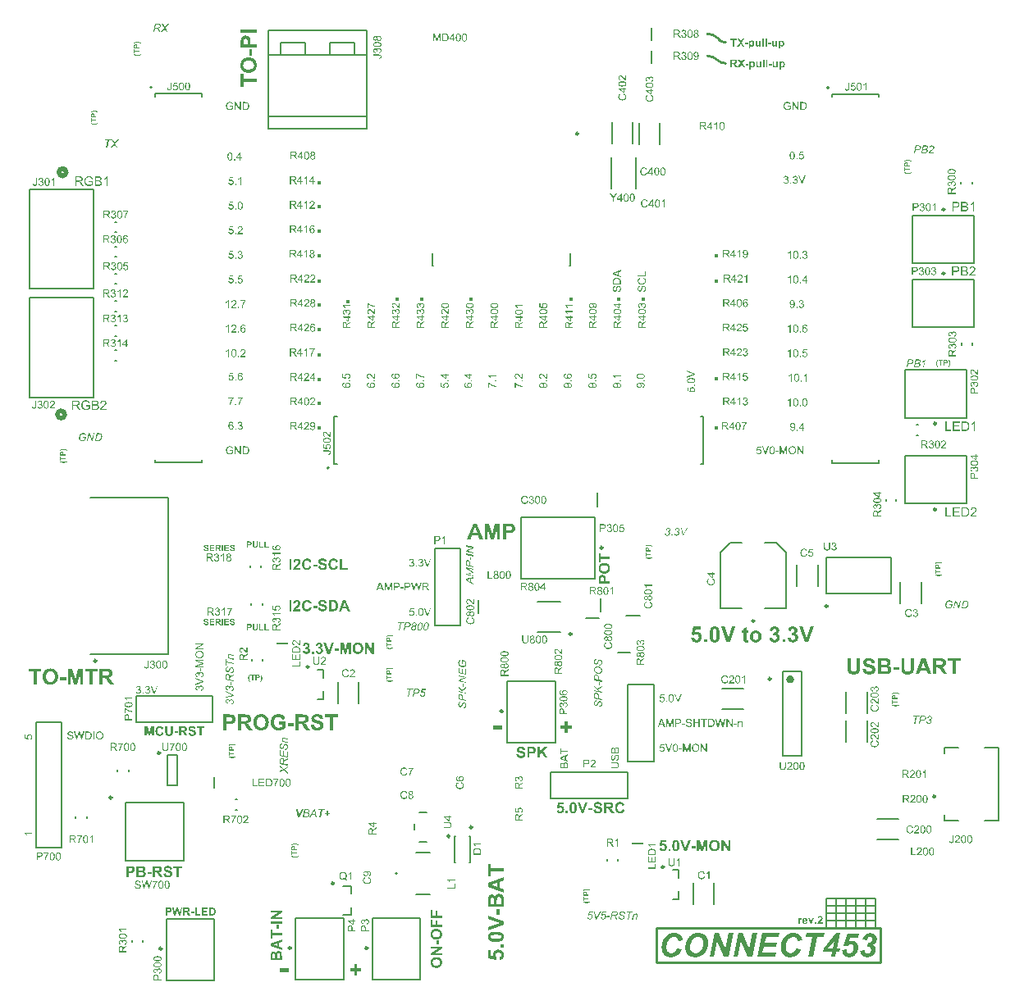
<source format=gto>
G04*
G04 #@! TF.GenerationSoftware,Altium Limited,Altium Designer,23.7.1 (13)*
G04*
G04 Layer_Color=65535*
%FSLAX43Y43*%
%MOMM*%
G71*
G04*
G04 #@! TF.SameCoordinates,7FBB53E4-5163-4D6D-B0BA-52333DB4A2EE*
G04*
G04*
G04 #@! TF.FilePolarity,Positive*
G04*
G01*
G75*
%ADD10C,0.250*%
%ADD11C,0.508*%
%ADD12C,0.254*%
%ADD13C,0.400*%
%ADD14C,0.200*%
%ADD15C,0.152*%
%ADD16C,0.203*%
%ADD17C,0.127*%
%ADD18R,1.200X0.200*%
%ADD19R,0.200X1.200*%
G36*
X15336Y98767D02*
X15558Y98375D01*
X15441D01*
X15309Y98613D01*
Y98613D01*
X15308Y98614D01*
X15307Y98616D01*
X15305Y98619D01*
X15304Y98622D01*
X15301Y98627D01*
X15299Y98631D01*
X15296Y98637D01*
X15293Y98643D01*
X15289Y98649D01*
X15285Y98657D01*
X15282Y98665D01*
X15278Y98673D01*
X15273Y98682D01*
X15269Y98692D01*
X15264Y98702D01*
X15264Y98701D01*
X15263Y98700D01*
X15261Y98698D01*
X15259Y98695D01*
X15256Y98691D01*
X15252Y98687D01*
X15248Y98682D01*
X15244Y98676D01*
X15238Y98670D01*
X15233Y98663D01*
X15227Y98656D01*
X15220Y98649D01*
X15206Y98633D01*
X15191Y98616D01*
X14965Y98375D01*
X14821D01*
X15208Y98785D01*
X14978Y99186D01*
X15098D01*
X15202Y99002D01*
X15203Y99001D01*
X15204Y98999D01*
X15206Y98996D01*
X15209Y98991D01*
X15212Y98985D01*
X15216Y98979D01*
X15220Y98972D01*
X15224Y98965D01*
X15232Y98950D01*
X15237Y98943D01*
X15240Y98936D01*
X15244Y98930D01*
X15246Y98925D01*
X15249Y98921D01*
X15250Y98917D01*
Y98917D01*
X15251Y98916D01*
X15252Y98915D01*
X15253Y98913D01*
X15254Y98910D01*
X15256Y98907D01*
X15257Y98903D01*
X15260Y98899D01*
X15262Y98895D01*
X15264Y98890D01*
X15269Y98879D01*
X15275Y98867D01*
X15282Y98853D01*
X15282Y98853D01*
X15283Y98856D01*
X15286Y98859D01*
X15289Y98863D01*
X15294Y98869D01*
X15299Y98875D01*
X15305Y98883D01*
X15313Y98892D01*
X15321Y98902D01*
X15330Y98913D01*
X15341Y98925D01*
X15352Y98938D01*
X15365Y98951D01*
X15378Y98966D01*
X15393Y98982D01*
X15409Y98998D01*
X15587Y99186D01*
X15728D01*
X15336Y98767D01*
D02*
G37*
G36*
X14618Y99186D02*
X14627D01*
X14636Y99185D01*
X14647Y99185D01*
X14658Y99184D01*
X14671Y99183D01*
X14683Y99182D01*
X14709Y99179D01*
X14721Y99177D01*
X14733Y99175D01*
X14744Y99172D01*
X14754Y99169D01*
X14755D01*
X14756Y99168D01*
X14759Y99167D01*
X14763Y99165D01*
X14767Y99164D01*
X14772Y99161D01*
X14778Y99158D01*
X14784Y99155D01*
X14791Y99151D01*
X14797Y99146D01*
X14804Y99141D01*
X14811Y99135D01*
X14818Y99129D01*
X14824Y99122D01*
X14830Y99114D01*
X14836Y99106D01*
X14836Y99105D01*
X14837Y99103D01*
X14839Y99101D01*
X14841Y99097D01*
X14843Y99093D01*
X14845Y99087D01*
X14848Y99081D01*
X14851Y99073D01*
X14854Y99066D01*
X14856Y99057D01*
X14858Y99047D01*
X14861Y99037D01*
X14863Y99026D01*
X14864Y99014D01*
X14865Y99002D01*
X14865Y98989D01*
Y98988D01*
Y98987D01*
Y98986D01*
Y98984D01*
X14865Y98982D01*
Y98979D01*
X14865Y98972D01*
X14864Y98964D01*
X14862Y98954D01*
X14860Y98943D01*
X14858Y98931D01*
X14854Y98918D01*
X14850Y98905D01*
X14844Y98891D01*
X14838Y98877D01*
X14831Y98863D01*
X14822Y98850D01*
X14812Y98837D01*
X14801Y98824D01*
X14800Y98823D01*
X14798Y98821D01*
X14794Y98818D01*
X14789Y98813D01*
X14781Y98808D01*
X14773Y98802D01*
X14763Y98796D01*
X14750Y98789D01*
X14737Y98782D01*
X14721Y98775D01*
X14713Y98771D01*
X14704Y98768D01*
X14695Y98764D01*
X14685Y98761D01*
X14675Y98758D01*
X14665Y98754D01*
X14654Y98751D01*
X14642Y98749D01*
X14630Y98746D01*
X14618Y98743D01*
X14605Y98741D01*
X14592Y98740D01*
X14592Y98739D01*
X14593Y98738D01*
X14596Y98736D01*
X14599Y98734D01*
X14603Y98731D01*
X14607Y98728D01*
X14611Y98724D01*
X14617Y98719D01*
X14628Y98710D01*
X14639Y98699D01*
X14650Y98687D01*
X14655Y98682D01*
X14659Y98675D01*
X14659Y98674D01*
X14661Y98672D01*
X14664Y98668D01*
X14667Y98663D01*
X14672Y98656D01*
X14676Y98649D01*
X14682Y98640D01*
X14688Y98630D01*
X14694Y98620D01*
X14701Y98608D01*
X14708Y98596D01*
X14715Y98583D01*
X14722Y98570D01*
X14728Y98556D01*
X14734Y98542D01*
X14741Y98528D01*
X14803Y98375D01*
X14681D01*
X14623Y98526D01*
Y98526D01*
X14623Y98527D01*
X14622Y98528D01*
X14622Y98529D01*
X14620Y98534D01*
X14618Y98540D01*
X14615Y98547D01*
X14611Y98555D01*
X14607Y98564D01*
X14603Y98574D01*
X14597Y98585D01*
X14592Y98596D01*
X14579Y98620D01*
X14566Y98644D01*
X14559Y98656D01*
X14551Y98667D01*
X14551Y98668D01*
X14550Y98669D01*
X14549Y98671D01*
X14546Y98674D01*
X14544Y98678D01*
X14541Y98682D01*
X14534Y98690D01*
X14525Y98699D01*
X14516Y98708D01*
X14511Y98712D01*
X14506Y98716D01*
X14500Y98719D01*
X14495Y98722D01*
X14495D01*
X14494Y98722D01*
X14492Y98723D01*
X14490Y98724D01*
X14486Y98725D01*
X14483Y98726D01*
X14478Y98727D01*
X14473Y98729D01*
X14466Y98730D01*
X14459Y98731D01*
X14452Y98732D01*
X14444Y98733D01*
X14434Y98734D01*
X14424Y98735D01*
X14413Y98735D01*
X14275D01*
X14200Y98375D01*
X14092D01*
X14262Y99186D01*
X14611D01*
X14618Y99186D01*
D02*
G37*
G36*
X64534Y35574D02*
X64537D01*
X64540Y35573D01*
X64544Y35573D01*
X64554Y35572D01*
X64564Y35570D01*
X64576Y35567D01*
X64589Y35564D01*
X64603Y35560D01*
X64617Y35555D01*
X64632Y35549D01*
X64648Y35541D01*
X64663Y35533D01*
X64678Y35522D01*
X64693Y35510D01*
X64700Y35504D01*
X64707Y35497D01*
X64708Y35496D01*
X64709Y35494D01*
X64710Y35493D01*
X64714Y35489D01*
X64718Y35483D01*
X64724Y35475D01*
X64730Y35466D01*
X64737Y35455D01*
X64743Y35443D01*
X64750Y35430D01*
X64757Y35415D01*
X64763Y35399D01*
X64769Y35382D01*
X64774Y35363D01*
X64777Y35343D01*
X64779Y35323D01*
X64780Y35301D01*
Y35296D01*
X64780Y35293D01*
Y35291D01*
X64779Y35287D01*
Y35283D01*
X64779Y35274D01*
X64777Y35263D01*
X64775Y35251D01*
X64772Y35238D01*
X64769Y35225D01*
X64765Y35211D01*
X64760Y35196D01*
X64754Y35181D01*
X64746Y35166D01*
X64738Y35151D01*
X64728Y35137D01*
X64717Y35123D01*
X64716Y35122D01*
X64714Y35120D01*
X64710Y35117D01*
X64706Y35112D01*
X64699Y35106D01*
X64692Y35100D01*
X64683Y35094D01*
X64673Y35087D01*
X64661Y35080D01*
X64649Y35073D01*
X64635Y35066D01*
X64621Y35060D01*
X64605Y35054D01*
X64588Y35049D01*
X64571Y35046D01*
X64552Y35043D01*
X64539Y35142D01*
X64540D01*
X64540D01*
X64541Y35143D01*
X64543Y35143D01*
X64547Y35144D01*
X64553Y35146D01*
X64560Y35148D01*
X64568Y35150D01*
X64577Y35153D01*
X64586Y35156D01*
X64596Y35160D01*
X64606Y35164D01*
X64616Y35169D01*
X64627Y35175D01*
X64636Y35180D01*
X64645Y35186D01*
X64654Y35193D01*
X64661Y35201D01*
X64662Y35201D01*
X64663Y35203D01*
X64665Y35205D01*
X64667Y35208D01*
X64670Y35212D01*
X64673Y35217D01*
X64677Y35223D01*
X64680Y35229D01*
X64683Y35236D01*
X64687Y35244D01*
X64690Y35252D01*
X64693Y35261D01*
X64695Y35270D01*
X64697Y35280D01*
X64698Y35291D01*
X64699Y35302D01*
Y35305D01*
X64698Y35308D01*
X64698Y35313D01*
X64697Y35319D01*
X64696Y35326D01*
X64695Y35334D01*
X64692Y35342D01*
X64690Y35352D01*
X64687Y35361D01*
X64683Y35371D01*
X64678Y35381D01*
X64672Y35391D01*
X64666Y35401D01*
X64659Y35411D01*
X64650Y35420D01*
X64649Y35420D01*
X64648Y35422D01*
X64645Y35424D01*
X64641Y35427D01*
X64636Y35431D01*
X64630Y35435D01*
X64624Y35440D01*
X64616Y35444D01*
X64608Y35449D01*
X64599Y35453D01*
X64589Y35457D01*
X64578Y35461D01*
X64567Y35464D01*
X64555Y35466D01*
X64542Y35468D01*
X64529Y35469D01*
X64528D01*
X64526D01*
X64522Y35468D01*
X64518Y35468D01*
X64512Y35467D01*
X64505Y35466D01*
X64497Y35465D01*
X64489Y35463D01*
X64480Y35461D01*
X64471Y35458D01*
X64462Y35454D01*
X64453Y35450D01*
X64443Y35444D01*
X64434Y35439D01*
X64424Y35432D01*
X64416Y35424D01*
X64416Y35423D01*
X64414Y35422D01*
X64412Y35419D01*
X64409Y35416D01*
X64406Y35411D01*
X64402Y35406D01*
X64398Y35400D01*
X64394Y35393D01*
X64390Y35385D01*
X64386Y35376D01*
X64382Y35367D01*
X64379Y35357D01*
X64376Y35346D01*
X64373Y35334D01*
X64372Y35323D01*
X64372Y35310D01*
Y35305D01*
X64372Y35302D01*
Y35298D01*
X64373Y35295D01*
X64373Y35291D01*
X64373Y35286D01*
X64374Y35280D01*
X64375Y35274D01*
X64377Y35268D01*
X64379Y35255D01*
X64383Y35240D01*
X64295Y35251D01*
Y35252D01*
X64296Y35254D01*
Y35256D01*
X64296Y35262D01*
X64297Y35266D01*
Y35269D01*
X64296Y35273D01*
Y35277D01*
X64296Y35283D01*
X64295Y35289D01*
X64294Y35297D01*
X64292Y35305D01*
X64290Y35313D01*
X64288Y35322D01*
X64286Y35332D01*
X64282Y35342D01*
X64279Y35352D01*
X64274Y35362D01*
X64269Y35371D01*
X64263Y35381D01*
X64263Y35382D01*
X64261Y35383D01*
X64260Y35386D01*
X64257Y35389D01*
X64253Y35393D01*
X64249Y35397D01*
X64244Y35402D01*
X64238Y35407D01*
X64231Y35411D01*
X64224Y35416D01*
X64215Y35420D01*
X64206Y35424D01*
X64196Y35427D01*
X64185Y35430D01*
X64173Y35432D01*
X64161Y35432D01*
X64160D01*
X64158D01*
X64155Y35432D01*
X64152D01*
X64147Y35431D01*
X64141Y35430D01*
X64135Y35429D01*
X64129Y35427D01*
X64122Y35425D01*
X64115Y35423D01*
X64107Y35420D01*
X64099Y35416D01*
X64092Y35412D01*
X64084Y35407D01*
X64077Y35401D01*
X64070Y35395D01*
X64070Y35394D01*
X64068Y35393D01*
X64067Y35391D01*
X64065Y35388D01*
X64062Y35384D01*
X64059Y35380D01*
X64056Y35375D01*
X64052Y35369D01*
X64049Y35363D01*
X64046Y35355D01*
X64043Y35347D01*
X64040Y35339D01*
X64038Y35330D01*
X64036Y35320D01*
X64035Y35310D01*
X64034Y35299D01*
Y35297D01*
X64035Y35294D01*
Y35290D01*
X64036Y35284D01*
X64036Y35279D01*
X64037Y35273D01*
X64039Y35266D01*
X64041Y35258D01*
X64043Y35250D01*
X64046Y35242D01*
X64050Y35234D01*
X64054Y35226D01*
X64059Y35218D01*
X64064Y35210D01*
X64071Y35202D01*
X64071Y35202D01*
X64072Y35200D01*
X64075Y35199D01*
X64078Y35196D01*
X64081Y35193D01*
X64086Y35189D01*
X64092Y35186D01*
X64098Y35182D01*
X64105Y35177D01*
X64113Y35173D01*
X64123Y35169D01*
X64132Y35165D01*
X64143Y35161D01*
X64155Y35158D01*
X64167Y35155D01*
X64180Y35153D01*
X64162Y35053D01*
X64162D01*
X64161Y35053D01*
X64160D01*
X64158Y35054D01*
X64156Y35054D01*
X64153Y35055D01*
X64146Y35057D01*
X64137Y35059D01*
X64128Y35062D01*
X64117Y35066D01*
X64105Y35070D01*
X64093Y35075D01*
X64081Y35081D01*
X64068Y35088D01*
X64055Y35095D01*
X64042Y35104D01*
X64030Y35114D01*
X64018Y35124D01*
X64007Y35136D01*
X64007Y35137D01*
X64005Y35139D01*
X64002Y35142D01*
X63999Y35148D01*
X63995Y35154D01*
X63990Y35161D01*
X63985Y35171D01*
X63980Y35180D01*
X63975Y35192D01*
X63970Y35204D01*
X63965Y35217D01*
X63961Y35231D01*
X63958Y35247D01*
X63955Y35262D01*
X63953Y35280D01*
X63952Y35297D01*
Y35304D01*
X63953Y35309D01*
X63953Y35314D01*
X63954Y35321D01*
X63955Y35329D01*
X63956Y35337D01*
X63958Y35346D01*
X63959Y35356D01*
X63962Y35366D01*
X63964Y35377D01*
X63968Y35387D01*
X63972Y35398D01*
X63976Y35409D01*
X63981Y35419D01*
X63981Y35420D01*
X63982Y35422D01*
X63984Y35425D01*
X63986Y35429D01*
X63989Y35433D01*
X63992Y35439D01*
X63996Y35444D01*
X64001Y35451D01*
X64007Y35458D01*
X64012Y35465D01*
X64019Y35472D01*
X64025Y35479D01*
X64033Y35486D01*
X64041Y35492D01*
X64050Y35499D01*
X64058Y35505D01*
X64059Y35505D01*
X64061Y35506D01*
X64063Y35507D01*
X64067Y35509D01*
X64072Y35512D01*
X64077Y35514D01*
X64083Y35517D01*
X64090Y35520D01*
X64097Y35522D01*
X64105Y35525D01*
X64114Y35527D01*
X64123Y35530D01*
X64133Y35532D01*
X64143Y35533D01*
X64153Y35534D01*
X64163Y35534D01*
X64163D01*
X64165D01*
X64168D01*
X64172Y35534D01*
X64177Y35534D01*
X64182Y35533D01*
X64188Y35532D01*
X64195Y35531D01*
X64202Y35529D01*
X64210Y35527D01*
X64217Y35525D01*
X64226Y35523D01*
X64234Y35519D01*
X64242Y35515D01*
X64250Y35511D01*
X64259Y35506D01*
X64259Y35505D01*
X64260Y35505D01*
X64263Y35503D01*
X64266Y35501D01*
X64269Y35498D01*
X64274Y35494D01*
X64279Y35490D01*
X64283Y35485D01*
X64289Y35480D01*
X64294Y35473D01*
X64300Y35466D01*
X64306Y35459D01*
X64311Y35451D01*
X64317Y35442D01*
X64322Y35432D01*
X64327Y35422D01*
Y35423D01*
X64328Y35425D01*
X64329Y35429D01*
X64331Y35434D01*
X64333Y35440D01*
X64335Y35447D01*
X64338Y35455D01*
X64342Y35463D01*
X64347Y35472D01*
X64351Y35481D01*
X64357Y35491D01*
X64363Y35500D01*
X64370Y35509D01*
X64378Y35518D01*
X64387Y35526D01*
X64396Y35534D01*
X64397Y35534D01*
X64398Y35536D01*
X64402Y35538D01*
X64406Y35540D01*
X64411Y35543D01*
X64417Y35547D01*
X64424Y35550D01*
X64432Y35554D01*
X64441Y35558D01*
X64451Y35561D01*
X64462Y35565D01*
X64473Y35568D01*
X64485Y35570D01*
X64499Y35572D01*
X64512Y35574D01*
X64527Y35574D01*
X64527D01*
X64528D01*
X64529D01*
X64532D01*
X64534Y35574D01*
D02*
G37*
G36*
X64385Y34941D02*
X64390D01*
X64396D01*
X64402Y34940D01*
X64409Y34940D01*
X64416Y34939D01*
X64432Y34939D01*
X64449Y34938D01*
X64467Y34936D01*
X64485Y34934D01*
X64505Y34932D01*
X64524Y34929D01*
X64543Y34925D01*
X64562Y34921D01*
X64580Y34917D01*
X64597Y34912D01*
X64598D01*
X64598Y34911D01*
X64599Y34911D01*
X64601Y34910D01*
X64605Y34909D01*
X64612Y34906D01*
X64619Y34903D01*
X64627Y34899D01*
X64637Y34895D01*
X64647Y34890D01*
X64657Y34884D01*
X64669Y34877D01*
X64680Y34870D01*
X64691Y34862D01*
X64702Y34854D01*
X64713Y34845D01*
X64723Y34834D01*
X64732Y34824D01*
X64733Y34823D01*
X64735Y34821D01*
X64737Y34818D01*
X64740Y34813D01*
X64743Y34808D01*
X64747Y34801D01*
X64752Y34793D01*
X64756Y34784D01*
X64761Y34774D01*
X64765Y34762D01*
X64769Y34751D01*
X64772Y34737D01*
X64775Y34723D01*
X64778Y34709D01*
X64779Y34693D01*
X64780Y34677D01*
Y34671D01*
X64779Y34669D01*
Y34665D01*
X64779Y34662D01*
X64779Y34657D01*
X64778Y34653D01*
X64777Y34647D01*
X64775Y34636D01*
X64773Y34624D01*
X64769Y34610D01*
X64765Y34595D01*
X64760Y34580D01*
X64753Y34565D01*
X64745Y34550D01*
X64735Y34534D01*
X64724Y34520D01*
X64718Y34512D01*
X64711Y34506D01*
X64704Y34499D01*
X64696Y34493D01*
X64696D01*
X64695Y34492D01*
X64694Y34491D01*
X64692Y34489D01*
X64689Y34487D01*
X64685Y34485D01*
X64681Y34483D01*
X64677Y34480D01*
X64672Y34477D01*
X64666Y34474D01*
X64659Y34471D01*
X64652Y34467D01*
X64645Y34464D01*
X64636Y34460D01*
X64627Y34457D01*
X64617Y34453D01*
X64607Y34449D01*
X64595Y34445D01*
X64584Y34442D01*
X64571Y34438D01*
X64558Y34435D01*
X64544Y34431D01*
X64529Y34428D01*
X64514Y34425D01*
X64498Y34422D01*
X64482Y34420D01*
X64464Y34418D01*
X64446Y34416D01*
X64427Y34415D01*
X64408Y34413D01*
X64387Y34413D01*
X64366Y34413D01*
X64366D01*
X64365D01*
X64363D01*
X64360D01*
X64357D01*
X64352D01*
X64348Y34413D01*
X64343D01*
X64337Y34413D01*
X64330D01*
X64324Y34414D01*
X64316Y34414D01*
X64300Y34415D01*
X64284Y34416D01*
X64266Y34418D01*
X64247Y34420D01*
X64228Y34422D01*
X64208Y34425D01*
X64189Y34428D01*
X64170Y34432D01*
X64152Y34437D01*
X64135Y34442D01*
X64135D01*
X64134Y34442D01*
X64133Y34443D01*
X64131Y34443D01*
X64127Y34445D01*
X64121Y34448D01*
X64113Y34451D01*
X64105Y34454D01*
X64096Y34459D01*
X64085Y34464D01*
X64075Y34470D01*
X64064Y34476D01*
X64052Y34484D01*
X64041Y34492D01*
X64030Y34500D01*
X64019Y34509D01*
X64009Y34519D01*
X64000Y34530D01*
X63999Y34531D01*
X63998Y34533D01*
X63996Y34536D01*
X63992Y34540D01*
X63989Y34546D01*
X63985Y34553D01*
X63981Y34561D01*
X63976Y34570D01*
X63972Y34580D01*
X63967Y34591D01*
X63963Y34603D01*
X63960Y34616D01*
X63957Y34631D01*
X63955Y34645D01*
X63953Y34660D01*
X63952Y34677D01*
Y34683D01*
X63953Y34688D01*
X63953Y34693D01*
X63954Y34700D01*
X63955Y34707D01*
X63956Y34716D01*
X63957Y34724D01*
X63959Y34733D01*
X63961Y34743D01*
X63963Y34753D01*
X63967Y34762D01*
X63970Y34772D01*
X63974Y34782D01*
X63979Y34791D01*
X63979Y34792D01*
X63980Y34794D01*
X63981Y34796D01*
X63984Y34800D01*
X63986Y34804D01*
X63990Y34809D01*
X63993Y34814D01*
X63998Y34820D01*
X64003Y34826D01*
X64009Y34833D01*
X64015Y34840D01*
X64021Y34846D01*
X64029Y34853D01*
X64037Y34860D01*
X64045Y34867D01*
X64054Y34873D01*
X64055Y34873D01*
X64057Y34874D01*
X64059Y34876D01*
X64063Y34878D01*
X64068Y34881D01*
X64074Y34884D01*
X64080Y34887D01*
X64088Y34891D01*
X64096Y34895D01*
X64105Y34899D01*
X64115Y34903D01*
X64126Y34907D01*
X64137Y34911D01*
X64149Y34915D01*
X64162Y34919D01*
X64175Y34923D01*
X64176Y34923D01*
X64178Y34924D01*
X64182Y34925D01*
X64188Y34926D01*
X64195Y34927D01*
X64204Y34928D01*
X64214Y34930D01*
X64225Y34932D01*
X64239Y34934D01*
X64253Y34936D01*
X64268Y34937D01*
X64286Y34938D01*
X64304Y34939D01*
X64324Y34940D01*
X64344Y34941D01*
X64366D01*
X64367D01*
X64368D01*
X64370D01*
X64373D01*
X64376D01*
X64380D01*
X64385Y34941D01*
D02*
G37*
G36*
X64542Y34315D02*
X64545D01*
X64548Y34315D01*
X64552Y34314D01*
X64561Y34313D01*
X64571Y34312D01*
X64583Y34309D01*
X64596Y34306D01*
X64609Y34302D01*
X64623Y34297D01*
X64638Y34291D01*
X64652Y34284D01*
X64667Y34276D01*
X64682Y34266D01*
X64696Y34255D01*
X64710Y34242D01*
X64710Y34241D01*
X64713Y34238D01*
X64716Y34234D01*
X64721Y34228D01*
X64726Y34221D01*
X64732Y34212D01*
X64738Y34202D01*
X64745Y34190D01*
X64751Y34177D01*
X64757Y34162D01*
X64764Y34146D01*
X64769Y34129D01*
X64773Y34111D01*
X64777Y34091D01*
X64779Y34070D01*
X64780Y34048D01*
Y34043D01*
X64779Y34040D01*
Y34037D01*
X64779Y34033D01*
X64779Y34029D01*
X64778Y34024D01*
X64778Y34018D01*
X64776Y34007D01*
X64774Y33993D01*
X64771Y33979D01*
X64767Y33964D01*
X64763Y33948D01*
X64757Y33932D01*
X64750Y33916D01*
X64742Y33900D01*
X64732Y33884D01*
X64721Y33869D01*
X64709Y33855D01*
X64708Y33854D01*
X64706Y33851D01*
X64702Y33848D01*
X64696Y33843D01*
X64689Y33837D01*
X64681Y33831D01*
X64671Y33825D01*
X64660Y33818D01*
X64648Y33811D01*
X64634Y33804D01*
X64620Y33798D01*
X64605Y33793D01*
X64588Y33788D01*
X64570Y33784D01*
X64551Y33782D01*
X64532Y33781D01*
X64532D01*
X64531D01*
X64529D01*
X64525Y33782D01*
X64519D01*
X64512Y33782D01*
X64504Y33783D01*
X64496Y33785D01*
X64486Y33786D01*
X64476Y33788D01*
X64465Y33791D01*
X64454Y33794D01*
X64443Y33798D01*
X64432Y33803D01*
X64421Y33808D01*
X64410Y33814D01*
X64400Y33821D01*
X64399Y33822D01*
X64398Y33823D01*
X64395Y33826D01*
X64391Y33829D01*
X64387Y33833D01*
X64382Y33838D01*
X64377Y33844D01*
X64370Y33851D01*
X64365Y33858D01*
X64358Y33867D01*
X64352Y33876D01*
X64346Y33887D01*
X64341Y33898D01*
X64336Y33909D01*
X64331Y33922D01*
X64327Y33935D01*
X64326Y33935D01*
X64326Y33933D01*
X64325Y33930D01*
X64322Y33925D01*
X64320Y33920D01*
X64318Y33914D01*
X64314Y33908D01*
X64310Y33901D01*
X64306Y33893D01*
X64301Y33886D01*
X64296Y33878D01*
X64290Y33870D01*
X64284Y33863D01*
X64277Y33856D01*
X64270Y33850D01*
X64262Y33844D01*
X64262Y33843D01*
X64260Y33842D01*
X64258Y33841D01*
X64255Y33839D01*
X64251Y33837D01*
X64246Y33834D01*
X64240Y33831D01*
X64234Y33829D01*
X64227Y33826D01*
X64219Y33823D01*
X64211Y33821D01*
X64202Y33819D01*
X64192Y33816D01*
X64182Y33815D01*
X64172Y33814D01*
X64161Y33814D01*
X64161D01*
X64160D01*
X64159D01*
X64157D01*
X64153Y33814D01*
X64146Y33815D01*
X64139Y33815D01*
X64130Y33817D01*
X64120Y33819D01*
X64109Y33822D01*
X64098Y33825D01*
X64086Y33829D01*
X64074Y33834D01*
X64061Y33840D01*
X64049Y33848D01*
X64036Y33856D01*
X64024Y33866D01*
X64013Y33877D01*
X64012Y33878D01*
X64010Y33880D01*
X64007Y33884D01*
X64003Y33889D01*
X63999Y33895D01*
X63994Y33903D01*
X63988Y33912D01*
X63982Y33923D01*
X63977Y33934D01*
X63971Y33947D01*
X63967Y33960D01*
X63962Y33976D01*
X63958Y33992D01*
X63955Y34009D01*
X63953Y34027D01*
X63952Y34047D01*
Y34051D01*
X63953Y34054D01*
Y34060D01*
X63953Y34064D01*
X63954Y34073D01*
X63956Y34083D01*
X63958Y34095D01*
X63960Y34108D01*
X63963Y34121D01*
X63967Y34135D01*
X63972Y34149D01*
X63978Y34163D01*
X63985Y34178D01*
X63994Y34192D01*
X64003Y34205D01*
X64014Y34217D01*
X64015Y34218D01*
X64017Y34220D01*
X64020Y34224D01*
X64025Y34228D01*
X64031Y34232D01*
X64038Y34238D01*
X64046Y34244D01*
X64056Y34250D01*
X64066Y34256D01*
X64078Y34262D01*
X64090Y34267D01*
X64103Y34272D01*
X64117Y34276D01*
X64132Y34279D01*
X64148Y34281D01*
X64164Y34282D01*
X64165D01*
X64167D01*
X64170D01*
X64173Y34282D01*
X64179Y34281D01*
X64184Y34280D01*
X64191Y34279D01*
X64198Y34279D01*
X64205Y34277D01*
X64213Y34275D01*
X64221Y34272D01*
X64229Y34270D01*
X64238Y34266D01*
X64246Y34262D01*
X64254Y34258D01*
X64262Y34253D01*
X64263Y34252D01*
X64264Y34251D01*
X64266Y34250D01*
X64269Y34247D01*
X64273Y34244D01*
X64277Y34240D01*
X64281Y34236D01*
X64286Y34230D01*
X64291Y34225D01*
X64297Y34218D01*
X64302Y34210D01*
X64307Y34203D01*
X64312Y34194D01*
X64318Y34184D01*
X64322Y34174D01*
X64327Y34163D01*
X64327Y34164D01*
X64328Y34166D01*
X64329Y34170D01*
X64331Y34175D01*
X64334Y34181D01*
X64337Y34188D01*
X64341Y34196D01*
X64346Y34205D01*
X64351Y34214D01*
X64357Y34223D01*
X64363Y34233D01*
X64370Y34242D01*
X64378Y34251D01*
X64387Y34260D01*
X64396Y34268D01*
X64406Y34276D01*
X64406Y34277D01*
X64408Y34278D01*
X64411Y34280D01*
X64415Y34283D01*
X64420Y34286D01*
X64427Y34289D01*
X64434Y34292D01*
X64442Y34296D01*
X64451Y34300D01*
X64461Y34303D01*
X64471Y34306D01*
X64483Y34309D01*
X64495Y34312D01*
X64507Y34314D01*
X64521Y34315D01*
X64535Y34315D01*
X64535D01*
X64536D01*
X64537D01*
X64539D01*
X64542Y34315D01*
D02*
G37*
G36*
X64766Y33586D02*
X64598Y33478D01*
X64597Y33478D01*
X64595Y33476D01*
X64591Y33474D01*
X64586Y33470D01*
X64580Y33467D01*
X64572Y33462D01*
X64565Y33457D01*
X64556Y33451D01*
X64547Y33445D01*
X64538Y33439D01*
X64520Y33426D01*
X64511Y33420D01*
X64502Y33413D01*
X64493Y33407D01*
X64486Y33401D01*
X64485Y33401D01*
X64484Y33400D01*
X64482Y33398D01*
X64480Y33396D01*
X64476Y33393D01*
X64473Y33390D01*
X64465Y33383D01*
X64456Y33374D01*
X64447Y33365D01*
X64438Y33356D01*
X64435Y33351D01*
X64432Y33347D01*
Y33346D01*
X64431Y33346D01*
X64431Y33344D01*
X64429Y33343D01*
X64427Y33338D01*
X64424Y33332D01*
X64420Y33324D01*
X64416Y33316D01*
X64413Y33307D01*
X64410Y33298D01*
Y33297D01*
X64410Y33296D01*
Y33294D01*
X64409Y33292D01*
X64409Y33290D01*
X64409Y33287D01*
X64408Y33283D01*
Y33279D01*
X64408Y33275D01*
X64407Y33270D01*
X64407Y33265D01*
Y33259D01*
X64406Y33253D01*
Y33113D01*
X64766D01*
Y33006D01*
X63956D01*
Y33380D01*
X63956Y33383D01*
Y33392D01*
X63957Y33403D01*
X63957Y33414D01*
X63958Y33427D01*
X63959Y33440D01*
X63961Y33453D01*
X63965Y33481D01*
X63967Y33494D01*
X63970Y33507D01*
X63974Y33519D01*
X63978Y33530D01*
X63978Y33531D01*
X63978Y33533D01*
X63980Y33536D01*
X63982Y33539D01*
X63984Y33544D01*
X63987Y33550D01*
X63991Y33556D01*
X63996Y33563D01*
X64000Y33570D01*
X64006Y33577D01*
X64012Y33585D01*
X64019Y33592D01*
X64027Y33600D01*
X64036Y33607D01*
X64045Y33614D01*
X64055Y33620D01*
X64055Y33621D01*
X64057Y33622D01*
X64061Y33623D01*
X64065Y33626D01*
X64070Y33628D01*
X64076Y33631D01*
X64083Y33634D01*
X64091Y33637D01*
X64099Y33641D01*
X64109Y33644D01*
X64119Y33646D01*
X64130Y33649D01*
X64141Y33651D01*
X64152Y33653D01*
X64165Y33654D01*
X64177Y33654D01*
X64177D01*
X64178D01*
X64179D01*
X64181D01*
X64185Y33654D01*
X64191Y33653D01*
X64199Y33652D01*
X64207Y33651D01*
X64217Y33649D01*
X64228Y33647D01*
X64239Y33644D01*
X64250Y33641D01*
X64262Y33636D01*
X64275Y33630D01*
X64287Y33624D01*
X64299Y33617D01*
X64311Y33608D01*
X64322Y33598D01*
X64323Y33598D01*
X64325Y33596D01*
X64328Y33593D01*
X64332Y33588D01*
X64337Y33582D01*
X64342Y33575D01*
X64348Y33566D01*
X64354Y33556D01*
X64360Y33545D01*
X64367Y33532D01*
X64373Y33518D01*
X64379Y33502D01*
X64384Y33485D01*
X64390Y33467D01*
X64394Y33447D01*
X64398Y33426D01*
Y33427D01*
X64398Y33428D01*
X64400Y33430D01*
X64401Y33433D01*
X64403Y33437D01*
X64405Y33441D01*
X64408Y33445D01*
X64410Y33450D01*
X64416Y33461D01*
X64423Y33471D01*
X64431Y33481D01*
X64434Y33486D01*
X64438Y33491D01*
X64438Y33491D01*
X64440Y33493D01*
X64442Y33496D01*
X64446Y33499D01*
X64450Y33503D01*
X64455Y33508D01*
X64461Y33514D01*
X64467Y33520D01*
X64475Y33526D01*
X64483Y33533D01*
X64492Y33540D01*
X64502Y33548D01*
X64512Y33556D01*
X64522Y33564D01*
X64534Y33572D01*
X64546Y33580D01*
X64766Y33721D01*
Y33586D01*
D02*
G37*
G36*
X78612Y54994D02*
X78306D01*
Y55094D01*
X78612D01*
Y54994D01*
D02*
G37*
G36*
X81197Y54751D02*
X81087D01*
X80661Y55388D01*
Y54751D01*
X80558D01*
Y55561D01*
X80668D01*
X81094Y54925D01*
Y55561D01*
X81197D01*
Y54751D01*
D02*
G37*
G36*
X79505D02*
X79402D01*
Y55429D01*
X79166Y54751D01*
X79070D01*
X78835Y55441D01*
Y54751D01*
X78732D01*
Y55561D01*
X78893D01*
X79085Y54987D01*
X79085Y54986D01*
X79086Y54984D01*
X79088Y54980D01*
X79089Y54974D01*
X79091Y54967D01*
X79094Y54960D01*
X79097Y54951D01*
X79100Y54942D01*
X79103Y54933D01*
X79106Y54922D01*
X79113Y54903D01*
X79116Y54893D01*
X79118Y54884D01*
X79121Y54875D01*
X79124Y54867D01*
Y54868D01*
X79124Y54869D01*
X79125Y54872D01*
X79126Y54875D01*
X79128Y54880D01*
X79130Y54886D01*
X79132Y54892D01*
X79134Y54900D01*
X79137Y54909D01*
X79140Y54918D01*
X79144Y54929D01*
X79148Y54941D01*
X79152Y54953D01*
X79157Y54967D01*
X79162Y54982D01*
X79167Y54997D01*
X79361Y55561D01*
X79505D01*
Y54751D01*
D02*
G37*
G36*
X77314D02*
X77204D01*
X76890Y55561D01*
X77006D01*
X77216Y54972D01*
X77217Y54971D01*
X77218Y54969D01*
X77219Y54965D01*
X77221Y54960D01*
X77223Y54954D01*
X77225Y54947D01*
X77228Y54938D01*
X77231Y54929D01*
X77234Y54919D01*
X77238Y54909D01*
X77242Y54898D01*
X77245Y54886D01*
X77253Y54863D01*
X77259Y54839D01*
X77260Y54840D01*
X77260Y54842D01*
X77261Y54846D01*
X77263Y54851D01*
X77264Y54857D01*
X77267Y54864D01*
X77269Y54872D01*
X77272Y54881D01*
X77275Y54890D01*
X77278Y54901D01*
X77282Y54912D01*
X77285Y54923D01*
X77294Y54947D01*
X77303Y54972D01*
X77522Y55561D01*
X77631D01*
X77314Y54751D01*
D02*
G37*
G36*
X76801Y55455D02*
X76477D01*
X76433Y55237D01*
X76434Y55237D01*
X76437Y55239D01*
X76441Y55242D01*
X76446Y55245D01*
X76453Y55249D01*
X76461Y55253D01*
X76470Y55258D01*
X76480Y55263D01*
X76491Y55267D01*
X76503Y55272D01*
X76516Y55276D01*
X76529Y55280D01*
X76543Y55283D01*
X76557Y55286D01*
X76572Y55288D01*
X76587Y55288D01*
X76592D01*
X76594Y55288D01*
X76597D01*
X76600Y55287D01*
X76604Y55287D01*
X76614Y55286D01*
X76624Y55284D01*
X76636Y55282D01*
X76649Y55279D01*
X76663Y55275D01*
X76677Y55270D01*
X76692Y55264D01*
X76707Y55257D01*
X76723Y55248D01*
X76738Y55238D01*
X76752Y55227D01*
X76766Y55214D01*
X76767Y55213D01*
X76769Y55211D01*
X76773Y55207D01*
X76777Y55201D01*
X76783Y55194D01*
X76789Y55185D01*
X76796Y55175D01*
X76803Y55163D01*
X76810Y55150D01*
X76816Y55136D01*
X76822Y55120D01*
X76828Y55103D01*
X76832Y55085D01*
X76836Y55067D01*
X76838Y55046D01*
X76839Y55025D01*
Y55025D01*
Y55024D01*
Y55023D01*
Y55020D01*
X76839Y55018D01*
Y55015D01*
Y55011D01*
X76838Y55007D01*
X76838Y55002D01*
X76837Y54997D01*
X76836Y54986D01*
X76834Y54974D01*
X76831Y54960D01*
X76828Y54946D01*
X76823Y54930D01*
X76818Y54915D01*
X76812Y54899D01*
X76805Y54882D01*
X76796Y54866D01*
X76786Y54850D01*
X76775Y54835D01*
Y54835D01*
X76774Y54834D01*
X76773Y54833D01*
X76771Y54831D01*
X76769Y54828D01*
X76767Y54826D01*
X76761Y54820D01*
X76753Y54812D01*
X76743Y54804D01*
X76732Y54795D01*
X76719Y54786D01*
X76705Y54777D01*
X76689Y54768D01*
X76671Y54760D01*
X76652Y54752D01*
X76632Y54746D01*
X76610Y54741D01*
X76598Y54740D01*
X76586Y54738D01*
X76574Y54737D01*
X76562Y54737D01*
X76557D01*
X76554Y54737D01*
X76548D01*
X76543Y54738D01*
X76534Y54739D01*
X76523Y54740D01*
X76511Y54742D01*
X76498Y54745D01*
X76484Y54748D01*
X76469Y54752D01*
X76454Y54757D01*
X76439Y54763D01*
X76424Y54770D01*
X76409Y54778D01*
X76395Y54788D01*
X76381Y54799D01*
X76380Y54799D01*
X76378Y54802D01*
X76375Y54805D01*
X76370Y54810D01*
X76364Y54816D01*
X76359Y54824D01*
X76352Y54832D01*
X76345Y54842D01*
X76338Y54853D01*
X76331Y54866D01*
X76324Y54879D01*
X76318Y54894D01*
X76313Y54910D01*
X76308Y54926D01*
X76304Y54944D01*
X76302Y54963D01*
X76406Y54972D01*
Y54971D01*
X76406Y54968D01*
X76407Y54964D01*
X76408Y54959D01*
X76410Y54953D01*
X76412Y54945D01*
X76414Y54937D01*
X76417Y54929D01*
X76420Y54919D01*
X76424Y54910D01*
X76429Y54900D01*
X76433Y54891D01*
X76439Y54882D01*
X76445Y54873D01*
X76452Y54864D01*
X76460Y54857D01*
X76460Y54856D01*
X76462Y54855D01*
X76464Y54853D01*
X76467Y54850D01*
X76471Y54848D01*
X76476Y54845D01*
X76482Y54841D01*
X76488Y54838D01*
X76495Y54834D01*
X76503Y54831D01*
X76512Y54827D01*
X76520Y54824D01*
X76530Y54822D01*
X76540Y54820D01*
X76551Y54819D01*
X76562Y54818D01*
X76565D01*
X76569Y54819D01*
X76574Y54819D01*
X76580Y54820D01*
X76587Y54821D01*
X76595Y54823D01*
X76604Y54825D01*
X76613Y54828D01*
X76623Y54831D01*
X76633Y54836D01*
X76643Y54841D01*
X76654Y54847D01*
X76664Y54854D01*
X76674Y54863D01*
X76683Y54872D01*
X76684Y54873D01*
X76686Y54875D01*
X76688Y54878D01*
X76691Y54882D01*
X76695Y54888D01*
X76699Y54894D01*
X76704Y54902D01*
X76709Y54911D01*
X76713Y54921D01*
X76718Y54932D01*
X76722Y54944D01*
X76726Y54956D01*
X76729Y54970D01*
X76731Y54984D01*
X76733Y55000D01*
X76734Y55016D01*
Y55017D01*
Y55017D01*
Y55019D01*
Y55020D01*
X76733Y55025D01*
X76733Y55031D01*
X76732Y55038D01*
X76731Y55046D01*
X76730Y55055D01*
X76727Y55065D01*
X76725Y55076D01*
X76722Y55087D01*
X76718Y55098D01*
X76713Y55109D01*
X76708Y55120D01*
X76701Y55131D01*
X76694Y55141D01*
X76686Y55151D01*
X76685Y55151D01*
X76683Y55153D01*
X76681Y55155D01*
X76677Y55159D01*
X76672Y55162D01*
X76666Y55166D01*
X76660Y55171D01*
X76652Y55176D01*
X76643Y55180D01*
X76634Y55185D01*
X76624Y55189D01*
X76613Y55193D01*
X76601Y55196D01*
X76588Y55198D01*
X76574Y55200D01*
X76560Y55200D01*
X76556D01*
X76552Y55200D01*
X76548D01*
X76543Y55199D01*
X76538Y55198D01*
X76531Y55198D01*
X76525Y55196D01*
X76518Y55195D01*
X76503Y55191D01*
X76496Y55188D01*
X76488Y55186D01*
X76481Y55182D01*
X76473Y55178D01*
X76473Y55178D01*
X76472Y55177D01*
X76470Y55176D01*
X76467Y55174D01*
X76464Y55172D01*
X76460Y55169D01*
X76451Y55163D01*
X76442Y55155D01*
X76432Y55145D01*
X76422Y55134D01*
X76413Y55121D01*
X76319Y55134D01*
X76398Y55550D01*
X76801D01*
Y55455D01*
D02*
G37*
G36*
X80045Y55575D02*
X80049D01*
X80053Y55575D01*
X80058Y55575D01*
X80063Y55574D01*
X80074Y55573D01*
X80087Y55571D01*
X80101Y55569D01*
X80117Y55566D01*
X80132Y55563D01*
X80150Y55558D01*
X80167Y55553D01*
X80184Y55547D01*
X80201Y55540D01*
X80219Y55531D01*
X80236Y55522D01*
X80237D01*
X80237Y55521D01*
X80238Y55520D01*
X80240Y55519D01*
X80245Y55516D01*
X80251Y55512D01*
X80259Y55506D01*
X80267Y55500D01*
X80277Y55492D01*
X80287Y55483D01*
X80298Y55473D01*
X80310Y55462D01*
X80321Y55449D01*
X80332Y55436D01*
X80343Y55422D01*
X80354Y55406D01*
X80364Y55390D01*
X80374Y55372D01*
Y55372D01*
X80374Y55372D01*
X80375Y55370D01*
X80376Y55368D01*
X80377Y55366D01*
X80378Y55363D01*
X80379Y55359D01*
X80381Y55356D01*
X80383Y55351D01*
X80385Y55346D01*
X80389Y55335D01*
X80393Y55323D01*
X80397Y55309D01*
X80402Y55294D01*
X80406Y55277D01*
X80410Y55259D01*
X80414Y55240D01*
X80417Y55220D01*
X80419Y55199D01*
X80421Y55177D01*
X80421Y55155D01*
Y55154D01*
Y55154D01*
Y55152D01*
Y55150D01*
Y55147D01*
X80421Y55143D01*
Y55139D01*
X80420Y55134D01*
X80420Y55129D01*
Y55123D01*
X80419Y55117D01*
X80419Y55111D01*
X80417Y55096D01*
X80415Y55081D01*
X80412Y55064D01*
X80409Y55047D01*
X80405Y55028D01*
X80400Y55009D01*
X80394Y54991D01*
X80388Y54971D01*
X80380Y54952D01*
X80371Y54934D01*
Y54933D01*
X80371Y54933D01*
X80370Y54931D01*
X80369Y54929D01*
X80368Y54927D01*
X80366Y54925D01*
X80362Y54918D01*
X80357Y54910D01*
X80350Y54900D01*
X80343Y54890D01*
X80335Y54879D01*
X80325Y54868D01*
X80315Y54855D01*
X80303Y54843D01*
X80291Y54831D01*
X80277Y54819D01*
X80263Y54807D01*
X80247Y54797D01*
X80230Y54787D01*
X80230D01*
X80229Y54786D01*
X80228Y54785D01*
X80226Y54784D01*
X80224Y54784D01*
X80221Y54782D01*
X80218Y54780D01*
X80214Y54779D01*
X80206Y54775D01*
X80196Y54771D01*
X80184Y54766D01*
X80172Y54762D01*
X80158Y54757D01*
X80142Y54753D01*
X80126Y54748D01*
X80109Y54745D01*
X80091Y54741D01*
X80072Y54739D01*
X80053Y54737D01*
X80034Y54737D01*
X80028D01*
X80026Y54737D01*
X80019D01*
X80014Y54738D01*
X80009Y54738D01*
X80004Y54739D01*
X79993Y54740D01*
X79980Y54741D01*
X79965Y54744D01*
X79950Y54747D01*
X79933Y54751D01*
X79916Y54755D01*
X79899Y54760D01*
X79881Y54766D01*
X79864Y54774D01*
X79846Y54782D01*
X79829Y54792D01*
X79828D01*
X79828Y54792D01*
X79827Y54793D01*
X79825Y54795D01*
X79820Y54798D01*
X79814Y54802D01*
X79806Y54808D01*
X79798Y54814D01*
X79788Y54822D01*
X79778Y54831D01*
X79767Y54842D01*
X79756Y54853D01*
X79744Y54865D01*
X79733Y54879D01*
X79722Y54893D01*
X79712Y54909D01*
X79701Y54925D01*
X79692Y54943D01*
Y54943D01*
X79692Y54944D01*
X79691Y54945D01*
X79690Y54947D01*
X79689Y54949D01*
X79688Y54952D01*
X79686Y54955D01*
X79685Y54959D01*
X79681Y54968D01*
X79677Y54979D01*
X79673Y54991D01*
X79669Y55004D01*
X79664Y55019D01*
X79661Y55034D01*
X79657Y55051D01*
X79653Y55068D01*
X79650Y55087D01*
X79648Y55106D01*
X79646Y55125D01*
X79646Y55145D01*
Y55146D01*
Y55147D01*
Y55150D01*
X79646Y55154D01*
Y55159D01*
X79646Y55165D01*
X79647Y55171D01*
X79647Y55179D01*
X79648Y55187D01*
X79649Y55196D01*
X79650Y55205D01*
X79651Y55215D01*
X79653Y55226D01*
X79655Y55237D01*
X79657Y55248D01*
X79659Y55261D01*
X79665Y55285D01*
X79672Y55311D01*
X79681Y55338D01*
X79686Y55351D01*
X79691Y55364D01*
X79697Y55377D01*
X79704Y55390D01*
X79711Y55403D01*
X79719Y55415D01*
X79726Y55427D01*
X79735Y55439D01*
X79744Y55451D01*
X79754Y55462D01*
X79755Y55462D01*
X79755Y55463D01*
X79757Y55464D01*
X79759Y55466D01*
X79762Y55469D01*
X79765Y55472D01*
X79769Y55476D01*
X79774Y55480D01*
X79779Y55484D01*
X79784Y55488D01*
X79791Y55493D01*
X79798Y55498D01*
X79805Y55503D01*
X79813Y55508D01*
X79821Y55513D01*
X79830Y55519D01*
X79839Y55524D01*
X79849Y55529D01*
X79859Y55535D01*
X79870Y55540D01*
X79882Y55545D01*
X79893Y55549D01*
X79905Y55554D01*
X79918Y55558D01*
X79944Y55565D01*
X79958Y55568D01*
X79973Y55571D01*
X79987Y55573D01*
X80003Y55575D01*
X80018Y55575D01*
X80034Y55576D01*
X80042D01*
X80045Y55575D01*
D02*
G37*
G36*
X77963Y55564D02*
X77968Y55564D01*
X77975Y55563D01*
X77982Y55562D01*
X77991Y55561D01*
X77999Y55560D01*
X78008Y55558D01*
X78018Y55556D01*
X78028Y55553D01*
X78037Y55550D01*
X78047Y55547D01*
X78057Y55543D01*
X78066Y55538D01*
X78067Y55538D01*
X78069Y55537D01*
X78071Y55535D01*
X78075Y55533D01*
X78079Y55531D01*
X78083Y55527D01*
X78089Y55524D01*
X78095Y55519D01*
X78101Y55514D01*
X78108Y55508D01*
X78115Y55502D01*
X78121Y55495D01*
X78128Y55488D01*
X78135Y55480D01*
X78141Y55472D01*
X78148Y55462D01*
X78148Y55462D01*
X78149Y55460D01*
X78151Y55458D01*
X78153Y55454D01*
X78156Y55449D01*
X78159Y55443D01*
X78162Y55437D01*
X78166Y55429D01*
X78170Y55421D01*
X78174Y55412D01*
X78178Y55401D01*
X78182Y55391D01*
X78186Y55379D01*
X78190Y55368D01*
X78194Y55355D01*
X78198Y55342D01*
X78198Y55341D01*
X78199Y55339D01*
X78199Y55335D01*
X78201Y55329D01*
X78202Y55322D01*
X78203Y55313D01*
X78205Y55303D01*
X78207Y55292D01*
X78209Y55278D01*
X78210Y55264D01*
X78212Y55248D01*
X78213Y55231D01*
X78214Y55213D01*
X78215Y55193D01*
X78216Y55172D01*
Y55150D01*
Y55150D01*
Y55149D01*
Y55147D01*
Y55144D01*
Y55141D01*
Y55137D01*
X78216Y55132D01*
Y55127D01*
Y55121D01*
X78215Y55115D01*
X78215Y55108D01*
X78214Y55101D01*
X78214Y55085D01*
X78213Y55068D01*
X78211Y55050D01*
X78209Y55031D01*
X78206Y55012D01*
X78204Y54993D01*
X78200Y54974D01*
X78196Y54955D01*
X78192Y54937D01*
X78187Y54920D01*
Y54919D01*
X78186Y54919D01*
X78186Y54918D01*
X78185Y54916D01*
X78184Y54911D01*
X78181Y54905D01*
X78178Y54898D01*
X78174Y54889D01*
X78170Y54880D01*
X78165Y54870D01*
X78159Y54860D01*
X78152Y54848D01*
X78145Y54837D01*
X78137Y54826D01*
X78129Y54815D01*
X78119Y54804D01*
X78109Y54794D01*
X78099Y54784D01*
X78098Y54784D01*
X78096Y54782D01*
X78093Y54780D01*
X78088Y54777D01*
X78083Y54773D01*
X78076Y54770D01*
X78068Y54765D01*
X78059Y54761D01*
X78049Y54756D01*
X78037Y54752D01*
X78025Y54748D01*
X78012Y54744D01*
X77998Y54741D01*
X77984Y54739D01*
X77968Y54737D01*
X77952Y54737D01*
X77946D01*
X77944Y54737D01*
X77940D01*
X77937Y54738D01*
X77932Y54738D01*
X77927Y54739D01*
X77922Y54740D01*
X77911Y54741D01*
X77898Y54744D01*
X77885Y54748D01*
X77870Y54752D01*
X77855Y54757D01*
X77840Y54764D01*
X77825Y54772D01*
X77809Y54782D01*
X77795Y54793D01*
X77787Y54799D01*
X77781Y54806D01*
X77774Y54813D01*
X77768Y54820D01*
Y54821D01*
X77767Y54822D01*
X77766Y54823D01*
X77764Y54825D01*
X77762Y54828D01*
X77760Y54831D01*
X77758Y54835D01*
X77755Y54840D01*
X77752Y54845D01*
X77749Y54851D01*
X77746Y54857D01*
X77742Y54865D01*
X77739Y54872D01*
X77735Y54881D01*
X77731Y54890D01*
X77728Y54900D01*
X77724Y54910D01*
X77720Y54922D01*
X77717Y54933D01*
X77713Y54946D01*
X77710Y54959D01*
X77706Y54973D01*
X77703Y54987D01*
X77700Y55002D01*
X77697Y55019D01*
X77695Y55035D01*
X77693Y55053D01*
X77691Y55071D01*
X77690Y55089D01*
X77688Y55109D01*
X77688Y55129D01*
X77688Y55150D01*
Y55151D01*
Y55152D01*
Y55154D01*
Y55157D01*
Y55160D01*
Y55165D01*
X77688Y55169D01*
Y55174D01*
X77688Y55180D01*
Y55187D01*
X77689Y55193D01*
X77689Y55201D01*
X77690Y55216D01*
X77691Y55233D01*
X77693Y55251D01*
X77695Y55270D01*
X77697Y55289D01*
X77700Y55309D01*
X77703Y55328D01*
X77707Y55346D01*
X77712Y55364D01*
X77717Y55382D01*
Y55382D01*
X77717Y55383D01*
X77718Y55384D01*
X77718Y55386D01*
X77720Y55390D01*
X77723Y55396D01*
X77726Y55404D01*
X77729Y55412D01*
X77734Y55421D01*
X77739Y55432D01*
X77745Y55442D01*
X77751Y55453D01*
X77759Y55465D01*
X77767Y55476D01*
X77775Y55487D01*
X77784Y55498D01*
X77794Y55508D01*
X77805Y55517D01*
X77806Y55517D01*
X77807Y55519D01*
X77811Y55521D01*
X77815Y55524D01*
X77821Y55528D01*
X77828Y55532D01*
X77836Y55536D01*
X77845Y55541D01*
X77855Y55545D01*
X77866Y55549D01*
X77878Y55553D01*
X77891Y55557D01*
X77905Y55560D01*
X77920Y55562D01*
X77935Y55564D01*
X77952Y55564D01*
X77958D01*
X77963Y55564D01*
D02*
G37*
G36*
X68630Y24260D02*
X68325D01*
Y24360D01*
X68630D01*
Y24260D01*
D02*
G37*
G36*
X71216Y24017D02*
X71105D01*
X70679Y24654D01*
Y24017D01*
X70577D01*
Y24827D01*
X70687D01*
X71113Y24191D01*
Y24827D01*
X71216D01*
Y24017D01*
D02*
G37*
G36*
X69524D02*
X69420D01*
Y24695D01*
X69185Y24017D01*
X69088D01*
X68853Y24707D01*
Y24017D01*
X68750D01*
Y24827D01*
X68911D01*
X69103Y24253D01*
X69104Y24252D01*
X69105Y24250D01*
X69106Y24246D01*
X69108Y24240D01*
X69110Y24233D01*
X69113Y24226D01*
X69115Y24217D01*
X69118Y24208D01*
X69121Y24199D01*
X69124Y24188D01*
X69131Y24169D01*
X69134Y24159D01*
X69137Y24150D01*
X69140Y24141D01*
X69142Y24133D01*
Y24134D01*
X69143Y24135D01*
X69143Y24138D01*
X69145Y24141D01*
X69146Y24146D01*
X69148Y24152D01*
X69150Y24158D01*
X69153Y24166D01*
X69156Y24175D01*
X69159Y24184D01*
X69162Y24195D01*
X69166Y24207D01*
X69171Y24219D01*
X69175Y24233D01*
X69180Y24248D01*
X69185Y24263D01*
X69379Y24827D01*
X69524D01*
Y24017D01*
D02*
G37*
G36*
X67332D02*
X67222D01*
X66908Y24827D01*
X67024D01*
X67235Y24238D01*
X67235Y24237D01*
X67236Y24235D01*
X67238Y24231D01*
X67239Y24226D01*
X67241Y24220D01*
X67244Y24213D01*
X67247Y24204D01*
X67250Y24195D01*
X67253Y24185D01*
X67256Y24175D01*
X67260Y24164D01*
X67263Y24152D01*
X67271Y24129D01*
X67278Y24105D01*
X67278Y24106D01*
X67278Y24108D01*
X67279Y24112D01*
X67281Y24117D01*
X67283Y24123D01*
X67285Y24130D01*
X67287Y24138D01*
X67290Y24147D01*
X67293Y24156D01*
X67296Y24167D01*
X67300Y24178D01*
X67304Y24189D01*
X67312Y24213D01*
X67321Y24238D01*
X67540Y24827D01*
X67650D01*
X67332Y24017D01*
D02*
G37*
G36*
X66819Y24721D02*
X66496D01*
X66452Y24503D01*
X66453Y24503D01*
X66455Y24505D01*
X66459Y24508D01*
X66465Y24511D01*
X66471Y24515D01*
X66479Y24519D01*
X66488Y24524D01*
X66498Y24529D01*
X66509Y24533D01*
X66522Y24538D01*
X66534Y24542D01*
X66548Y24546D01*
X66561Y24549D01*
X66576Y24552D01*
X66590Y24554D01*
X66605Y24554D01*
X66610D01*
X66613Y24554D01*
X66615D01*
X66619Y24553D01*
X66623Y24553D01*
X66632Y24552D01*
X66643Y24550D01*
X66654Y24548D01*
X66668Y24545D01*
X66681Y24541D01*
X66696Y24536D01*
X66711Y24530D01*
X66726Y24523D01*
X66741Y24514D01*
X66756Y24504D01*
X66770Y24493D01*
X66784Y24480D01*
X66785Y24479D01*
X66788Y24477D01*
X66791Y24473D01*
X66796Y24467D01*
X66802Y24460D01*
X66808Y24451D01*
X66814Y24441D01*
X66821Y24429D01*
X66828Y24416D01*
X66835Y24402D01*
X66841Y24386D01*
X66846Y24369D01*
X66851Y24351D01*
X66854Y24333D01*
X66857Y24312D01*
X66857Y24291D01*
Y24291D01*
Y24290D01*
Y24289D01*
Y24286D01*
X66857Y24284D01*
Y24281D01*
Y24277D01*
X66857Y24273D01*
X66856Y24268D01*
X66856Y24263D01*
X66854Y24252D01*
X66852Y24240D01*
X66850Y24226D01*
X66846Y24212D01*
X66842Y24196D01*
X66837Y24181D01*
X66830Y24165D01*
X66823Y24148D01*
X66814Y24132D01*
X66805Y24116D01*
X66793Y24101D01*
Y24101D01*
X66792Y24100D01*
X66791Y24099D01*
X66790Y24097D01*
X66788Y24094D01*
X66785Y24092D01*
X66779Y24086D01*
X66771Y24078D01*
X66762Y24070D01*
X66750Y24061D01*
X66737Y24052D01*
X66723Y24043D01*
X66707Y24034D01*
X66690Y24026D01*
X66671Y24018D01*
X66650Y24012D01*
X66628Y24007D01*
X66617Y24006D01*
X66605Y24004D01*
X66593Y24003D01*
X66580Y24003D01*
X66575D01*
X66573Y24003D01*
X66566D01*
X66562Y24004D01*
X66552Y24005D01*
X66541Y24006D01*
X66530Y24008D01*
X66516Y24011D01*
X66502Y24014D01*
X66487Y24018D01*
X66473Y24023D01*
X66458Y24029D01*
X66442Y24036D01*
X66428Y24044D01*
X66413Y24054D01*
X66400Y24065D01*
X66399Y24065D01*
X66396Y24068D01*
X66393Y24071D01*
X66389Y24076D01*
X66383Y24082D01*
X66377Y24090D01*
X66371Y24098D01*
X66364Y24108D01*
X66356Y24119D01*
X66349Y24132D01*
X66343Y24145D01*
X66337Y24160D01*
X66331Y24176D01*
X66326Y24192D01*
X66323Y24210D01*
X66320Y24229D01*
X66424Y24238D01*
Y24237D01*
X66425Y24234D01*
X66425Y24230D01*
X66427Y24225D01*
X66428Y24219D01*
X66430Y24211D01*
X66433Y24203D01*
X66436Y24195D01*
X66439Y24185D01*
X66443Y24176D01*
X66447Y24166D01*
X66452Y24157D01*
X66458Y24148D01*
X66464Y24139D01*
X66471Y24130D01*
X66478Y24123D01*
X66479Y24122D01*
X66480Y24121D01*
X66483Y24119D01*
X66486Y24116D01*
X66490Y24114D01*
X66495Y24111D01*
X66500Y24107D01*
X66507Y24104D01*
X66514Y24100D01*
X66522Y24097D01*
X66530Y24093D01*
X66539Y24090D01*
X66549Y24088D01*
X66559Y24086D01*
X66569Y24085D01*
X66580Y24084D01*
X66583D01*
X66587Y24085D01*
X66592Y24085D01*
X66599Y24086D01*
X66606Y24087D01*
X66614Y24089D01*
X66622Y24091D01*
X66632Y24094D01*
X66642Y24097D01*
X66652Y24102D01*
X66662Y24107D01*
X66672Y24113D01*
X66683Y24120D01*
X66692Y24129D01*
X66702Y24138D01*
X66702Y24139D01*
X66704Y24141D01*
X66707Y24144D01*
X66710Y24148D01*
X66713Y24154D01*
X66718Y24160D01*
X66722Y24168D01*
X66727Y24177D01*
X66732Y24187D01*
X66736Y24198D01*
X66741Y24210D01*
X66744Y24222D01*
X66748Y24236D01*
X66750Y24250D01*
X66752Y24266D01*
X66752Y24282D01*
Y24283D01*
Y24283D01*
Y24285D01*
Y24286D01*
X66752Y24291D01*
X66751Y24297D01*
X66751Y24304D01*
X66749Y24312D01*
X66748Y24321D01*
X66746Y24331D01*
X66744Y24342D01*
X66740Y24353D01*
X66737Y24364D01*
X66732Y24375D01*
X66726Y24386D01*
X66720Y24397D01*
X66712Y24407D01*
X66704Y24417D01*
X66704Y24417D01*
X66702Y24419D01*
X66699Y24421D01*
X66695Y24425D01*
X66690Y24428D01*
X66685Y24432D01*
X66678Y24437D01*
X66671Y24442D01*
X66662Y24446D01*
X66653Y24451D01*
X66642Y24455D01*
X66631Y24459D01*
X66619Y24462D01*
X66607Y24464D01*
X66593Y24466D01*
X66579Y24466D01*
X66574D01*
X66570Y24466D01*
X66567D01*
X66562Y24465D01*
X66556Y24464D01*
X66550Y24464D01*
X66543Y24462D01*
X66536Y24461D01*
X66522Y24457D01*
X66514Y24454D01*
X66507Y24452D01*
X66499Y24448D01*
X66492Y24444D01*
X66491Y24444D01*
X66490Y24443D01*
X66488Y24442D01*
X66486Y24440D01*
X66482Y24438D01*
X66479Y24435D01*
X66470Y24429D01*
X66460Y24421D01*
X66450Y24411D01*
X66440Y24400D01*
X66431Y24387D01*
X66338Y24400D01*
X66416Y24816D01*
X66819D01*
Y24721D01*
D02*
G37*
G36*
X70063Y24841D02*
X70067D01*
X70071Y24841D01*
X70076Y24841D01*
X70081Y24840D01*
X70093Y24839D01*
X70106Y24837D01*
X70120Y24835D01*
X70135Y24832D01*
X70151Y24829D01*
X70168Y24824D01*
X70185Y24819D01*
X70202Y24813D01*
X70220Y24806D01*
X70237Y24797D01*
X70255Y24788D01*
X70255D01*
X70255Y24787D01*
X70257Y24786D01*
X70259Y24785D01*
X70263Y24782D01*
X70270Y24778D01*
X70277Y24772D01*
X70286Y24766D01*
X70295Y24758D01*
X70306Y24749D01*
X70317Y24739D01*
X70328Y24728D01*
X70339Y24715D01*
X70351Y24702D01*
X70362Y24688D01*
X70373Y24672D01*
X70383Y24656D01*
X70392Y24638D01*
Y24638D01*
X70393Y24638D01*
X70393Y24636D01*
X70394Y24634D01*
X70395Y24632D01*
X70397Y24629D01*
X70398Y24625D01*
X70400Y24622D01*
X70401Y24617D01*
X70403Y24612D01*
X70407Y24601D01*
X70411Y24589D01*
X70416Y24575D01*
X70420Y24560D01*
X70425Y24543D01*
X70429Y24525D01*
X70432Y24506D01*
X70435Y24486D01*
X70437Y24465D01*
X70439Y24443D01*
X70440Y24421D01*
Y24420D01*
Y24420D01*
Y24418D01*
Y24416D01*
Y24413D01*
X70439Y24409D01*
Y24405D01*
X70439Y24400D01*
X70438Y24395D01*
Y24389D01*
X70437Y24383D01*
X70437Y24377D01*
X70435Y24362D01*
X70433Y24347D01*
X70431Y24330D01*
X70427Y24313D01*
X70423Y24294D01*
X70418Y24275D01*
X70413Y24257D01*
X70406Y24237D01*
X70398Y24218D01*
X70389Y24200D01*
Y24199D01*
X70389Y24199D01*
X70388Y24197D01*
X70387Y24195D01*
X70386Y24193D01*
X70384Y24191D01*
X70380Y24184D01*
X70375Y24176D01*
X70369Y24166D01*
X70362Y24156D01*
X70353Y24145D01*
X70344Y24134D01*
X70333Y24121D01*
X70322Y24109D01*
X70309Y24097D01*
X70295Y24085D01*
X70281Y24073D01*
X70265Y24063D01*
X70248Y24053D01*
X70248D01*
X70248Y24052D01*
X70246Y24051D01*
X70244Y24050D01*
X70242Y24050D01*
X70239Y24048D01*
X70236Y24046D01*
X70233Y24045D01*
X70224Y24041D01*
X70214Y24037D01*
X70203Y24032D01*
X70190Y24028D01*
X70176Y24023D01*
X70161Y24019D01*
X70144Y24014D01*
X70127Y24011D01*
X70109Y24007D01*
X70091Y24005D01*
X70072Y24003D01*
X70052Y24003D01*
X70047D01*
X70044Y24003D01*
X70037D01*
X70033Y24004D01*
X70028Y24004D01*
X70023Y24005D01*
X70011Y24006D01*
X69998Y24007D01*
X69983Y24010D01*
X69968Y24013D01*
X69952Y24017D01*
X69935Y24021D01*
X69917Y24026D01*
X69900Y24032D01*
X69882Y24040D01*
X69864Y24048D01*
X69847Y24058D01*
X69847D01*
X69846Y24058D01*
X69845Y24059D01*
X69843Y24061D01*
X69838Y24064D01*
X69832Y24068D01*
X69825Y24074D01*
X69816Y24080D01*
X69807Y24088D01*
X69796Y24097D01*
X69786Y24108D01*
X69774Y24119D01*
X69763Y24131D01*
X69751Y24145D01*
X69740Y24159D01*
X69730Y24175D01*
X69720Y24191D01*
X69711Y24209D01*
Y24209D01*
X69710Y24210D01*
X69709Y24211D01*
X69708Y24213D01*
X69708Y24215D01*
X69706Y24218D01*
X69705Y24221D01*
X69703Y24225D01*
X69700Y24234D01*
X69696Y24245D01*
X69692Y24257D01*
X69687Y24270D01*
X69683Y24285D01*
X69679Y24300D01*
X69675Y24317D01*
X69671Y24334D01*
X69668Y24353D01*
X69666Y24372D01*
X69664Y24391D01*
X69664Y24411D01*
Y24412D01*
Y24413D01*
Y24416D01*
X69664Y24420D01*
Y24425D01*
X69665Y24431D01*
X69665Y24437D01*
X69666Y24445D01*
X69667Y24453D01*
X69668Y24462D01*
X69668Y24471D01*
X69670Y24481D01*
X69671Y24492D01*
X69673Y24503D01*
X69675Y24514D01*
X69678Y24527D01*
X69683Y24551D01*
X69690Y24577D01*
X69699Y24604D01*
X69704Y24617D01*
X69710Y24630D01*
X69716Y24643D01*
X69722Y24656D01*
X69729Y24669D01*
X69737Y24681D01*
X69745Y24693D01*
X69754Y24705D01*
X69763Y24717D01*
X69773Y24728D01*
X69773Y24728D01*
X69774Y24729D01*
X69775Y24730D01*
X69777Y24732D01*
X69780Y24735D01*
X69784Y24738D01*
X69787Y24742D01*
X69792Y24746D01*
X69797Y24750D01*
X69803Y24754D01*
X69809Y24759D01*
X69816Y24764D01*
X69823Y24769D01*
X69831Y24774D01*
X69839Y24779D01*
X69848Y24785D01*
X69858Y24790D01*
X69867Y24795D01*
X69878Y24801D01*
X69889Y24806D01*
X69900Y24811D01*
X69911Y24815D01*
X69924Y24820D01*
X69936Y24824D01*
X69963Y24831D01*
X69977Y24834D01*
X69991Y24837D01*
X70006Y24839D01*
X70021Y24841D01*
X70037Y24841D01*
X70052Y24842D01*
X70060D01*
X70063Y24841D01*
D02*
G37*
G36*
X67981Y24830D02*
X67987Y24830D01*
X67993Y24829D01*
X68001Y24828D01*
X68009Y24827D01*
X68018Y24826D01*
X68027Y24824D01*
X68036Y24822D01*
X68046Y24819D01*
X68056Y24816D01*
X68066Y24813D01*
X68076Y24809D01*
X68085Y24804D01*
X68085Y24804D01*
X68087Y24803D01*
X68090Y24801D01*
X68093Y24799D01*
X68097Y24797D01*
X68102Y24793D01*
X68108Y24790D01*
X68113Y24785D01*
X68119Y24780D01*
X68126Y24774D01*
X68133Y24768D01*
X68140Y24761D01*
X68147Y24754D01*
X68153Y24746D01*
X68160Y24738D01*
X68166Y24728D01*
X68166Y24728D01*
X68167Y24726D01*
X68169Y24724D01*
X68171Y24720D01*
X68174Y24715D01*
X68177Y24709D01*
X68181Y24703D01*
X68184Y24695D01*
X68188Y24687D01*
X68192Y24678D01*
X68196Y24667D01*
X68201Y24657D01*
X68205Y24645D01*
X68209Y24634D01*
X68213Y24621D01*
X68216Y24608D01*
X68217Y24607D01*
X68217Y24605D01*
X68218Y24601D01*
X68219Y24595D01*
X68221Y24588D01*
X68222Y24579D01*
X68224Y24569D01*
X68225Y24558D01*
X68227Y24544D01*
X68229Y24530D01*
X68230Y24514D01*
X68231Y24497D01*
X68233Y24479D01*
X68234Y24459D01*
X68235Y24438D01*
Y24416D01*
Y24416D01*
Y24415D01*
Y24413D01*
Y24410D01*
Y24407D01*
Y24403D01*
X68234Y24398D01*
Y24393D01*
Y24387D01*
X68234Y24381D01*
X68233Y24374D01*
X68233Y24367D01*
X68232Y24351D01*
X68231Y24334D01*
X68229Y24316D01*
X68228Y24297D01*
X68225Y24278D01*
X68222Y24259D01*
X68219Y24240D01*
X68215Y24221D01*
X68210Y24203D01*
X68205Y24186D01*
Y24185D01*
X68205Y24185D01*
X68204Y24184D01*
X68204Y24182D01*
X68202Y24177D01*
X68199Y24171D01*
X68196Y24164D01*
X68193Y24155D01*
X68188Y24146D01*
X68183Y24136D01*
X68177Y24126D01*
X68171Y24114D01*
X68163Y24103D01*
X68155Y24092D01*
X68147Y24081D01*
X68138Y24070D01*
X68128Y24060D01*
X68117Y24050D01*
X68116Y24050D01*
X68115Y24048D01*
X68112Y24046D01*
X68107Y24043D01*
X68101Y24039D01*
X68094Y24036D01*
X68086Y24031D01*
X68077Y24027D01*
X68067Y24022D01*
X68056Y24018D01*
X68044Y24014D01*
X68031Y24010D01*
X68017Y24007D01*
X68002Y24005D01*
X67986Y24003D01*
X67970Y24003D01*
X67965D01*
X67962Y24003D01*
X67959D01*
X67955Y24004D01*
X67951Y24004D01*
X67946Y24005D01*
X67941Y24006D01*
X67930Y24007D01*
X67917Y24010D01*
X67903Y24014D01*
X67889Y24018D01*
X67873Y24023D01*
X67858Y24030D01*
X67843Y24038D01*
X67828Y24048D01*
X67813Y24059D01*
X67806Y24065D01*
X67799Y24072D01*
X67793Y24079D01*
X67786Y24086D01*
Y24087D01*
X67785Y24088D01*
X67784Y24089D01*
X67782Y24091D01*
X67781Y24094D01*
X67778Y24097D01*
X67776Y24101D01*
X67774Y24106D01*
X67771Y24111D01*
X67767Y24117D01*
X67764Y24123D01*
X67760Y24131D01*
X67757Y24138D01*
X67753Y24147D01*
X67750Y24156D01*
X67746Y24166D01*
X67742Y24176D01*
X67738Y24188D01*
X67735Y24199D01*
X67731Y24212D01*
X67728Y24225D01*
X67724Y24239D01*
X67721Y24253D01*
X67718Y24268D01*
X67716Y24285D01*
X67713Y24301D01*
X67711Y24319D01*
X67709Y24337D01*
X67708Y24355D01*
X67707Y24375D01*
X67706Y24395D01*
X67706Y24416D01*
Y24417D01*
Y24418D01*
Y24420D01*
Y24423D01*
Y24426D01*
Y24431D01*
X67706Y24435D01*
Y24440D01*
X67707Y24446D01*
Y24453D01*
X67707Y24459D01*
X67708Y24467D01*
X67709Y24482D01*
X67709Y24499D01*
X67711Y24517D01*
X67713Y24536D01*
X67716Y24555D01*
X67718Y24575D01*
X67722Y24594D01*
X67726Y24612D01*
X67730Y24630D01*
X67735Y24648D01*
Y24648D01*
X67736Y24649D01*
X67736Y24650D01*
X67737Y24652D01*
X67738Y24656D01*
X67741Y24662D01*
X67744Y24670D01*
X67748Y24678D01*
X67752Y24687D01*
X67757Y24698D01*
X67763Y24708D01*
X67770Y24719D01*
X67777Y24731D01*
X67785Y24742D01*
X67793Y24753D01*
X67803Y24764D01*
X67813Y24774D01*
X67823Y24783D01*
X67824Y24783D01*
X67826Y24785D01*
X67829Y24787D01*
X67834Y24790D01*
X67840Y24794D01*
X67847Y24798D01*
X67854Y24802D01*
X67864Y24807D01*
X67874Y24811D01*
X67885Y24815D01*
X67897Y24819D01*
X67910Y24823D01*
X67924Y24826D01*
X67938Y24828D01*
X67954Y24830D01*
X67970Y24830D01*
X67977D01*
X67981Y24830D01*
D02*
G37*
G36*
X68277Y29147D02*
X68167D01*
X67853Y29958D01*
X67969D01*
X68180Y29369D01*
X68180Y29368D01*
X68181Y29366D01*
X68182Y29362D01*
X68184Y29357D01*
X68186Y29350D01*
X68188Y29343D01*
X68192Y29335D01*
X68195Y29326D01*
X68198Y29316D01*
X68201Y29306D01*
X68205Y29295D01*
X68208Y29283D01*
X68216Y29259D01*
X68222Y29236D01*
X68223Y29237D01*
X68223Y29239D01*
X68224Y29243D01*
X68226Y29248D01*
X68228Y29254D01*
X68230Y29261D01*
X68232Y29269D01*
X68235Y29277D01*
X68238Y29287D01*
X68241Y29298D01*
X68245Y29309D01*
X68249Y29320D01*
X68257Y29344D01*
X68266Y29369D01*
X68485Y29958D01*
X68594D01*
X68277Y29147D01*
D02*
G37*
G36*
X66819Y29852D02*
X66496D01*
X66452Y29634D01*
X66453Y29634D01*
X66455Y29636D01*
X66459Y29639D01*
X66465Y29642D01*
X66471Y29646D01*
X66479Y29650D01*
X66488Y29655D01*
X66498Y29659D01*
X66509Y29664D01*
X66522Y29669D01*
X66534Y29673D01*
X66548Y29677D01*
X66561Y29680D01*
X66576Y29683D01*
X66590Y29684D01*
X66605Y29685D01*
X66610D01*
X66613Y29684D01*
X66615D01*
X66619Y29684D01*
X66623Y29684D01*
X66632Y29683D01*
X66643Y29681D01*
X66654Y29679D01*
X66668Y29676D01*
X66681Y29672D01*
X66696Y29667D01*
X66711Y29661D01*
X66726Y29654D01*
X66741Y29645D01*
X66756Y29635D01*
X66770Y29624D01*
X66784Y29611D01*
X66785Y29610D01*
X66788Y29607D01*
X66791Y29604D01*
X66796Y29598D01*
X66802Y29590D01*
X66808Y29582D01*
X66814Y29571D01*
X66821Y29560D01*
X66828Y29547D01*
X66835Y29533D01*
X66841Y29517D01*
X66846Y29500D01*
X66851Y29482D01*
X66854Y29463D01*
X66857Y29443D01*
X66857Y29422D01*
Y29422D01*
Y29421D01*
Y29419D01*
Y29417D01*
X66857Y29415D01*
Y29412D01*
Y29408D01*
X66857Y29404D01*
X66856Y29399D01*
X66856Y29394D01*
X66854Y29383D01*
X66852Y29371D01*
X66850Y29357D01*
X66846Y29343D01*
X66842Y29327D01*
X66837Y29312D01*
X66830Y29296D01*
X66823Y29279D01*
X66814Y29263D01*
X66805Y29247D01*
X66793Y29232D01*
Y29231D01*
X66792Y29231D01*
X66791Y29230D01*
X66790Y29227D01*
X66788Y29225D01*
X66785Y29223D01*
X66779Y29216D01*
X66771Y29209D01*
X66762Y29201D01*
X66750Y29192D01*
X66737Y29183D01*
X66723Y29174D01*
X66707Y29165D01*
X66690Y29157D01*
X66671Y29149D01*
X66650Y29143D01*
X66628Y29138D01*
X66617Y29136D01*
X66605Y29135D01*
X66593Y29134D01*
X66580Y29134D01*
X66575D01*
X66573Y29134D01*
X66566D01*
X66562Y29135D01*
X66552Y29136D01*
X66541Y29137D01*
X66530Y29139D01*
X66516Y29142D01*
X66502Y29145D01*
X66487Y29149D01*
X66473Y29154D01*
X66458Y29160D01*
X66442Y29167D01*
X66428Y29175D01*
X66413Y29184D01*
X66400Y29195D01*
X66399Y29196D01*
X66396Y29198D01*
X66393Y29202D01*
X66389Y29207D01*
X66383Y29213D01*
X66377Y29220D01*
X66371Y29229D01*
X66364Y29239D01*
X66356Y29250D01*
X66349Y29263D01*
X66343Y29276D01*
X66337Y29291D01*
X66331Y29306D01*
X66326Y29323D01*
X66323Y29341D01*
X66320Y29360D01*
X66424Y29368D01*
Y29368D01*
X66425Y29365D01*
X66425Y29361D01*
X66427Y29356D01*
X66428Y29350D01*
X66430Y29342D01*
X66433Y29334D01*
X66436Y29325D01*
X66439Y29316D01*
X66443Y29307D01*
X66447Y29297D01*
X66452Y29288D01*
X66458Y29278D01*
X66464Y29270D01*
X66471Y29261D01*
X66478Y29253D01*
X66479Y29253D01*
X66480Y29252D01*
X66483Y29250D01*
X66486Y29247D01*
X66490Y29245D01*
X66495Y29241D01*
X66500Y29238D01*
X66507Y29234D01*
X66514Y29230D01*
X66522Y29227D01*
X66530Y29224D01*
X66539Y29221D01*
X66549Y29219D01*
X66559Y29217D01*
X66569Y29216D01*
X66580Y29215D01*
X66583D01*
X66587Y29216D01*
X66592Y29216D01*
X66599Y29217D01*
X66606Y29218D01*
X66614Y29219D01*
X66622Y29222D01*
X66632Y29225D01*
X66642Y29228D01*
X66652Y29233D01*
X66662Y29238D01*
X66672Y29244D01*
X66683Y29251D01*
X66692Y29259D01*
X66702Y29269D01*
X66702Y29270D01*
X66704Y29272D01*
X66707Y29275D01*
X66710Y29279D01*
X66713Y29285D01*
X66718Y29291D01*
X66722Y29299D01*
X66727Y29308D01*
X66732Y29317D01*
X66736Y29328D01*
X66741Y29340D01*
X66744Y29353D01*
X66748Y29367D01*
X66750Y29381D01*
X66752Y29397D01*
X66752Y29413D01*
Y29414D01*
Y29414D01*
Y29415D01*
Y29417D01*
X66752Y29422D01*
X66751Y29427D01*
X66751Y29434D01*
X66749Y29443D01*
X66748Y29452D01*
X66746Y29462D01*
X66744Y29473D01*
X66740Y29484D01*
X66737Y29495D01*
X66732Y29506D01*
X66726Y29517D01*
X66720Y29528D01*
X66712Y29538D01*
X66704Y29548D01*
X66704Y29548D01*
X66702Y29550D01*
X66699Y29552D01*
X66695Y29556D01*
X66690Y29559D01*
X66685Y29563D01*
X66678Y29568D01*
X66671Y29572D01*
X66662Y29577D01*
X66653Y29582D01*
X66642Y29586D01*
X66631Y29589D01*
X66619Y29593D01*
X66607Y29595D01*
X66593Y29597D01*
X66579Y29597D01*
X66574D01*
X66570Y29597D01*
X66567D01*
X66562Y29596D01*
X66556Y29595D01*
X66550Y29594D01*
X66543Y29593D01*
X66536Y29592D01*
X66522Y29588D01*
X66514Y29585D01*
X66507Y29582D01*
X66499Y29579D01*
X66492Y29575D01*
X66491Y29575D01*
X66490Y29574D01*
X66488Y29573D01*
X66486Y29571D01*
X66482Y29569D01*
X66479Y29566D01*
X66470Y29560D01*
X66460Y29552D01*
X66450Y29542D01*
X66440Y29531D01*
X66431Y29518D01*
X66338Y29531D01*
X66416Y29947D01*
X66819D01*
Y29852D01*
D02*
G37*
G36*
X67119Y29147D02*
X67006D01*
Y29261D01*
X67119D01*
Y29147D01*
D02*
G37*
G36*
X67540Y29961D02*
X67546Y29960D01*
X67552Y29960D01*
X67560Y29959D01*
X67568Y29958D01*
X67576Y29956D01*
X67586Y29955D01*
X67595Y29953D01*
X67605Y29950D01*
X67615Y29947D01*
X67625Y29944D01*
X67634Y29940D01*
X67644Y29935D01*
X67644Y29934D01*
X67646Y29934D01*
X67648Y29932D01*
X67652Y29930D01*
X67656Y29927D01*
X67661Y29924D01*
X67666Y29920D01*
X67672Y29916D01*
X67678Y29911D01*
X67685Y29905D01*
X67692Y29899D01*
X67698Y29892D01*
X67706Y29885D01*
X67712Y29877D01*
X67719Y29869D01*
X67725Y29859D01*
X67725Y29859D01*
X67726Y29857D01*
X67728Y29854D01*
X67730Y29850D01*
X67733Y29846D01*
X67736Y29840D01*
X67739Y29833D01*
X67743Y29826D01*
X67747Y29818D01*
X67751Y29808D01*
X67755Y29798D01*
X67760Y29788D01*
X67764Y29776D01*
X67767Y29764D01*
X67771Y29752D01*
X67775Y29739D01*
X67775Y29738D01*
X67776Y29736D01*
X67777Y29731D01*
X67778Y29726D01*
X67779Y29719D01*
X67781Y29710D01*
X67782Y29700D01*
X67784Y29688D01*
X67786Y29675D01*
X67788Y29661D01*
X67789Y29645D01*
X67790Y29628D01*
X67792Y29610D01*
X67793Y29590D01*
X67793Y29569D01*
Y29547D01*
Y29547D01*
Y29546D01*
Y29544D01*
Y29541D01*
Y29538D01*
Y29534D01*
X67793Y29529D01*
Y29524D01*
Y29518D01*
X67793Y29512D01*
X67792Y29505D01*
X67792Y29498D01*
X67791Y29482D01*
X67790Y29465D01*
X67788Y29447D01*
X67786Y29428D01*
X67784Y29409D01*
X67781Y29390D01*
X67778Y29371D01*
X67774Y29352D01*
X67769Y29334D01*
X67764Y29317D01*
Y29316D01*
X67764Y29316D01*
X67763Y29314D01*
X67763Y29313D01*
X67761Y29308D01*
X67758Y29302D01*
X67755Y29295D01*
X67752Y29286D01*
X67747Y29277D01*
X67742Y29267D01*
X67736Y29256D01*
X67730Y29245D01*
X67722Y29234D01*
X67714Y29223D01*
X67706Y29212D01*
X67697Y29201D01*
X67687Y29190D01*
X67676Y29181D01*
X67675Y29181D01*
X67673Y29179D01*
X67670Y29177D01*
X67666Y29174D01*
X67660Y29170D01*
X67653Y29166D01*
X67645Y29162D01*
X67636Y29158D01*
X67626Y29153D01*
X67615Y29149D01*
X67603Y29145D01*
X67590Y29141D01*
X67575Y29138D01*
X67561Y29136D01*
X67545Y29134D01*
X67529Y29134D01*
X67524D01*
X67521Y29134D01*
X67517D01*
X67514Y29135D01*
X67510Y29135D01*
X67505Y29136D01*
X67499Y29136D01*
X67488Y29138D01*
X67476Y29141D01*
X67462Y29144D01*
X67448Y29149D01*
X67432Y29154D01*
X67417Y29161D01*
X67402Y29169D01*
X67386Y29179D01*
X67372Y29190D01*
X67365Y29196D01*
X67358Y29203D01*
X67351Y29210D01*
X67345Y29217D01*
Y29218D01*
X67344Y29219D01*
X67343Y29220D01*
X67341Y29222D01*
X67339Y29225D01*
X67337Y29228D01*
X67335Y29232D01*
X67332Y29237D01*
X67329Y29242D01*
X67326Y29248D01*
X67323Y29254D01*
X67319Y29262D01*
X67316Y29269D01*
X67312Y29278D01*
X67309Y29287D01*
X67305Y29297D01*
X67301Y29307D01*
X67297Y29318D01*
X67294Y29330D01*
X67290Y29343D01*
X67287Y29356D01*
X67283Y29369D01*
X67280Y29384D01*
X67277Y29399D01*
X67274Y29415D01*
X67272Y29432D01*
X67270Y29449D01*
X67268Y29467D01*
X67267Y29486D01*
X67266Y29506D01*
X67265Y29526D01*
X67265Y29547D01*
Y29548D01*
Y29549D01*
Y29551D01*
Y29553D01*
Y29557D01*
Y29561D01*
X67265Y29566D01*
Y29571D01*
X67266Y29577D01*
Y29583D01*
X67266Y29590D01*
X67267Y29597D01*
X67267Y29613D01*
X67268Y29630D01*
X67270Y29648D01*
X67272Y29667D01*
X67274Y29686D01*
X67277Y29705D01*
X67281Y29725D01*
X67285Y29743D01*
X67289Y29761D01*
X67294Y29778D01*
Y29779D01*
X67295Y29779D01*
X67295Y29781D01*
X67296Y29782D01*
X67297Y29787D01*
X67300Y29793D01*
X67303Y29800D01*
X67307Y29809D01*
X67311Y29818D01*
X67316Y29829D01*
X67322Y29839D01*
X67328Y29850D01*
X67336Y29861D01*
X67344Y29872D01*
X67352Y29884D01*
X67361Y29894D01*
X67372Y29905D01*
X67382Y29914D01*
X67383Y29914D01*
X67385Y29916D01*
X67388Y29918D01*
X67393Y29921D01*
X67398Y29925D01*
X67405Y29929D01*
X67413Y29933D01*
X67423Y29938D01*
X67433Y29942D01*
X67444Y29946D01*
X67455Y29950D01*
X67469Y29954D01*
X67483Y29957D01*
X67497Y29959D01*
X67513Y29961D01*
X67529Y29961D01*
X67535D01*
X67540Y29961D01*
D02*
G37*
G36*
X69372Y27419D02*
X69380Y27418D01*
X69388Y27418D01*
X69399Y27417D01*
X69410Y27416D01*
X69422Y27414D01*
X69435Y27412D01*
X69448Y27410D01*
X69462Y27407D01*
X69475Y27404D01*
X69489Y27400D01*
X69502Y27395D01*
X69515Y27390D01*
X69516Y27390D01*
X69518Y27389D01*
X69522Y27387D01*
X69527Y27385D01*
X69533Y27382D01*
X69539Y27378D01*
X69547Y27373D01*
X69555Y27369D01*
X69563Y27363D01*
X69572Y27356D01*
X69580Y27349D01*
X69589Y27342D01*
X69598Y27333D01*
X69606Y27324D01*
X69614Y27315D01*
X69621Y27305D01*
X69622Y27304D01*
X69623Y27302D01*
X69625Y27299D01*
X69627Y27295D01*
X69630Y27289D01*
X69633Y27283D01*
X69637Y27275D01*
X69640Y27268D01*
X69644Y27258D01*
X69648Y27249D01*
X69651Y27238D01*
X69654Y27227D01*
X69656Y27215D01*
X69659Y27203D01*
X69660Y27190D01*
X69661Y27177D01*
X69558Y27169D01*
Y27170D01*
Y27170D01*
X69558Y27173D01*
X69558Y27177D01*
X69556Y27182D01*
X69555Y27188D01*
X69553Y27196D01*
X69551Y27204D01*
X69548Y27213D01*
X69545Y27222D01*
X69541Y27231D01*
X69536Y27241D01*
X69531Y27250D01*
X69525Y27260D01*
X69518Y27269D01*
X69511Y27277D01*
X69502Y27285D01*
X69502Y27286D01*
X69500Y27287D01*
X69497Y27289D01*
X69493Y27291D01*
X69488Y27294D01*
X69482Y27298D01*
X69475Y27301D01*
X69467Y27305D01*
X69457Y27308D01*
X69447Y27312D01*
X69435Y27315D01*
X69422Y27319D01*
X69409Y27321D01*
X69394Y27323D01*
X69378Y27324D01*
X69361Y27325D01*
X69354D01*
X69352Y27324D01*
X69345D01*
X69337Y27324D01*
X69328Y27323D01*
X69318Y27322D01*
X69307Y27320D01*
X69295Y27319D01*
X69283Y27316D01*
X69272Y27313D01*
X69260Y27310D01*
X69249Y27306D01*
X69238Y27301D01*
X69228Y27295D01*
X69219Y27289D01*
X69218Y27289D01*
X69217Y27287D01*
X69215Y27286D01*
X69212Y27283D01*
X69209Y27279D01*
X69205Y27275D01*
X69201Y27270D01*
X69197Y27265D01*
X69192Y27259D01*
X69188Y27253D01*
X69185Y27245D01*
X69181Y27238D01*
X69178Y27230D01*
X69176Y27221D01*
X69175Y27212D01*
X69174Y27203D01*
Y27203D01*
Y27201D01*
X69175Y27199D01*
Y27196D01*
X69175Y27192D01*
X69176Y27188D01*
X69177Y27183D01*
X69178Y27178D01*
X69180Y27172D01*
X69182Y27167D01*
X69185Y27160D01*
X69188Y27155D01*
X69192Y27149D01*
X69196Y27142D01*
X69200Y27137D01*
X69206Y27131D01*
X69206Y27131D01*
X69208Y27130D01*
X69210Y27129D01*
X69213Y27127D01*
X69217Y27124D01*
X69223Y27121D01*
X69229Y27117D01*
X69238Y27113D01*
X69248Y27109D01*
X69259Y27105D01*
X69265Y27102D01*
X69272Y27100D01*
X69279Y27098D01*
X69287Y27095D01*
X69296Y27092D01*
X69304Y27090D01*
X69313Y27087D01*
X69323Y27084D01*
X69333Y27082D01*
X69344Y27079D01*
X69356Y27076D01*
X69368Y27073D01*
X69368D01*
X69369Y27073D01*
X69371Y27072D01*
X69373Y27072D01*
X69377Y27071D01*
X69380Y27071D01*
X69384Y27069D01*
X69389Y27069D01*
X69394Y27067D01*
X69400Y27066D01*
X69412Y27063D01*
X69425Y27060D01*
X69439Y27056D01*
X69454Y27052D01*
X69469Y27048D01*
X69484Y27043D01*
X69499Y27039D01*
X69513Y27035D01*
X69526Y27030D01*
X69537Y27026D01*
X69543Y27024D01*
X69547Y27022D01*
X69548Y27021D01*
X69551Y27020D01*
X69554Y27018D01*
X69559Y27016D01*
X69565Y27012D01*
X69572Y27009D01*
X69579Y27004D01*
X69587Y26999D01*
X69595Y26993D01*
X69604Y26987D01*
X69613Y26980D01*
X69621Y26973D01*
X69630Y26965D01*
X69638Y26957D01*
X69645Y26948D01*
X69652Y26939D01*
X69652Y26938D01*
X69653Y26937D01*
X69655Y26934D01*
X69657Y26930D01*
X69660Y26925D01*
X69662Y26920D01*
X69665Y26913D01*
X69669Y26906D01*
X69672Y26898D01*
X69675Y26889D01*
X69678Y26879D01*
X69680Y26869D01*
X69682Y26858D01*
X69684Y26847D01*
X69685Y26836D01*
X69685Y26824D01*
Y26823D01*
Y26821D01*
X69685Y26818D01*
Y26813D01*
X69684Y26807D01*
X69684Y26800D01*
X69682Y26793D01*
X69681Y26784D01*
X69679Y26775D01*
X69677Y26765D01*
X69674Y26755D01*
X69670Y26745D01*
X69666Y26734D01*
X69661Y26723D01*
X69655Y26713D01*
X69649Y26702D01*
X69648Y26701D01*
X69647Y26699D01*
X69645Y26696D01*
X69642Y26692D01*
X69638Y26688D01*
X69633Y26682D01*
X69628Y26676D01*
X69621Y26669D01*
X69614Y26662D01*
X69606Y26655D01*
X69598Y26648D01*
X69588Y26640D01*
X69578Y26633D01*
X69567Y26626D01*
X69555Y26619D01*
X69542Y26613D01*
X69541Y26612D01*
X69539Y26612D01*
X69535Y26610D01*
X69530Y26608D01*
X69523Y26605D01*
X69516Y26603D01*
X69507Y26600D01*
X69497Y26597D01*
X69486Y26594D01*
X69474Y26591D01*
X69460Y26589D01*
X69447Y26586D01*
X69432Y26584D01*
X69417Y26583D01*
X69402Y26582D01*
X69386Y26581D01*
X69378D01*
X69375Y26582D01*
X69367D01*
X69358Y26582D01*
X69347Y26583D01*
X69335Y26584D01*
X69322Y26585D01*
X69307Y26587D01*
X69293Y26589D01*
X69277Y26591D01*
X69261Y26594D01*
X69246Y26598D01*
X69231Y26602D01*
X69216Y26607D01*
X69201Y26613D01*
X69200Y26613D01*
X69198Y26614D01*
X69194Y26616D01*
X69189Y26619D01*
X69183Y26622D01*
X69175Y26626D01*
X69167Y26631D01*
X69159Y26637D01*
X69150Y26643D01*
X69140Y26651D01*
X69130Y26659D01*
X69121Y26667D01*
X69111Y26677D01*
X69101Y26687D01*
X69093Y26698D01*
X69084Y26709D01*
X69084Y26710D01*
X69083Y26712D01*
X69080Y26716D01*
X69078Y26721D01*
X69075Y26727D01*
X69071Y26734D01*
X69067Y26742D01*
X69063Y26752D01*
X69059Y26762D01*
X69055Y26773D01*
X69051Y26785D01*
X69048Y26798D01*
X69045Y26811D01*
X69043Y26826D01*
X69041Y26840D01*
X69040Y26855D01*
X69141Y26864D01*
Y26863D01*
X69142Y26862D01*
X69142Y26858D01*
X69143Y26854D01*
X69144Y26849D01*
X69145Y26843D01*
X69147Y26836D01*
X69148Y26829D01*
X69150Y26821D01*
X69153Y26813D01*
X69159Y26796D01*
X69166Y26779D01*
X69170Y26771D01*
X69175Y26764D01*
X69175Y26764D01*
X69176Y26762D01*
X69177Y26760D01*
X69180Y26757D01*
X69183Y26754D01*
X69186Y26750D01*
X69190Y26746D01*
X69195Y26742D01*
X69200Y26737D01*
X69206Y26732D01*
X69213Y26727D01*
X69220Y26721D01*
X69228Y26716D01*
X69237Y26711D01*
X69246Y26706D01*
X69256Y26701D01*
X69257Y26701D01*
X69259Y26700D01*
X69262Y26699D01*
X69266Y26697D01*
X69271Y26695D01*
X69277Y26694D01*
X69285Y26692D01*
X69293Y26689D01*
X69301Y26687D01*
X69311Y26684D01*
X69321Y26683D01*
X69332Y26681D01*
X69344Y26679D01*
X69355Y26678D01*
X69368Y26677D01*
X69381Y26677D01*
X69387D01*
X69391Y26677D01*
X69397D01*
X69403Y26678D01*
X69410Y26678D01*
X69417Y26679D01*
X69426Y26680D01*
X69434Y26681D01*
X69452Y26684D01*
X69471Y26689D01*
X69489Y26695D01*
X69489Y26695D01*
X69491Y26696D01*
X69493Y26697D01*
X69497Y26699D01*
X69500Y26700D01*
X69505Y26702D01*
X69510Y26705D01*
X69515Y26708D01*
X69527Y26715D01*
X69538Y26724D01*
X69549Y26734D01*
X69555Y26739D01*
X69559Y26745D01*
X69559Y26746D01*
X69560Y26746D01*
X69561Y26748D01*
X69562Y26751D01*
X69564Y26754D01*
X69566Y26757D01*
X69569Y26761D01*
X69571Y26766D01*
X69573Y26771D01*
X69575Y26776D01*
X69579Y26788D01*
X69581Y26801D01*
X69582Y26808D01*
X69582Y26815D01*
Y26815D01*
Y26817D01*
Y26819D01*
X69582Y26821D01*
X69581Y26825D01*
X69581Y26829D01*
X69580Y26833D01*
X69580Y26837D01*
X69577Y26848D01*
X69573Y26859D01*
X69570Y26865D01*
X69567Y26870D01*
X69564Y26876D01*
X69560Y26881D01*
X69559Y26882D01*
X69559Y26883D01*
X69558Y26884D01*
X69555Y26886D01*
X69553Y26888D01*
X69550Y26891D01*
X69547Y26895D01*
X69543Y26898D01*
X69538Y26902D01*
X69533Y26906D01*
X69526Y26909D01*
X69520Y26913D01*
X69512Y26918D01*
X69504Y26922D01*
X69496Y26926D01*
X69487Y26929D01*
X69486D01*
X69485Y26930D01*
X69483Y26931D01*
X69480Y26932D01*
X69476Y26933D01*
X69471Y26935D01*
X69464Y26937D01*
X69457Y26939D01*
X69448Y26942D01*
X69437Y26945D01*
X69426Y26948D01*
X69412Y26951D01*
X69398Y26955D01*
X69381Y26960D01*
X69372Y26962D01*
X69363Y26964D01*
X69353Y26966D01*
X69343Y26969D01*
X69342D01*
X69341Y26969D01*
X69340Y26970D01*
X69338Y26970D01*
X69335Y26971D01*
X69332Y26971D01*
X69329Y26972D01*
X69325Y26973D01*
X69315Y26976D01*
X69305Y26978D01*
X69294Y26982D01*
X69281Y26985D01*
X69268Y26989D01*
X69255Y26993D01*
X69243Y26997D01*
X69230Y27001D01*
X69217Y27006D01*
X69206Y27011D01*
X69196Y27015D01*
X69186Y27019D01*
X69186Y27020D01*
X69184Y27021D01*
X69181Y27022D01*
X69177Y27025D01*
X69172Y27028D01*
X69167Y27031D01*
X69160Y27036D01*
X69153Y27040D01*
X69147Y27045D01*
X69139Y27051D01*
X69132Y27057D01*
X69125Y27064D01*
X69118Y27071D01*
X69111Y27079D01*
X69105Y27087D01*
X69099Y27095D01*
X69099Y27095D01*
X69098Y27097D01*
X69097Y27099D01*
X69095Y27103D01*
X69093Y27107D01*
X69090Y27112D01*
X69088Y27118D01*
X69085Y27124D01*
X69083Y27132D01*
X69080Y27139D01*
X69078Y27148D01*
X69076Y27157D01*
X69074Y27166D01*
X69072Y27176D01*
X69072Y27186D01*
X69071Y27196D01*
Y27197D01*
Y27199D01*
X69072Y27202D01*
Y27207D01*
X69072Y27212D01*
X69073Y27218D01*
X69074Y27225D01*
X69076Y27233D01*
X69077Y27242D01*
X69079Y27251D01*
X69083Y27261D01*
X69086Y27270D01*
X69090Y27280D01*
X69094Y27290D01*
X69100Y27301D01*
X69106Y27311D01*
X69106Y27311D01*
X69108Y27313D01*
X69109Y27316D01*
X69112Y27319D01*
X69116Y27324D01*
X69120Y27329D01*
X69126Y27335D01*
X69132Y27341D01*
X69138Y27347D01*
X69146Y27354D01*
X69154Y27360D01*
X69163Y27367D01*
X69173Y27374D01*
X69184Y27380D01*
X69195Y27386D01*
X69207Y27392D01*
X69208Y27392D01*
X69210Y27393D01*
X69214Y27394D01*
X69219Y27396D01*
X69225Y27398D01*
X69233Y27400D01*
X69242Y27403D01*
X69251Y27406D01*
X69262Y27408D01*
X69273Y27410D01*
X69286Y27413D01*
X69299Y27415D01*
X69312Y27417D01*
X69326Y27418D01*
X69341Y27419D01*
X69356Y27419D01*
X69365D01*
X69372Y27419D01*
D02*
G37*
G36*
X74698Y27195D02*
X74703D01*
X74708Y27195D01*
X74715Y27194D01*
X74721Y27193D01*
X74729Y27192D01*
X74736Y27191D01*
X74753Y27187D01*
X74770Y27183D01*
X74778Y27180D01*
X74787Y27176D01*
X74787D01*
X74788Y27175D01*
X74791Y27174D01*
X74794Y27173D01*
X74798Y27171D01*
X74802Y27169D01*
X74806Y27166D01*
X74812Y27163D01*
X74822Y27156D01*
X74833Y27147D01*
X74844Y27137D01*
X74849Y27132D01*
X74853Y27126D01*
X74853Y27126D01*
X74854Y27125D01*
X74855Y27123D01*
X74857Y27121D01*
X74858Y27118D01*
X74861Y27114D01*
X74863Y27110D01*
X74865Y27105D01*
X74868Y27100D01*
X74871Y27094D01*
X74873Y27089D01*
X74876Y27082D01*
X74880Y27068D01*
X74884Y27053D01*
Y27052D01*
X74885Y27051D01*
Y27050D01*
X74885Y27047D01*
X74886Y27044D01*
X74886Y27040D01*
X74886Y27036D01*
X74887Y27030D01*
X74888Y27024D01*
X74888Y27017D01*
X74889Y27009D01*
X74889Y27000D01*
X74890Y26990D01*
Y26980D01*
X74890Y26968D01*
Y26956D01*
Y26595D01*
X74790D01*
Y26952D01*
Y26953D01*
Y26955D01*
Y26958D01*
Y26962D01*
X74790Y26967D01*
Y26973D01*
X74789Y26979D01*
X74789Y26986D01*
X74787Y27001D01*
X74785Y27016D01*
X74784Y27023D01*
X74782Y27030D01*
X74781Y27037D01*
X74778Y27043D01*
Y27043D01*
X74778Y27044D01*
X74777Y27046D01*
X74776Y27047D01*
X74775Y27050D01*
X74773Y27053D01*
X74769Y27060D01*
X74763Y27068D01*
X74756Y27076D01*
X74748Y27084D01*
X74737Y27091D01*
X74737D01*
X74736Y27092D01*
X74734Y27093D01*
X74732Y27094D01*
X74730Y27095D01*
X74726Y27097D01*
X74722Y27098D01*
X74718Y27100D01*
X74713Y27101D01*
X74708Y27103D01*
X74696Y27106D01*
X74683Y27108D01*
X74668Y27109D01*
X74665D01*
X74662Y27109D01*
X74658D01*
X74652Y27108D01*
X74646Y27107D01*
X74638Y27105D01*
X74630Y27104D01*
X74622Y27102D01*
X74613Y27099D01*
X74604Y27096D01*
X74595Y27092D01*
X74585Y27087D01*
X74576Y27082D01*
X74567Y27076D01*
X74558Y27069D01*
X74558Y27068D01*
X74556Y27067D01*
X74554Y27064D01*
X74551Y27061D01*
X74548Y27056D01*
X74544Y27050D01*
X74539Y27043D01*
X74535Y27034D01*
X74531Y27025D01*
X74527Y27014D01*
X74523Y27001D01*
X74519Y26987D01*
X74516Y26971D01*
X74514Y26954D01*
X74512Y26936D01*
X74512Y26916D01*
Y26595D01*
X74412D01*
Y27182D01*
X74502D01*
Y27099D01*
X74503Y27100D01*
X74504Y27101D01*
X74505Y27103D01*
X74509Y27107D01*
X74514Y27114D01*
X74521Y27121D01*
X74529Y27129D01*
X74539Y27138D01*
X74550Y27147D01*
X74562Y27156D01*
X74576Y27165D01*
X74592Y27173D01*
X74608Y27181D01*
X74626Y27187D01*
X74646Y27192D01*
X74656Y27193D01*
X74667Y27195D01*
X74678Y27195D01*
X74689Y27196D01*
X74694D01*
X74698Y27195D01*
D02*
G37*
G36*
X70472Y26595D02*
X70364D01*
Y26977D01*
X69943D01*
Y26595D01*
X69836D01*
Y27406D01*
X69943D01*
Y27072D01*
X70364D01*
Y27406D01*
X70472D01*
Y26595D01*
D02*
G37*
G36*
X74302Y26838D02*
X73997D01*
Y26938D01*
X74302D01*
Y26838D01*
D02*
G37*
G36*
X68954D02*
X68648D01*
Y26938D01*
X68954D01*
Y26838D01*
D02*
G37*
G36*
X73868Y26595D02*
X73758D01*
X73332Y27232D01*
Y26595D01*
X73229D01*
Y27406D01*
X73339D01*
X73765Y26769D01*
Y27406D01*
X73868D01*
Y26595D01*
D02*
G37*
G36*
X67771D02*
X67667D01*
Y27273D01*
X67432Y26595D01*
X67335D01*
X67100Y27285D01*
Y26595D01*
X66997D01*
Y27406D01*
X67158D01*
X67350Y26831D01*
X67351Y26830D01*
X67352Y26828D01*
X67353Y26824D01*
X67355Y26818D01*
X67357Y26811D01*
X67360Y26804D01*
X67362Y26795D01*
X67365Y26786D01*
X67368Y26777D01*
X67371Y26767D01*
X67378Y26747D01*
X67381Y26737D01*
X67384Y26728D01*
X67387Y26719D01*
X67389Y26711D01*
Y26712D01*
X67390Y26713D01*
X67390Y26716D01*
X67392Y26720D01*
X67393Y26724D01*
X67395Y26730D01*
X67397Y26736D01*
X67400Y26744D01*
X67403Y26753D01*
X67406Y26763D01*
X67409Y26773D01*
X67413Y26785D01*
X67418Y26797D01*
X67422Y26811D01*
X67427Y26826D01*
X67433Y26841D01*
X67626Y27406D01*
X67771D01*
Y26595D01*
D02*
G37*
G36*
X72908D02*
X72804D01*
X72633Y27213D01*
Y27213D01*
X72633Y27214D01*
X72632Y27216D01*
X72631Y27220D01*
X72630Y27225D01*
X72628Y27231D01*
X72626Y27238D01*
X72624Y27246D01*
X72622Y27254D01*
X72617Y27270D01*
X72615Y27278D01*
X72613Y27285D01*
X72612Y27292D01*
X72610Y27298D01*
X72608Y27304D01*
X72608Y27308D01*
Y27307D01*
X72607Y27305D01*
X72606Y27302D01*
X72605Y27298D01*
X72605Y27294D01*
X72603Y27288D01*
X72601Y27282D01*
X72600Y27275D01*
X72598Y27268D01*
X72597Y27260D01*
X72592Y27244D01*
X72588Y27228D01*
X72584Y27213D01*
X72412Y26595D01*
X72303D01*
X72087Y27406D01*
X72197D01*
X72321Y26874D01*
Y26873D01*
X72321Y26873D01*
Y26872D01*
X72322Y26870D01*
X72322Y26866D01*
X72324Y26859D01*
X72326Y26852D01*
X72328Y26843D01*
X72330Y26833D01*
X72333Y26822D01*
X72335Y26810D01*
X72338Y26797D01*
X72341Y26783D01*
X72344Y26769D01*
X72347Y26754D01*
X72349Y26739D01*
X72355Y26708D01*
Y26709D01*
X72355Y26710D01*
X72356Y26711D01*
X72356Y26714D01*
X72357Y26717D01*
X72358Y26721D01*
X72359Y26724D01*
X72360Y26729D01*
X72362Y26739D01*
X72365Y26750D01*
X72368Y26763D01*
X72371Y26775D01*
X72374Y26789D01*
X72377Y26802D01*
X72380Y26815D01*
X72383Y26826D01*
X72386Y26837D01*
X72387Y26841D01*
X72388Y26846D01*
X72389Y26850D01*
X72390Y26853D01*
X72391Y26856D01*
X72391Y26858D01*
X72546Y27406D01*
X72675D01*
X72791Y26995D01*
Y26995D01*
X72792Y26993D01*
X72793Y26991D01*
X72793Y26988D01*
X72794Y26985D01*
X72796Y26980D01*
X72797Y26975D01*
X72798Y26969D01*
X72800Y26963D01*
X72802Y26956D01*
X72804Y26948D01*
X72806Y26940D01*
X72808Y26931D01*
X72811Y26922D01*
X72813Y26912D01*
X72816Y26902D01*
X72821Y26880D01*
X72826Y26858D01*
X72831Y26834D01*
X72837Y26810D01*
X72841Y26785D01*
X72846Y26759D01*
X72851Y26734D01*
X72855Y26708D01*
Y26709D01*
Y26709D01*
X72855Y26712D01*
X72856Y26716D01*
X72857Y26722D01*
X72859Y26729D01*
X72861Y26738D01*
X72863Y26748D01*
X72866Y26759D01*
X72868Y26771D01*
X72871Y26785D01*
X72874Y26800D01*
X72878Y26815D01*
X72882Y26831D01*
X72886Y26848D01*
X72891Y26866D01*
X72895Y26884D01*
X73022Y27406D01*
X73130D01*
X72908Y26595D01*
D02*
G37*
G36*
X71645Y27405D02*
X71655D01*
X71665Y27405D01*
X71676Y27404D01*
X71687Y27403D01*
X71699Y27402D01*
X71723Y27401D01*
X71734Y27399D01*
X71746Y27398D01*
X71757Y27396D01*
X71767Y27394D01*
X71767D01*
X71770Y27393D01*
X71773Y27392D01*
X71778Y27391D01*
X71784Y27389D01*
X71791Y27387D01*
X71799Y27384D01*
X71807Y27381D01*
X71817Y27377D01*
X71826Y27373D01*
X71836Y27368D01*
X71846Y27362D01*
X71856Y27357D01*
X71866Y27350D01*
X71876Y27343D01*
X71885Y27336D01*
X71886Y27335D01*
X71888Y27333D01*
X71891Y27330D01*
X71896Y27326D01*
X71901Y27321D01*
X71907Y27314D01*
X71914Y27307D01*
X71921Y27298D01*
X71929Y27289D01*
X71937Y27278D01*
X71945Y27267D01*
X71953Y27254D01*
X71960Y27241D01*
X71968Y27228D01*
X71975Y27213D01*
X71981Y27197D01*
Y27197D01*
X71981Y27196D01*
X71982Y27195D01*
X71982Y27193D01*
X71983Y27191D01*
X71984Y27189D01*
X71986Y27182D01*
X71988Y27174D01*
X71991Y27165D01*
X71994Y27154D01*
X71997Y27141D01*
X72000Y27128D01*
X72003Y27113D01*
X72006Y27097D01*
X72008Y27080D01*
X72010Y27062D01*
X72012Y27044D01*
X72013Y27025D01*
X72013Y27004D01*
Y27004D01*
Y27003D01*
Y27002D01*
Y27000D01*
Y26998D01*
Y26996D01*
X72013Y26989D01*
Y26981D01*
X72012Y26971D01*
X72011Y26961D01*
X72010Y26949D01*
X72009Y26937D01*
X72008Y26924D01*
X72006Y26910D01*
X72004Y26896D01*
X72002Y26882D01*
X71999Y26868D01*
X71995Y26854D01*
X71992Y26840D01*
X71991Y26840D01*
X71991Y26837D01*
X71989Y26833D01*
X71988Y26829D01*
X71985Y26822D01*
X71983Y26815D01*
X71980Y26808D01*
X71977Y26799D01*
X71973Y26790D01*
X71969Y26780D01*
X71959Y26761D01*
X71948Y26741D01*
X71942Y26732D01*
X71936Y26723D01*
X71936Y26722D01*
X71935Y26721D01*
X71933Y26718D01*
X71930Y26715D01*
X71927Y26711D01*
X71923Y26706D01*
X71919Y26702D01*
X71914Y26696D01*
X71909Y26690D01*
X71903Y26684D01*
X71891Y26672D01*
X71877Y26660D01*
X71870Y26654D01*
X71862Y26649D01*
X71862Y26648D01*
X71861Y26648D01*
X71858Y26646D01*
X71855Y26644D01*
X71851Y26642D01*
X71847Y26640D01*
X71841Y26637D01*
X71835Y26634D01*
X71829Y26630D01*
X71821Y26627D01*
X71813Y26624D01*
X71805Y26620D01*
X71796Y26617D01*
X71786Y26614D01*
X71776Y26611D01*
X71766Y26608D01*
X71765D01*
X71763Y26608D01*
X71760Y26607D01*
X71756Y26606D01*
X71750Y26605D01*
X71744Y26604D01*
X71736Y26603D01*
X71728Y26602D01*
X71719Y26601D01*
X71709Y26599D01*
X71698Y26598D01*
X71687Y26597D01*
X71675Y26596D01*
X71662Y26595D01*
X71649Y26595D01*
X71343D01*
Y27406D01*
X71637D01*
X71645Y27405D01*
D02*
G37*
G36*
X71233Y27310D02*
X70964D01*
Y26595D01*
X70857D01*
Y27310D01*
X70590D01*
Y27406D01*
X71233D01*
Y27310D01*
D02*
G37*
G36*
X68270Y27405D02*
X68286D01*
X68296Y27405D01*
X68305Y27404D01*
X68315Y27404D01*
X68336Y27402D01*
X68346Y27401D01*
X68355Y27400D01*
X68365Y27399D01*
X68373Y27398D01*
X68374D01*
X68376Y27397D01*
X68379Y27397D01*
X68383Y27396D01*
X68388Y27395D01*
X68394Y27393D01*
X68401Y27392D01*
X68408Y27389D01*
X68416Y27387D01*
X68423Y27384D01*
X68441Y27377D01*
X68457Y27370D01*
X68465Y27365D01*
X68473Y27360D01*
X68474Y27359D01*
X68475Y27359D01*
X68477Y27357D01*
X68480Y27355D01*
X68483Y27352D01*
X68487Y27348D01*
X68492Y27344D01*
X68496Y27340D01*
X68502Y27334D01*
X68507Y27328D01*
X68512Y27322D01*
X68517Y27315D01*
X68523Y27307D01*
X68528Y27299D01*
X68533Y27290D01*
X68538Y27281D01*
X68539Y27281D01*
X68539Y27279D01*
X68540Y27276D01*
X68542Y27272D01*
X68544Y27268D01*
X68546Y27262D01*
X68548Y27256D01*
X68550Y27249D01*
X68553Y27241D01*
X68555Y27232D01*
X68557Y27223D01*
X68559Y27214D01*
X68561Y27203D01*
X68562Y27193D01*
X68562Y27182D01*
X68563Y27171D01*
Y27170D01*
Y27170D01*
Y27168D01*
Y27167D01*
X68562Y27164D01*
Y27161D01*
X68562Y27158D01*
Y27154D01*
X68561Y27145D01*
X68559Y27134D01*
X68557Y27123D01*
X68554Y27110D01*
X68551Y27097D01*
X68546Y27083D01*
X68541Y27069D01*
X68535Y27054D01*
X68528Y27039D01*
X68519Y27024D01*
X68508Y27010D01*
X68497Y26996D01*
X68496Y26995D01*
X68494Y26993D01*
X68490Y26989D01*
X68487Y26987D01*
X68484Y26985D01*
X68480Y26982D01*
X68476Y26979D01*
X68472Y26976D01*
X68467Y26973D01*
X68462Y26970D01*
X68456Y26967D01*
X68449Y26964D01*
X68442Y26960D01*
X68435Y26957D01*
X68427Y26953D01*
X68419Y26950D01*
X68410Y26947D01*
X68401Y26944D01*
X68390Y26941D01*
X68380Y26938D01*
X68369Y26936D01*
X68357Y26933D01*
X68345Y26931D01*
X68332Y26929D01*
X68319Y26927D01*
X68305Y26926D01*
X68290Y26925D01*
X68275Y26924D01*
X68051D01*
Y26595D01*
X67944D01*
Y27406D01*
X68263D01*
X68270Y27405D01*
D02*
G37*
G36*
X66914Y26595D02*
X66792D01*
X66697Y26840D01*
X66359D01*
X66269Y26595D01*
X66156D01*
X66467Y27406D01*
X66583D01*
X66914Y26595D01*
D02*
G37*
G36*
X34781Y6608D02*
X34975D01*
Y6509D01*
X34781D01*
Y6157D01*
X34690D01*
X34164Y6527D01*
Y6608D01*
X34690D01*
Y6718D01*
X34781D01*
Y6608D01*
D02*
G37*
G36*
X34406Y6093D02*
X34409D01*
X34412Y6092D01*
X34416D01*
X34425Y6091D01*
X34435Y6090D01*
X34447Y6087D01*
X34459Y6085D01*
X34473Y6081D01*
X34487Y6077D01*
X34501Y6072D01*
X34516Y6065D01*
X34531Y6058D01*
X34545Y6049D01*
X34560Y6039D01*
X34574Y6027D01*
X34574Y6026D01*
X34577Y6024D01*
X34580Y6020D01*
X34582Y6018D01*
X34585Y6014D01*
X34587Y6011D01*
X34590Y6007D01*
X34593Y6002D01*
X34596Y5997D01*
X34599Y5992D01*
X34603Y5986D01*
X34606Y5980D01*
X34609Y5973D01*
X34613Y5965D01*
X34616Y5957D01*
X34619Y5949D01*
X34622Y5940D01*
X34625Y5931D01*
X34629Y5921D01*
X34632Y5910D01*
X34634Y5899D01*
X34636Y5887D01*
X34639Y5875D01*
X34640Y5862D01*
X34642Y5849D01*
X34643Y5835D01*
X34644Y5821D01*
X34645Y5805D01*
Y5582D01*
X34975D01*
Y5474D01*
X34164D01*
Y5793D01*
X34164Y5800D01*
Y5817D01*
X34165Y5826D01*
X34165Y5836D01*
X34166Y5846D01*
X34168Y5866D01*
X34168Y5876D01*
X34169Y5886D01*
X34171Y5895D01*
X34172Y5903D01*
Y5904D01*
X34172Y5906D01*
X34173Y5909D01*
X34174Y5913D01*
X34175Y5918D01*
X34176Y5924D01*
X34178Y5931D01*
X34180Y5938D01*
X34182Y5946D01*
X34186Y5954D01*
X34192Y5971D01*
X34200Y5988D01*
X34204Y5996D01*
X34210Y6003D01*
X34210Y6004D01*
X34211Y6005D01*
X34213Y6007D01*
X34215Y6010D01*
X34218Y6014D01*
X34221Y6018D01*
X34226Y6022D01*
X34230Y6027D01*
X34235Y6032D01*
X34241Y6037D01*
X34248Y6043D01*
X34255Y6048D01*
X34262Y6054D01*
X34270Y6059D01*
X34279Y6064D01*
X34288Y6069D01*
X34289Y6069D01*
X34291Y6069D01*
X34293Y6071D01*
X34297Y6072D01*
X34302Y6074D01*
X34307Y6076D01*
X34314Y6079D01*
X34321Y6081D01*
X34329Y6083D01*
X34337Y6085D01*
X34346Y6087D01*
X34356Y6089D01*
X34366Y6091D01*
X34377Y6092D01*
X34388Y6093D01*
X34399Y6093D01*
X34399D01*
X34400D01*
X34401D01*
X34403D01*
X34406Y6093D01*
D02*
G37*
G36*
X56563Y30387D02*
X56570Y30386D01*
X56578Y30385D01*
X56587Y30385D01*
X56597Y30383D01*
X56607Y30382D01*
X56618Y30379D01*
X56630Y30377D01*
X56642Y30373D01*
X56655Y30370D01*
X56667Y30365D01*
X56680Y30360D01*
X56692Y30354D01*
X56693Y30354D01*
X56695Y30353D01*
X56698Y30351D01*
X56703Y30348D01*
X56708Y30345D01*
X56714Y30341D01*
X56721Y30336D01*
X56729Y30331D01*
X56737Y30324D01*
X56745Y30318D01*
X56754Y30310D01*
X56762Y30302D01*
X56770Y30294D01*
X56778Y30284D01*
X56785Y30274D01*
X56792Y30264D01*
X56793Y30263D01*
X56793Y30261D01*
X56795Y30258D01*
X56797Y30254D01*
X56800Y30248D01*
X56803Y30242D01*
X56806Y30234D01*
X56809Y30226D01*
X56813Y30217D01*
X56816Y30207D01*
X56819Y30196D01*
X56822Y30184D01*
X56824Y30172D01*
X56826Y30160D01*
X56826Y30147D01*
X56827Y30133D01*
Y30128D01*
X56826Y30125D01*
Y30121D01*
X56826Y30117D01*
X56826Y30113D01*
X56825Y30107D01*
X56824Y30102D01*
X56822Y30090D01*
X56819Y30076D01*
X56815Y30061D01*
X56811Y30045D01*
X56804Y30029D01*
X56797Y30012D01*
X56788Y29995D01*
X56778Y29978D01*
X56772Y29970D01*
X56766Y29961D01*
X56759Y29954D01*
X56752Y29946D01*
X56744Y29938D01*
X56735Y29930D01*
X56735D01*
X56735Y29929D01*
X56733Y29928D01*
X56731Y29927D01*
X56728Y29925D01*
X56726Y29923D01*
X56722Y29921D01*
X56718Y29918D01*
X56713Y29915D01*
X56708Y29912D01*
X56702Y29909D01*
X56696Y29905D01*
X56688Y29902D01*
X56681Y29898D01*
X56672Y29895D01*
X56663Y29891D01*
X56654Y29887D01*
X56644Y29884D01*
X56633Y29880D01*
X56622Y29877D01*
X56610Y29873D01*
X56597Y29870D01*
X56584Y29867D01*
X56570Y29864D01*
X56555Y29861D01*
X56540Y29859D01*
X56524Y29857D01*
X56507Y29855D01*
X56490Y29853D01*
X56472Y29852D01*
X56453Y29852D01*
X56434Y29852D01*
X56433D01*
X56431D01*
X56428D01*
X56424D01*
X56418Y29852D01*
X56412D01*
X56404Y29852D01*
X56396Y29853D01*
X56386Y29853D01*
X56376Y29854D01*
X56366Y29855D01*
X56354Y29856D01*
X56342Y29857D01*
X56329Y29859D01*
X56316Y29860D01*
X56303Y29863D01*
X56275Y29867D01*
X56247Y29873D01*
X56219Y29880D01*
X56191Y29889D01*
X56163Y29898D01*
X56150Y29904D01*
X56137Y29910D01*
X56125Y29916D01*
X56114Y29923D01*
X56103Y29931D01*
X56092Y29939D01*
X56092Y29939D01*
X56091Y29939D01*
X56090Y29941D01*
X56088Y29942D01*
X56083Y29947D01*
X56078Y29953D01*
X56071Y29960D01*
X56063Y29969D01*
X56054Y29980D01*
X56046Y29993D01*
X56037Y30007D01*
X56029Y30022D01*
X56021Y30039D01*
X56014Y30057D01*
X56008Y30077D01*
X56003Y30097D01*
X56002Y30108D01*
X56000Y30120D01*
X56000Y30131D01*
X55999Y30143D01*
Y30150D01*
X56000Y30152D01*
X56000Y30159D01*
X56001Y30167D01*
X56002Y30176D01*
X56004Y30187D01*
X56006Y30198D01*
X56009Y30211D01*
X56013Y30223D01*
X56017Y30236D01*
X56022Y30249D01*
X56028Y30262D01*
X56035Y30275D01*
X56043Y30288D01*
X56053Y30299D01*
X56054Y30300D01*
X56056Y30302D01*
X56059Y30305D01*
X56063Y30309D01*
X56068Y30314D01*
X56075Y30320D01*
X56083Y30325D01*
X56092Y30331D01*
X56102Y30338D01*
X56113Y30344D01*
X56125Y30350D01*
X56138Y30356D01*
X56152Y30362D01*
X56168Y30366D01*
X56184Y30370D01*
X56201Y30373D01*
X56209Y30274D01*
X56208D01*
X56206Y30273D01*
X56203Y30273D01*
X56199Y30271D01*
X56195Y30270D01*
X56189Y30269D01*
X56183Y30266D01*
X56176Y30264D01*
X56162Y30259D01*
X56148Y30252D01*
X56141Y30249D01*
X56135Y30245D01*
X56129Y30240D01*
X56124Y30236D01*
X56123Y30236D01*
X56122Y30234D01*
X56120Y30232D01*
X56117Y30229D01*
X56114Y30225D01*
X56110Y30220D01*
X56107Y30215D01*
X56102Y30208D01*
X56098Y30202D01*
X56095Y30194D01*
X56091Y30186D01*
X56088Y30177D01*
X56085Y30168D01*
X56083Y30158D01*
X56082Y30148D01*
X56081Y30137D01*
Y30132D01*
X56082Y30129D01*
X56082Y30124D01*
X56083Y30120D01*
X56083Y30114D01*
X56084Y30108D01*
X56088Y30095D01*
X56090Y30088D01*
X56092Y30081D01*
X56095Y30074D01*
X56099Y30067D01*
X56103Y30060D01*
X56108Y30053D01*
X56108Y30053D01*
X56109Y30051D01*
X56111Y30049D01*
X56114Y30045D01*
X56118Y30041D01*
X56122Y30037D01*
X56127Y30032D01*
X56133Y30026D01*
X56140Y30021D01*
X56147Y30015D01*
X56155Y30008D01*
X56164Y30002D01*
X56174Y29996D01*
X56184Y29990D01*
X56196Y29984D01*
X56208Y29979D01*
X56209Y29979D01*
X56211Y29978D01*
X56215Y29976D01*
X56220Y29975D01*
X56227Y29973D01*
X56235Y29970D01*
X56245Y29968D01*
X56256Y29965D01*
X56268Y29963D01*
X56282Y29960D01*
X56298Y29958D01*
X56315Y29956D01*
X56333Y29954D01*
X56352Y29952D01*
X56373Y29951D01*
X56395Y29951D01*
X56395Y29951D01*
X56393Y29953D01*
X56390Y29954D01*
X56386Y29957D01*
X56382Y29961D01*
X56376Y29965D01*
X56371Y29970D01*
X56365Y29976D01*
X56358Y29982D01*
X56351Y29988D01*
X56344Y29995D01*
X56338Y30003D01*
X56331Y30012D01*
X56325Y30020D01*
X56319Y30029D01*
X56314Y30039D01*
X56314Y30039D01*
X56313Y30041D01*
X56311Y30044D01*
X56310Y30048D01*
X56308Y30052D01*
X56306Y30058D01*
X56303Y30065D01*
X56300Y30072D01*
X56298Y30080D01*
X56296Y30088D01*
X56293Y30097D01*
X56291Y30106D01*
X56290Y30117D01*
X56289Y30127D01*
X56288Y30137D01*
X56287Y30148D01*
Y30152D01*
X56288Y30154D01*
Y30157D01*
X56288Y30160D01*
X56289Y30164D01*
X56289Y30173D01*
X56291Y30183D01*
X56293Y30194D01*
X56297Y30206D01*
X56300Y30219D01*
X56305Y30233D01*
X56311Y30247D01*
X56318Y30261D01*
X56327Y30275D01*
X56336Y30290D01*
X56348Y30304D01*
X56361Y30317D01*
X56362Y30318D01*
X56364Y30320D01*
X56368Y30324D01*
X56374Y30328D01*
X56381Y30333D01*
X56390Y30339D01*
X56400Y30346D01*
X56412Y30352D01*
X56425Y30359D01*
X56439Y30365D01*
X56455Y30371D01*
X56471Y30376D01*
X56489Y30381D01*
X56509Y30384D01*
X56529Y30386D01*
X56550Y30387D01*
X56551D01*
X56554D01*
X56558D01*
X56563Y30387D01*
D02*
G37*
G36*
X56432Y29754D02*
X56437D01*
X56443D01*
X56449Y29754D01*
X56456Y29754D01*
X56463Y29753D01*
X56479Y29752D01*
X56496Y29751D01*
X56514Y29750D01*
X56532Y29748D01*
X56552Y29745D01*
X56571Y29743D01*
X56590Y29739D01*
X56609Y29735D01*
X56627Y29731D01*
X56644Y29725D01*
X56645D01*
X56645Y29725D01*
X56646Y29725D01*
X56648Y29724D01*
X56652Y29722D01*
X56659Y29720D01*
X56666Y29717D01*
X56674Y29713D01*
X56684Y29709D01*
X56694Y29704D01*
X56704Y29698D01*
X56716Y29691D01*
X56727Y29684D01*
X56738Y29676D01*
X56749Y29667D01*
X56760Y29658D01*
X56770Y29648D01*
X56779Y29638D01*
X56780Y29637D01*
X56782Y29635D01*
X56784Y29632D01*
X56787Y29627D01*
X56790Y29621D01*
X56794Y29615D01*
X56799Y29606D01*
X56803Y29598D01*
X56808Y29587D01*
X56812Y29576D01*
X56816Y29564D01*
X56819Y29551D01*
X56822Y29537D01*
X56825Y29522D01*
X56826Y29507D01*
X56827Y29490D01*
Y29485D01*
X56826Y29482D01*
Y29479D01*
X56826Y29475D01*
X56826Y29471D01*
X56825Y29466D01*
X56824Y29461D01*
X56822Y29450D01*
X56820Y29437D01*
X56816Y29424D01*
X56812Y29409D01*
X56807Y29394D01*
X56800Y29379D01*
X56792Y29363D01*
X56782Y29348D01*
X56771Y29334D01*
X56765Y29326D01*
X56758Y29319D01*
X56751Y29313D01*
X56743Y29306D01*
X56743D01*
X56742Y29305D01*
X56741Y29305D01*
X56739Y29303D01*
X56736Y29301D01*
X56732Y29299D01*
X56728Y29297D01*
X56724Y29294D01*
X56719Y29291D01*
X56713Y29288D01*
X56706Y29284D01*
X56699Y29281D01*
X56692Y29277D01*
X56683Y29274D01*
X56674Y29270D01*
X56664Y29266D01*
X56654Y29263D01*
X56642Y29259D01*
X56631Y29255D01*
X56618Y29252D01*
X56605Y29248D01*
X56591Y29245D01*
X56576Y29242D01*
X56561Y29239D01*
X56545Y29236D01*
X56529Y29234D01*
X56511Y29232D01*
X56493Y29230D01*
X56474Y29228D01*
X56455Y29227D01*
X56434Y29227D01*
X56413Y29226D01*
X56413D01*
X56412D01*
X56410D01*
X56407D01*
X56404D01*
X56399D01*
X56395Y29227D01*
X56390D01*
X56384Y29227D01*
X56377D01*
X56371Y29228D01*
X56363Y29228D01*
X56347Y29229D01*
X56331Y29230D01*
X56313Y29232D01*
X56294Y29233D01*
X56275Y29236D01*
X56255Y29239D01*
X56236Y29242D01*
X56217Y29246D01*
X56199Y29250D01*
X56182Y29256D01*
X56182D01*
X56181Y29256D01*
X56180Y29257D01*
X56178Y29257D01*
X56174Y29259D01*
X56168Y29261D01*
X56160Y29265D01*
X56152Y29268D01*
X56143Y29272D01*
X56132Y29278D01*
X56122Y29283D01*
X56111Y29290D01*
X56099Y29297D01*
X56088Y29305D01*
X56077Y29314D01*
X56066Y29323D01*
X56056Y29333D01*
X56047Y29344D01*
X56046Y29344D01*
X56045Y29346D01*
X56043Y29350D01*
X56039Y29354D01*
X56036Y29360D01*
X56032Y29367D01*
X56028Y29375D01*
X56023Y29384D01*
X56019Y29394D01*
X56014Y29405D01*
X56010Y29417D01*
X56007Y29430D01*
X56004Y29444D01*
X56002Y29459D01*
X56000Y29474D01*
X55999Y29490D01*
Y29497D01*
X56000Y29501D01*
X56000Y29507D01*
X56001Y29514D01*
X56002Y29521D01*
X56003Y29529D01*
X56004Y29538D01*
X56006Y29547D01*
X56008Y29557D01*
X56010Y29566D01*
X56014Y29576D01*
X56017Y29586D01*
X56021Y29596D01*
X56026Y29605D01*
X56026Y29606D01*
X56027Y29607D01*
X56028Y29610D01*
X56031Y29613D01*
X56033Y29617D01*
X56037Y29622D01*
X56040Y29628D01*
X56045Y29634D01*
X56050Y29640D01*
X56056Y29646D01*
X56062Y29653D01*
X56068Y29660D01*
X56076Y29667D01*
X56084Y29674D01*
X56092Y29680D01*
X56101Y29686D01*
X56102Y29687D01*
X56104Y29688D01*
X56106Y29689D01*
X56110Y29692D01*
X56115Y29694D01*
X56121Y29697D01*
X56127Y29701D01*
X56135Y29705D01*
X56143Y29709D01*
X56152Y29713D01*
X56162Y29717D01*
X56173Y29721D01*
X56184Y29725D01*
X56196Y29729D01*
X56209Y29733D01*
X56222Y29736D01*
X56223Y29737D01*
X56225Y29737D01*
X56229Y29738D01*
X56235Y29740D01*
X56242Y29741D01*
X56251Y29742D01*
X56261Y29744D01*
X56272Y29746D01*
X56286Y29747D01*
X56300Y29749D01*
X56315Y29751D01*
X56333Y29752D01*
X56351Y29753D01*
X56371Y29754D01*
X56391Y29755D01*
X56413D01*
X56414D01*
X56415D01*
X56417D01*
X56420D01*
X56423D01*
X56427D01*
X56432Y29754D01*
D02*
G37*
G36*
X56581Y29127D02*
X56584D01*
X56587Y29127D01*
X56591Y29126D01*
X56601Y29125D01*
X56611Y29123D01*
X56623Y29121D01*
X56636Y29118D01*
X56650Y29114D01*
X56664Y29109D01*
X56679Y29102D01*
X56695Y29095D01*
X56710Y29086D01*
X56725Y29076D01*
X56740Y29064D01*
X56747Y29057D01*
X56754Y29050D01*
X56755Y29049D01*
X56756Y29048D01*
X56757Y29047D01*
X56761Y29042D01*
X56765Y29036D01*
X56771Y29029D01*
X56777Y29019D01*
X56784Y29009D01*
X56790Y28996D01*
X56797Y28983D01*
X56804Y28968D01*
X56810Y28952D01*
X56816Y28935D01*
X56821Y28916D01*
X56824Y28897D01*
X56826Y28876D01*
X56827Y28854D01*
Y28849D01*
X56827Y28847D01*
Y28844D01*
X56826Y28840D01*
Y28837D01*
X56826Y28827D01*
X56824Y28817D01*
X56822Y28805D01*
X56819Y28792D01*
X56816Y28778D01*
X56812Y28764D01*
X56807Y28749D01*
X56801Y28734D01*
X56793Y28719D01*
X56785Y28705D01*
X56775Y28690D01*
X56764Y28677D01*
X56763Y28676D01*
X56761Y28674D01*
X56757Y28670D01*
X56753Y28666D01*
X56746Y28660D01*
X56739Y28654D01*
X56730Y28647D01*
X56720Y28640D01*
X56708Y28633D01*
X56696Y28626D01*
X56682Y28619D01*
X56668Y28613D01*
X56652Y28608D01*
X56635Y28603D01*
X56618Y28599D01*
X56599Y28597D01*
X56586Y28696D01*
X56587D01*
X56587D01*
X56588Y28696D01*
X56590Y28697D01*
X56594Y28698D01*
X56600Y28699D01*
X56607Y28701D01*
X56615Y28703D01*
X56624Y28706D01*
X56633Y28710D01*
X56643Y28713D01*
X56653Y28718D01*
X56663Y28723D01*
X56674Y28728D01*
X56683Y28734D01*
X56692Y28740D01*
X56701Y28747D01*
X56708Y28754D01*
X56709Y28755D01*
X56710Y28756D01*
X56712Y28759D01*
X56714Y28762D01*
X56717Y28766D01*
X56720Y28771D01*
X56724Y28776D01*
X56727Y28782D01*
X56730Y28790D01*
X56734Y28797D01*
X56737Y28805D01*
X56740Y28814D01*
X56742Y28824D01*
X56744Y28833D01*
X56745Y28844D01*
X56746Y28855D01*
Y28858D01*
X56745Y28862D01*
X56745Y28867D01*
X56744Y28873D01*
X56743Y28880D01*
X56742Y28888D01*
X56739Y28896D01*
X56737Y28905D01*
X56734Y28915D01*
X56730Y28924D01*
X56725Y28935D01*
X56719Y28944D01*
X56713Y28954D01*
X56706Y28964D01*
X56697Y28973D01*
X56696Y28974D01*
X56695Y28975D01*
X56692Y28978D01*
X56688Y28981D01*
X56683Y28985D01*
X56677Y28989D01*
X56671Y28993D01*
X56663Y28998D01*
X56655Y29002D01*
X56646Y29007D01*
X56636Y29011D01*
X56625Y29014D01*
X56614Y29018D01*
X56602Y29020D01*
X56589Y29022D01*
X56576Y29022D01*
X56575D01*
X56573D01*
X56569Y29022D01*
X56565Y29021D01*
X56559Y29021D01*
X56552Y29020D01*
X56544Y29018D01*
X56536Y29016D01*
X56527Y29014D01*
X56518Y29011D01*
X56509Y29007D01*
X56500Y29003D01*
X56490Y28998D01*
X56481Y28992D01*
X56471Y28985D01*
X56463Y28977D01*
X56463Y28977D01*
X56461Y28975D01*
X56459Y28973D01*
X56456Y28969D01*
X56453Y28965D01*
X56449Y28959D01*
X56445Y28953D01*
X56441Y28946D01*
X56437Y28938D01*
X56433Y28930D01*
X56429Y28920D01*
X56426Y28910D01*
X56423Y28899D01*
X56420Y28888D01*
X56419Y28876D01*
X56419Y28863D01*
Y28858D01*
X56419Y28855D01*
Y28852D01*
X56420Y28848D01*
X56420Y28844D01*
X56420Y28839D01*
X56421Y28833D01*
X56422Y28828D01*
X56424Y28822D01*
X56426Y28808D01*
X56430Y28793D01*
X56342Y28804D01*
Y28806D01*
X56343Y28808D01*
Y28810D01*
X56343Y28815D01*
X56344Y28820D01*
Y28822D01*
X56343Y28826D01*
Y28831D01*
X56343Y28836D01*
X56342Y28843D01*
X56341Y28850D01*
X56339Y28858D01*
X56337Y28867D01*
X56335Y28876D01*
X56333Y28885D01*
X56329Y28895D01*
X56326Y28905D01*
X56321Y28915D01*
X56316Y28925D01*
X56310Y28935D01*
X56310Y28935D01*
X56308Y28937D01*
X56307Y28939D01*
X56304Y28942D01*
X56300Y28946D01*
X56296Y28951D01*
X56291Y28955D01*
X56285Y28960D01*
X56278Y28965D01*
X56271Y28969D01*
X56262Y28974D01*
X56253Y28978D01*
X56243Y28981D01*
X56232Y28983D01*
X56220Y28985D01*
X56208Y28985D01*
X56207D01*
X56205D01*
X56202Y28985D01*
X56199D01*
X56194Y28984D01*
X56188Y28984D01*
X56182Y28982D01*
X56176Y28981D01*
X56169Y28979D01*
X56162Y28976D01*
X56154Y28973D01*
X56146Y28970D01*
X56139Y28965D01*
X56131Y28960D01*
X56124Y28955D01*
X56117Y28948D01*
X56117Y28948D01*
X56115Y28946D01*
X56114Y28944D01*
X56112Y28942D01*
X56109Y28938D01*
X56106Y28933D01*
X56103Y28928D01*
X56099Y28922D01*
X56096Y28916D01*
X56093Y28909D01*
X56090Y28901D01*
X56087Y28892D01*
X56085Y28883D01*
X56083Y28874D01*
X56082Y28863D01*
X56081Y28853D01*
Y28850D01*
X56082Y28847D01*
Y28843D01*
X56083Y28838D01*
X56083Y28832D01*
X56084Y28826D01*
X56086Y28819D01*
X56088Y28811D01*
X56090Y28804D01*
X56093Y28795D01*
X56097Y28787D01*
X56101Y28779D01*
X56106Y28771D01*
X56111Y28763D01*
X56118Y28756D01*
X56118Y28755D01*
X56119Y28754D01*
X56122Y28752D01*
X56125Y28750D01*
X56128Y28746D01*
X56133Y28743D01*
X56139Y28739D01*
X56145Y28735D01*
X56152Y28731D01*
X56160Y28727D01*
X56170Y28722D01*
X56179Y28718D01*
X56190Y28715D01*
X56202Y28711D01*
X56214Y28708D01*
X56227Y28706D01*
X56210Y28606D01*
X56209D01*
X56208Y28607D01*
X56207D01*
X56205Y28607D01*
X56203Y28608D01*
X56200Y28608D01*
X56193Y28610D01*
X56184Y28612D01*
X56175Y28615D01*
X56164Y28619D01*
X56152Y28623D01*
X56140Y28629D01*
X56128Y28635D01*
X56115Y28641D01*
X56102Y28649D01*
X56089Y28658D01*
X56077Y28667D01*
X56065Y28678D01*
X56054Y28689D01*
X56054Y28690D01*
X56052Y28692D01*
X56049Y28696D01*
X56046Y28701D01*
X56042Y28707D01*
X56037Y28715D01*
X56032Y28724D01*
X56027Y28734D01*
X56022Y28745D01*
X56017Y28757D01*
X56012Y28771D01*
X56008Y28785D01*
X56005Y28800D01*
X56002Y28816D01*
X56000Y28833D01*
X55999Y28851D01*
Y28857D01*
X56000Y28862D01*
X56000Y28868D01*
X56001Y28875D01*
X56002Y28882D01*
X56003Y28891D01*
X56005Y28900D01*
X56006Y28909D01*
X56009Y28920D01*
X56011Y28930D01*
X56015Y28941D01*
X56019Y28952D01*
X56023Y28962D01*
X56028Y28973D01*
X56028Y28973D01*
X56029Y28975D01*
X56031Y28978D01*
X56033Y28982D01*
X56036Y28987D01*
X56039Y28992D01*
X56043Y28998D01*
X56048Y29004D01*
X56054Y29011D01*
X56059Y29018D01*
X56066Y29025D01*
X56072Y29032D01*
X56080Y29039D01*
X56088Y29046D01*
X56097Y29052D01*
X56105Y29058D01*
X56106Y29058D01*
X56108Y29059D01*
X56110Y29061D01*
X56114Y29063D01*
X56119Y29065D01*
X56124Y29068D01*
X56130Y29070D01*
X56137Y29073D01*
X56144Y29076D01*
X56152Y29079D01*
X56161Y29081D01*
X56170Y29083D01*
X56180Y29085D01*
X56190Y29087D01*
X56200Y29087D01*
X56210Y29088D01*
X56210D01*
X56212D01*
X56215D01*
X56219Y29087D01*
X56224Y29087D01*
X56229Y29087D01*
X56235Y29086D01*
X56242Y29084D01*
X56249Y29083D01*
X56257Y29081D01*
X56264Y29079D01*
X56273Y29076D01*
X56281Y29073D01*
X56289Y29069D01*
X56297Y29064D01*
X56306Y29059D01*
X56306Y29059D01*
X56307Y29058D01*
X56310Y29056D01*
X56313Y29054D01*
X56316Y29051D01*
X56321Y29047D01*
X56326Y29043D01*
X56330Y29038D01*
X56336Y29033D01*
X56341Y29027D01*
X56347Y29020D01*
X56353Y29012D01*
X56358Y29004D01*
X56364Y28995D01*
X56369Y28986D01*
X56374Y28976D01*
Y28977D01*
X56375Y28979D01*
X56376Y28983D01*
X56378Y28988D01*
X56380Y28994D01*
X56382Y29001D01*
X56385Y29008D01*
X56389Y29017D01*
X56394Y29025D01*
X56398Y29035D01*
X56404Y29044D01*
X56410Y29053D01*
X56417Y29062D01*
X56425Y29071D01*
X56434Y29080D01*
X56443Y29087D01*
X56444Y29088D01*
X56445Y29089D01*
X56449Y29091D01*
X56453Y29094D01*
X56458Y29097D01*
X56464Y29100D01*
X56471Y29104D01*
X56479Y29108D01*
X56488Y29111D01*
X56498Y29115D01*
X56509Y29118D01*
X56520Y29121D01*
X56532Y29124D01*
X56546Y29126D01*
X56559Y29127D01*
X56574Y29127D01*
X56574D01*
X56575D01*
X56576D01*
X56579D01*
X56581Y29127D01*
D02*
G37*
G36*
X56244Y28499D02*
X56247D01*
X56250Y28499D01*
X56254D01*
X56263Y28497D01*
X56274Y28496D01*
X56285Y28494D01*
X56298Y28491D01*
X56311Y28488D01*
X56325Y28483D01*
X56340Y28478D01*
X56355Y28472D01*
X56369Y28464D01*
X56384Y28456D01*
X56398Y28445D01*
X56412Y28434D01*
X56413Y28433D01*
X56415Y28431D01*
X56419Y28427D01*
X56421Y28424D01*
X56423Y28420D01*
X56426Y28417D01*
X56429Y28413D01*
X56432Y28409D01*
X56435Y28404D01*
X56438Y28398D01*
X56441Y28392D01*
X56445Y28386D01*
X56448Y28379D01*
X56451Y28372D01*
X56455Y28364D01*
X56458Y28355D01*
X56461Y28347D01*
X56464Y28337D01*
X56467Y28327D01*
X56470Y28317D01*
X56472Y28306D01*
X56475Y28294D01*
X56477Y28282D01*
X56479Y28269D01*
X56481Y28256D01*
X56482Y28242D01*
X56483Y28227D01*
X56484Y28212D01*
Y27988D01*
X56813D01*
Y27880D01*
X56003D01*
Y28200D01*
X56003Y28206D01*
Y28223D01*
X56003Y28232D01*
X56004Y28242D01*
X56004Y28252D01*
X56006Y28272D01*
X56007Y28282D01*
X56008Y28292D01*
X56009Y28301D01*
X56010Y28310D01*
Y28311D01*
X56011Y28312D01*
X56011Y28315D01*
X56012Y28320D01*
X56014Y28325D01*
X56015Y28331D01*
X56017Y28337D01*
X56019Y28345D01*
X56021Y28352D01*
X56024Y28360D01*
X56031Y28377D01*
X56039Y28394D01*
X56043Y28402D01*
X56048Y28410D01*
X56049Y28410D01*
X56050Y28412D01*
X56051Y28414D01*
X56054Y28416D01*
X56056Y28420D01*
X56060Y28424D01*
X56064Y28428D01*
X56068Y28433D01*
X56074Y28438D01*
X56080Y28444D01*
X56086Y28449D01*
X56093Y28454D01*
X56101Y28460D01*
X56109Y28465D01*
X56118Y28470D01*
X56127Y28475D01*
X56127Y28475D01*
X56129Y28476D01*
X56132Y28477D01*
X56136Y28479D01*
X56141Y28481D01*
X56146Y28483D01*
X56152Y28485D01*
X56159Y28487D01*
X56167Y28489D01*
X56176Y28492D01*
X56185Y28494D01*
X56195Y28496D01*
X56205Y28497D01*
X56215Y28499D01*
X56226Y28499D01*
X56237Y28500D01*
X56238D01*
X56239D01*
X56240D01*
X56242D01*
X56244Y28499D01*
D02*
G37*
G36*
X2408Y60281D02*
X2414Y60281D01*
X2421Y60280D01*
X2428Y60280D01*
X2436Y60278D01*
X2446Y60276D01*
X2455Y60275D01*
X2465Y60273D01*
X2476Y60270D01*
X2487Y60266D01*
X2498Y60262D01*
X2508Y60258D01*
X2519Y60253D01*
X2519Y60253D01*
X2521Y60252D01*
X2524Y60250D01*
X2528Y60248D01*
X2533Y60245D01*
X2538Y60242D01*
X2544Y60238D01*
X2550Y60233D01*
X2557Y60228D01*
X2564Y60222D01*
X2571Y60215D01*
X2578Y60209D01*
X2585Y60201D01*
X2592Y60193D01*
X2598Y60185D01*
X2604Y60176D01*
X2604Y60175D01*
X2605Y60174D01*
X2607Y60171D01*
X2609Y60167D01*
X2611Y60163D01*
X2614Y60157D01*
X2616Y60151D01*
X2619Y60144D01*
X2621Y60137D01*
X2625Y60129D01*
X2627Y60120D01*
X2629Y60111D01*
X2631Y60102D01*
X2632Y60091D01*
X2633Y60081D01*
X2634Y60071D01*
Y60071D01*
Y60069D01*
Y60066D01*
X2633Y60062D01*
X2633Y60058D01*
X2632Y60052D01*
X2632Y60046D01*
X2630Y60040D01*
X2628Y60032D01*
X2627Y60025D01*
X2625Y60017D01*
X2622Y60008D01*
X2618Y60000D01*
X2614Y59992D01*
X2610Y59984D01*
X2605Y59975D01*
X2605Y59975D01*
X2604Y59974D01*
X2602Y59972D01*
X2600Y59968D01*
X2597Y59965D01*
X2593Y59961D01*
X2589Y59956D01*
X2584Y59951D01*
X2579Y59946D01*
X2573Y59940D01*
X2566Y59934D01*
X2558Y59928D01*
X2550Y59923D01*
X2541Y59917D01*
X2532Y59912D01*
X2522Y59907D01*
X2523D01*
X2525Y59906D01*
X2529Y59905D01*
X2534Y59903D01*
X2540Y59902D01*
X2547Y59899D01*
X2554Y59896D01*
X2563Y59892D01*
X2571Y59888D01*
X2581Y59883D01*
X2590Y59877D01*
X2599Y59871D01*
X2608Y59864D01*
X2617Y59856D01*
X2625Y59847D01*
X2633Y59838D01*
X2634Y59837D01*
X2635Y59836D01*
X2637Y59833D01*
X2639Y59829D01*
X2643Y59823D01*
X2646Y59817D01*
X2650Y59810D01*
X2654Y59802D01*
X2657Y59793D01*
X2661Y59783D01*
X2664Y59772D01*
X2667Y59761D01*
X2670Y59749D01*
X2672Y59736D01*
X2673Y59722D01*
X2673Y59707D01*
Y59707D01*
Y59706D01*
Y59705D01*
Y59703D01*
X2673Y59700D01*
Y59697D01*
X2672Y59694D01*
X2672Y59690D01*
X2671Y59681D01*
X2669Y59670D01*
X2667Y59658D01*
X2664Y59645D01*
X2660Y59631D01*
X2654Y59617D01*
X2648Y59602D01*
X2641Y59587D01*
X2632Y59571D01*
X2621Y59556D01*
X2610Y59541D01*
X2603Y59534D01*
X2596Y59527D01*
X2595Y59526D01*
X2594Y59525D01*
X2592Y59524D01*
X2588Y59521D01*
X2582Y59516D01*
X2574Y59510D01*
X2565Y59504D01*
X2555Y59497D01*
X2542Y59491D01*
X2529Y59484D01*
X2514Y59477D01*
X2498Y59471D01*
X2481Y59465D01*
X2462Y59460D01*
X2443Y59457D01*
X2422Y59455D01*
X2400Y59454D01*
X2395D01*
X2393Y59454D01*
X2390D01*
X2386Y59455D01*
X2382D01*
X2373Y59456D01*
X2363Y59457D01*
X2351Y59459D01*
X2338Y59462D01*
X2324Y59465D01*
X2310Y59469D01*
X2295Y59475D01*
X2280Y59481D01*
X2265Y59488D01*
X2251Y59496D01*
X2236Y59506D01*
X2222Y59517D01*
X2222Y59518D01*
X2219Y59520D01*
X2216Y59524D01*
X2211Y59529D01*
X2206Y59535D01*
X2200Y59543D01*
X2193Y59551D01*
X2186Y59562D01*
X2179Y59573D01*
X2172Y59585D01*
X2165Y59599D01*
X2159Y59613D01*
X2153Y59629D01*
X2149Y59646D01*
X2145Y59663D01*
X2142Y59682D01*
X2242Y59695D01*
Y59695D01*
Y59694D01*
X2242Y59693D01*
X2243Y59692D01*
X2244Y59687D01*
X2245Y59681D01*
X2247Y59674D01*
X2249Y59666D01*
X2252Y59657D01*
X2255Y59648D01*
X2259Y59638D01*
X2264Y59628D01*
X2269Y59618D01*
X2274Y59608D01*
X2280Y59598D01*
X2286Y59589D01*
X2293Y59580D01*
X2300Y59573D01*
X2301Y59573D01*
X2302Y59571D01*
X2305Y59569D01*
X2308Y59567D01*
X2312Y59564D01*
X2317Y59561D01*
X2322Y59558D01*
X2328Y59554D01*
X2335Y59551D01*
X2343Y59547D01*
X2351Y59544D01*
X2360Y59541D01*
X2370Y59539D01*
X2379Y59537D01*
X2390Y59536D01*
X2401Y59536D01*
X2404D01*
X2407Y59536D01*
X2413Y59536D01*
X2418Y59537D01*
X2425Y59538D01*
X2433Y59540D01*
X2442Y59542D01*
X2451Y59544D01*
X2461Y59547D01*
X2470Y59551D01*
X2480Y59556D01*
X2490Y59562D01*
X2500Y59568D01*
X2510Y59576D01*
X2519Y59584D01*
X2520Y59585D01*
X2521Y59587D01*
X2523Y59589D01*
X2527Y59593D01*
X2531Y59598D01*
X2534Y59604D01*
X2539Y59610D01*
X2544Y59618D01*
X2548Y59626D01*
X2552Y59635D01*
X2556Y59645D01*
X2560Y59656D01*
X2563Y59667D01*
X2566Y59679D01*
X2567Y59692D01*
X2568Y59705D01*
Y59706D01*
Y59708D01*
X2567Y59712D01*
X2567Y59717D01*
X2567Y59722D01*
X2566Y59729D01*
X2564Y59737D01*
X2562Y59745D01*
X2560Y59754D01*
X2557Y59763D01*
X2553Y59772D01*
X2549Y59782D01*
X2544Y59791D01*
X2538Y59801D01*
X2531Y59810D01*
X2523Y59818D01*
X2523Y59819D01*
X2521Y59820D01*
X2519Y59822D01*
X2515Y59825D01*
X2511Y59828D01*
X2505Y59832D01*
X2499Y59836D01*
X2492Y59841D01*
X2484Y59845D01*
X2476Y59848D01*
X2466Y59852D01*
X2456Y59855D01*
X2445Y59859D01*
X2434Y59861D01*
X2422Y59862D01*
X2409Y59863D01*
X2404D01*
X2401Y59862D01*
X2398D01*
X2394Y59862D01*
X2390Y59861D01*
X2385Y59861D01*
X2379Y59860D01*
X2374Y59859D01*
X2367Y59858D01*
X2354Y59855D01*
X2339Y59852D01*
X2350Y59939D01*
X2352D01*
X2353Y59939D01*
X2356D01*
X2361Y59938D01*
X2366Y59938D01*
X2368D01*
X2372Y59938D01*
X2377D01*
X2382Y59939D01*
X2389Y59939D01*
X2396Y59940D01*
X2404Y59942D01*
X2413Y59944D01*
X2422Y59946D01*
X2431Y59949D01*
X2441Y59952D01*
X2451Y59956D01*
X2461Y59960D01*
X2471Y59965D01*
X2480Y59971D01*
X2481Y59972D01*
X2483Y59973D01*
X2485Y59975D01*
X2488Y59977D01*
X2492Y59981D01*
X2497Y59985D01*
X2501Y59990D01*
X2506Y59997D01*
X2511Y60003D01*
X2515Y60011D01*
X2520Y60019D01*
X2523Y60028D01*
X2527Y60038D01*
X2529Y60049D01*
X2531Y60061D01*
X2531Y60073D01*
Y60074D01*
Y60076D01*
X2531Y60079D01*
Y60083D01*
X2530Y60087D01*
X2530Y60093D01*
X2528Y60099D01*
X2527Y60106D01*
X2525Y60113D01*
X2522Y60120D01*
X2519Y60127D01*
X2516Y60135D01*
X2511Y60142D01*
X2506Y60150D01*
X2501Y60157D01*
X2494Y60164D01*
X2494Y60164D01*
X2492Y60166D01*
X2490Y60167D01*
X2487Y60170D01*
X2483Y60172D01*
X2479Y60175D01*
X2474Y60178D01*
X2468Y60182D01*
X2462Y60186D01*
X2454Y60189D01*
X2447Y60192D01*
X2438Y60194D01*
X2429Y60196D01*
X2420Y60199D01*
X2409Y60200D01*
X2399Y60200D01*
X2396D01*
X2393Y60200D01*
X2389D01*
X2384Y60199D01*
X2378Y60198D01*
X2372Y60197D01*
X2365Y60196D01*
X2357Y60193D01*
X2349Y60191D01*
X2341Y60188D01*
X2333Y60185D01*
X2325Y60181D01*
X2317Y60175D01*
X2309Y60170D01*
X2302Y60164D01*
X2301Y60163D01*
X2300Y60162D01*
X2298Y60160D01*
X2295Y60157D01*
X2292Y60153D01*
X2289Y60148D01*
X2285Y60142D01*
X2281Y60136D01*
X2277Y60129D01*
X2273Y60121D01*
X2268Y60112D01*
X2264Y60102D01*
X2261Y60091D01*
X2257Y60080D01*
X2254Y60067D01*
X2252Y60054D01*
X2152Y60072D01*
Y60072D01*
X2153Y60073D01*
Y60074D01*
X2153Y60076D01*
X2153Y60078D01*
X2154Y60081D01*
X2156Y60088D01*
X2158Y60097D01*
X2161Y60106D01*
X2165Y60117D01*
X2169Y60129D01*
X2175Y60141D01*
X2181Y60153D01*
X2187Y60167D01*
X2195Y60179D01*
X2204Y60192D01*
X2213Y60204D01*
X2224Y60216D01*
X2235Y60227D01*
X2236Y60227D01*
X2238Y60229D01*
X2242Y60232D01*
X2247Y60236D01*
X2253Y60240D01*
X2261Y60244D01*
X2270Y60249D01*
X2280Y60254D01*
X2291Y60259D01*
X2303Y60264D01*
X2317Y60269D01*
X2331Y60273D01*
X2346Y60276D01*
X2362Y60280D01*
X2379Y60281D01*
X2396Y60282D01*
X2403D01*
X2408Y60281D01*
D02*
G37*
G36*
X2007Y59726D02*
Y59725D01*
Y59725D01*
Y59723D01*
Y59721D01*
Y59719D01*
Y59716D01*
X2006Y59709D01*
X2006Y59701D01*
X2005Y59691D01*
X2005Y59680D01*
X2004Y59668D01*
X2002Y59656D01*
X2001Y59643D01*
X1996Y59616D01*
X1994Y59604D01*
X1990Y59591D01*
X1987Y59579D01*
X1982Y59568D01*
X1982Y59568D01*
X1981Y59565D01*
X1979Y59563D01*
X1977Y59559D01*
X1975Y59554D01*
X1972Y59549D01*
X1968Y59543D01*
X1963Y59536D01*
X1958Y59530D01*
X1952Y59523D01*
X1946Y59516D01*
X1939Y59509D01*
X1931Y59502D01*
X1923Y59495D01*
X1914Y59489D01*
X1904Y59483D01*
X1903Y59483D01*
X1902Y59482D01*
X1899Y59481D01*
X1895Y59479D01*
X1889Y59477D01*
X1883Y59474D01*
X1876Y59471D01*
X1868Y59469D01*
X1860Y59466D01*
X1850Y59464D01*
X1840Y59461D01*
X1829Y59459D01*
X1817Y59457D01*
X1805Y59456D01*
X1792Y59455D01*
X1779Y59454D01*
X1774D01*
X1772Y59455D01*
X1765D01*
X1762Y59455D01*
X1753Y59456D01*
X1742Y59457D01*
X1731Y59460D01*
X1718Y59462D01*
X1706Y59465D01*
X1692Y59469D01*
X1678Y59474D01*
X1665Y59480D01*
X1652Y59487D01*
X1639Y59495D01*
X1627Y59505D01*
X1616Y59515D01*
X1615Y59516D01*
X1613Y59518D01*
X1610Y59522D01*
X1607Y59527D01*
X1602Y59533D01*
X1598Y59541D01*
X1593Y59551D01*
X1588Y59561D01*
X1582Y59573D01*
X1577Y59587D01*
X1573Y59602D01*
X1569Y59618D01*
X1566Y59636D01*
X1563Y59655D01*
X1562Y59676D01*
X1561Y59698D01*
X1658Y59711D01*
Y59710D01*
Y59710D01*
Y59709D01*
X1658Y59707D01*
Y59702D01*
X1659Y59696D01*
X1660Y59689D01*
X1661Y59680D01*
X1662Y59671D01*
X1664Y59660D01*
X1668Y59639D01*
X1671Y59629D01*
X1674Y59618D01*
X1678Y59609D01*
X1682Y59599D01*
X1687Y59591D01*
X1693Y59584D01*
X1693Y59583D01*
X1694Y59583D01*
X1696Y59581D01*
X1698Y59579D01*
X1701Y59576D01*
X1705Y59573D01*
X1710Y59570D01*
X1715Y59567D01*
X1721Y59564D01*
X1727Y59561D01*
X1734Y59558D01*
X1742Y59555D01*
X1750Y59553D01*
X1759Y59551D01*
X1768Y59550D01*
X1778Y59550D01*
X1782D01*
X1785Y59550D01*
X1788D01*
X1793Y59551D01*
X1797Y59551D01*
X1802Y59552D01*
X1813Y59554D01*
X1825Y59558D01*
X1837Y59562D01*
X1848Y59568D01*
X1849Y59569D01*
X1849Y59569D01*
X1851Y59570D01*
X1853Y59572D01*
X1858Y59576D01*
X1864Y59581D01*
X1871Y59588D01*
X1878Y59597D01*
X1884Y59607D01*
X1889Y59618D01*
Y59619D01*
X1889Y59620D01*
X1889Y59622D01*
X1890Y59624D01*
X1891Y59628D01*
X1892Y59632D01*
X1893Y59637D01*
X1894Y59643D01*
X1895Y59650D01*
X1896Y59657D01*
X1897Y59666D01*
X1898Y59675D01*
X1899Y59685D01*
X1899Y59696D01*
X1900Y59707D01*
Y59720D01*
Y60279D01*
X2007D01*
Y59726D01*
D02*
G37*
G36*
X3680Y60281D02*
X3683D01*
X3687Y60281D01*
X3691D01*
X3696Y60280D01*
X3701Y60280D01*
X3712Y60278D01*
X3725Y60276D01*
X3738Y60274D01*
X3753Y60270D01*
X3768Y60266D01*
X3783Y60261D01*
X3799Y60254D01*
X3814Y60247D01*
X3829Y60239D01*
X3843Y60229D01*
X3856Y60217D01*
X3857Y60216D01*
X3859Y60214D01*
X3862Y60211D01*
X3867Y60206D01*
X3872Y60199D01*
X3878Y60192D01*
X3884Y60183D01*
X3891Y60173D01*
X3897Y60162D01*
X3903Y60149D01*
X3909Y60136D01*
X3914Y60122D01*
X3918Y60107D01*
X3921Y60091D01*
X3923Y60074D01*
X3924Y60057D01*
Y60056D01*
Y60055D01*
Y60052D01*
X3924Y60048D01*
Y60044D01*
X3923Y60039D01*
X3923Y60033D01*
X3922Y60026D01*
X3921Y60019D01*
X3920Y60012D01*
X3916Y59996D01*
X3911Y59979D01*
X3908Y59970D01*
X3904Y59961D01*
Y59961D01*
X3903Y59959D01*
X3902Y59956D01*
X3900Y59953D01*
X3898Y59949D01*
X3895Y59943D01*
X3892Y59938D01*
X3888Y59931D01*
X3884Y59924D01*
X3880Y59916D01*
X3874Y59908D01*
X3868Y59899D01*
X3862Y59891D01*
X3854Y59881D01*
X3847Y59872D01*
X3838Y59862D01*
X3838Y59862D01*
X3836Y59860D01*
X3833Y59857D01*
X3829Y59852D01*
X3824Y59847D01*
X3818Y59841D01*
X3811Y59834D01*
X3802Y59825D01*
X3792Y59815D01*
X3781Y59805D01*
X3768Y59793D01*
X3754Y59780D01*
X3739Y59766D01*
X3722Y59751D01*
X3704Y59736D01*
X3685Y59719D01*
X3684D01*
X3684Y59718D01*
X3683Y59718D01*
X3681Y59716D01*
X3677Y59712D01*
X3670Y59707D01*
X3663Y59701D01*
X3655Y59694D01*
X3646Y59686D01*
X3637Y59678D01*
X3617Y59661D01*
X3608Y59653D01*
X3598Y59645D01*
X3590Y59637D01*
X3582Y59630D01*
X3575Y59623D01*
X3570Y59617D01*
X3569Y59617D01*
X3568Y59616D01*
X3567Y59615D01*
X3565Y59613D01*
X3563Y59610D01*
X3561Y59607D01*
X3555Y59601D01*
X3548Y59592D01*
X3541Y59583D01*
X3534Y59573D01*
X3528Y59563D01*
X3925D01*
Y59468D01*
X3390D01*
Y59468D01*
Y59470D01*
Y59471D01*
Y59474D01*
Y59477D01*
X3390Y59481D01*
Y59485D01*
X3390Y59490D01*
X3392Y59500D01*
X3394Y59512D01*
X3397Y59524D01*
X3401Y59537D01*
X3401Y59537D01*
X3402Y59540D01*
X3403Y59542D01*
X3405Y59546D01*
X3407Y59551D01*
X3410Y59557D01*
X3413Y59564D01*
X3417Y59571D01*
X3421Y59579D01*
X3426Y59587D01*
X3431Y59596D01*
X3437Y59605D01*
X3444Y59615D01*
X3451Y59625D01*
X3459Y59634D01*
X3466Y59645D01*
X3467Y59645D01*
X3469Y59647D01*
X3471Y59650D01*
X3475Y59654D01*
X3480Y59659D01*
X3485Y59665D01*
X3492Y59672D01*
X3500Y59680D01*
X3509Y59689D01*
X3518Y59698D01*
X3529Y59708D01*
X3541Y59719D01*
X3553Y59730D01*
X3567Y59742D01*
X3582Y59755D01*
X3597Y59768D01*
X3597Y59768D01*
X3598Y59769D01*
X3601Y59770D01*
X3603Y59772D01*
X3606Y59775D01*
X3609Y59778D01*
X3614Y59782D01*
X3619Y59786D01*
X3623Y59790D01*
X3629Y59794D01*
X3641Y59805D01*
X3655Y59817D01*
X3669Y59830D01*
X3684Y59843D01*
X3698Y59857D01*
X3713Y59871D01*
X3728Y59885D01*
X3742Y59900D01*
X3754Y59914D01*
X3766Y59927D01*
X3771Y59933D01*
X3775Y59939D01*
X3776Y59940D01*
X3778Y59942D01*
X3780Y59945D01*
X3783Y59950D01*
X3786Y59956D01*
X3790Y59962D01*
X3794Y59970D01*
X3799Y59978D01*
X3803Y59987D01*
X3807Y59996D01*
X3811Y60006D01*
X3815Y60016D01*
X3818Y60027D01*
X3820Y60038D01*
X3822Y60048D01*
X3822Y60059D01*
Y60060D01*
Y60062D01*
X3822Y60065D01*
Y60069D01*
X3821Y60074D01*
X3820Y60080D01*
X3818Y60087D01*
X3817Y60094D01*
X3815Y60101D01*
X3811Y60109D01*
X3808Y60118D01*
X3804Y60126D01*
X3799Y60135D01*
X3793Y60143D01*
X3787Y60151D01*
X3779Y60159D01*
X3779Y60159D01*
X3778Y60160D01*
X3775Y60163D01*
X3772Y60165D01*
X3767Y60168D01*
X3763Y60171D01*
X3756Y60175D01*
X3750Y60179D01*
X3742Y60183D01*
X3734Y60187D01*
X3725Y60190D01*
X3715Y60193D01*
X3705Y60196D01*
X3694Y60198D01*
X3682Y60199D01*
X3669Y60200D01*
X3666D01*
X3662Y60199D01*
X3658D01*
X3651Y60198D01*
X3644Y60197D01*
X3637Y60196D01*
X3628Y60194D01*
X3619Y60192D01*
X3610Y60189D01*
X3600Y60186D01*
X3590Y60182D01*
X3581Y60176D01*
X3572Y60171D01*
X3562Y60164D01*
X3554Y60157D01*
X3553Y60156D01*
X3552Y60154D01*
X3550Y60152D01*
X3547Y60149D01*
X3544Y60144D01*
X3540Y60139D01*
X3536Y60133D01*
X3532Y60125D01*
X3528Y60117D01*
X3524Y60109D01*
X3521Y60098D01*
X3517Y60088D01*
X3515Y60077D01*
X3513Y60064D01*
X3511Y60051D01*
X3510Y60037D01*
X3408Y60048D01*
Y60048D01*
Y60049D01*
X3408Y60051D01*
Y60052D01*
X3409Y60055D01*
X3409Y60059D01*
X3410Y60062D01*
X3411Y60066D01*
X3412Y60076D01*
X3415Y60087D01*
X3418Y60099D01*
X3422Y60112D01*
X3426Y60126D01*
X3432Y60140D01*
X3438Y60155D01*
X3446Y60169D01*
X3454Y60183D01*
X3464Y60197D01*
X3475Y60210D01*
X3487Y60222D01*
X3488Y60222D01*
X3490Y60224D01*
X3494Y60227D01*
X3500Y60231D01*
X3506Y60236D01*
X3515Y60240D01*
X3525Y60246D01*
X3536Y60252D01*
X3549Y60257D01*
X3562Y60263D01*
X3578Y60268D01*
X3594Y60273D01*
X3611Y60276D01*
X3630Y60279D01*
X3651Y60281D01*
X3672Y60282D01*
X3677D01*
X3680Y60281D01*
D02*
G37*
G36*
X3047D02*
X3053Y60281D01*
X3060Y60280D01*
X3067Y60280D01*
X3075Y60279D01*
X3084Y60277D01*
X3093Y60275D01*
X3103Y60273D01*
X3112Y60271D01*
X3122Y60268D01*
X3132Y60264D01*
X3142Y60260D01*
X3151Y60255D01*
X3151Y60255D01*
X3153Y60254D01*
X3156Y60253D01*
X3159Y60251D01*
X3163Y60248D01*
X3168Y60244D01*
X3174Y60241D01*
X3180Y60236D01*
X3186Y60231D01*
X3192Y60225D01*
X3199Y60219D01*
X3206Y60213D01*
X3213Y60205D01*
X3220Y60197D01*
X3226Y60189D01*
X3232Y60180D01*
X3233Y60179D01*
X3234Y60178D01*
X3235Y60175D01*
X3238Y60171D01*
X3240Y60166D01*
X3243Y60160D01*
X3247Y60154D01*
X3251Y60146D01*
X3255Y60138D01*
X3259Y60129D01*
X3263Y60119D01*
X3267Y60108D01*
X3271Y60097D01*
X3275Y60085D01*
X3279Y60073D01*
X3282Y60059D01*
X3283Y60059D01*
X3283Y60056D01*
X3284Y60052D01*
X3285Y60046D01*
X3287Y60039D01*
X3288Y60030D01*
X3290Y60020D01*
X3292Y60009D01*
X3293Y59996D01*
X3295Y59981D01*
X3296Y59966D01*
X3298Y59949D01*
X3299Y59930D01*
X3300Y59910D01*
X3301Y59890D01*
Y59868D01*
Y59867D01*
Y59866D01*
Y59864D01*
Y59862D01*
Y59858D01*
Y59854D01*
X3300Y59849D01*
Y59844D01*
Y59838D01*
X3300Y59832D01*
X3299Y59825D01*
X3299Y59818D01*
X3298Y59802D01*
X3297Y59786D01*
X3296Y59768D01*
X3294Y59749D01*
X3291Y59729D01*
X3289Y59710D01*
X3285Y59691D01*
X3281Y59672D01*
X3277Y59654D01*
X3271Y59637D01*
Y59637D01*
X3271Y59636D01*
X3270Y59635D01*
X3270Y59633D01*
X3268Y59629D01*
X3266Y59623D01*
X3263Y59616D01*
X3259Y59607D01*
X3255Y59598D01*
X3249Y59587D01*
X3244Y59577D01*
X3237Y59565D01*
X3230Y59554D01*
X3222Y59543D01*
X3213Y59532D01*
X3204Y59522D01*
X3194Y59511D01*
X3183Y59502D01*
X3183Y59501D01*
X3181Y59500D01*
X3178Y59497D01*
X3173Y59494D01*
X3167Y59491D01*
X3161Y59487D01*
X3152Y59482D01*
X3144Y59478D01*
X3133Y59474D01*
X3122Y59469D01*
X3110Y59465D01*
X3097Y59462D01*
X3083Y59459D01*
X3068Y59457D01*
X3053Y59455D01*
X3036Y59454D01*
X3031D01*
X3028Y59455D01*
X3025D01*
X3021Y59455D01*
X3017Y59456D01*
X3012Y59456D01*
X3007Y59457D01*
X2996Y59459D01*
X2983Y59461D01*
X2969Y59465D01*
X2955Y59469D01*
X2940Y59475D01*
X2925Y59482D01*
X2909Y59489D01*
X2894Y59499D01*
X2879Y59510D01*
X2872Y59516D01*
X2865Y59523D01*
X2859Y59530D01*
X2852Y59538D01*
Y59538D01*
X2851Y59539D01*
X2850Y59540D01*
X2849Y59543D01*
X2847Y59545D01*
X2845Y59549D01*
X2842Y59553D01*
X2840Y59557D01*
X2837Y59562D01*
X2834Y59568D01*
X2830Y59575D01*
X2827Y59582D01*
X2823Y59590D01*
X2820Y59598D01*
X2816Y59607D01*
X2812Y59617D01*
X2809Y59627D01*
X2805Y59639D01*
X2801Y59650D01*
X2798Y59663D01*
X2794Y59676D01*
X2791Y59690D01*
X2788Y59705D01*
X2784Y59720D01*
X2782Y59736D01*
X2780Y59753D01*
X2777Y59770D01*
X2776Y59788D01*
X2774Y59807D01*
X2773Y59826D01*
X2773Y59847D01*
X2772Y59868D01*
Y59868D01*
Y59870D01*
Y59871D01*
Y59874D01*
Y59877D01*
Y59882D01*
X2773Y59886D01*
Y59892D01*
X2773Y59898D01*
Y59904D01*
X2774Y59910D01*
X2774Y59918D01*
X2775Y59934D01*
X2776Y59950D01*
X2777Y59968D01*
X2779Y59987D01*
X2782Y60007D01*
X2784Y60026D01*
X2788Y60045D01*
X2792Y60064D01*
X2796Y60082D01*
X2802Y60099D01*
Y60099D01*
X2802Y60100D01*
X2803Y60101D01*
X2803Y60103D01*
X2805Y60107D01*
X2807Y60113D01*
X2810Y60121D01*
X2814Y60129D01*
X2818Y60138D01*
X2824Y60149D01*
X2829Y60160D01*
X2836Y60171D01*
X2843Y60182D01*
X2851Y60193D01*
X2860Y60204D01*
X2869Y60215D01*
X2879Y60225D01*
X2890Y60234D01*
X2890Y60235D01*
X2892Y60236D01*
X2896Y60239D01*
X2900Y60242D01*
X2906Y60245D01*
X2913Y60249D01*
X2921Y60254D01*
X2930Y60258D01*
X2940Y60262D01*
X2951Y60267D01*
X2963Y60271D01*
X2976Y60274D01*
X2990Y60277D01*
X3005Y60280D01*
X3020Y60281D01*
X3036Y60282D01*
X3043D01*
X3047Y60281D01*
D02*
G37*
G36*
X81200Y85910D02*
X80877D01*
X80833Y85692D01*
X80833Y85692D01*
X80836Y85694D01*
X80840Y85696D01*
X80845Y85700D01*
X80852Y85704D01*
X80860Y85708D01*
X80869Y85712D01*
X80879Y85717D01*
X80890Y85722D01*
X80902Y85726D01*
X80915Y85731D01*
X80928Y85735D01*
X80942Y85738D01*
X80956Y85740D01*
X80971Y85742D01*
X80986Y85743D01*
X80991D01*
X80993Y85742D01*
X80996D01*
X81000Y85742D01*
X81004Y85741D01*
X81013Y85740D01*
X81023Y85739D01*
X81035Y85736D01*
X81048Y85733D01*
X81062Y85729D01*
X81076Y85725D01*
X81091Y85718D01*
X81106Y85711D01*
X81122Y85703D01*
X81137Y85693D01*
X81151Y85682D01*
X81165Y85669D01*
X81166Y85668D01*
X81168Y85665D01*
X81172Y85661D01*
X81177Y85656D01*
X81182Y85648D01*
X81189Y85639D01*
X81195Y85629D01*
X81202Y85618D01*
X81209Y85605D01*
X81215Y85591D01*
X81221Y85575D01*
X81227Y85558D01*
X81232Y85540D01*
X81235Y85521D01*
X81237Y85501D01*
X81238Y85480D01*
Y85479D01*
Y85479D01*
Y85477D01*
Y85475D01*
X81238Y85472D01*
Y85469D01*
Y85465D01*
X81237Y85461D01*
X81237Y85457D01*
X81236Y85452D01*
X81235Y85441D01*
X81233Y85428D01*
X81230Y85415D01*
X81227Y85400D01*
X81222Y85385D01*
X81218Y85370D01*
X81211Y85353D01*
X81204Y85337D01*
X81195Y85321D01*
X81185Y85305D01*
X81174Y85290D01*
Y85289D01*
X81173Y85289D01*
X81172Y85287D01*
X81170Y85285D01*
X81168Y85283D01*
X81166Y85280D01*
X81160Y85274D01*
X81152Y85267D01*
X81142Y85258D01*
X81131Y85250D01*
X81118Y85241D01*
X81104Y85232D01*
X81088Y85223D01*
X81070Y85214D01*
X81051Y85207D01*
X81031Y85201D01*
X81009Y85196D01*
X80997Y85194D01*
X80985Y85193D01*
X80974Y85192D01*
X80961Y85192D01*
X80956D01*
X80953Y85192D01*
X80947D01*
X80942Y85192D01*
X80933Y85193D01*
X80922Y85195D01*
X80910Y85197D01*
X80897Y85200D01*
X80883Y85203D01*
X80868Y85207D01*
X80853Y85212D01*
X80838Y85218D01*
X80823Y85225D01*
X80808Y85233D01*
X80794Y85242D01*
X80780Y85253D01*
X80779Y85254D01*
X80777Y85256D01*
X80774Y85260D01*
X80769Y85265D01*
X80764Y85271D01*
X80758Y85278D01*
X80751Y85287D01*
X80744Y85297D01*
X80737Y85308D01*
X80730Y85320D01*
X80724Y85334D01*
X80717Y85348D01*
X80712Y85364D01*
X80707Y85381D01*
X80703Y85399D01*
X80701Y85417D01*
X80805Y85426D01*
Y85425D01*
X80805Y85423D01*
X80806Y85419D01*
X80808Y85414D01*
X80809Y85407D01*
X80811Y85400D01*
X80813Y85392D01*
X80816Y85383D01*
X80819Y85374D01*
X80823Y85365D01*
X80828Y85355D01*
X80833Y85345D01*
X80838Y85336D01*
X80844Y85327D01*
X80851Y85319D01*
X80859Y85311D01*
X80859Y85311D01*
X80861Y85309D01*
X80863Y85308D01*
X80866Y85305D01*
X80870Y85302D01*
X80876Y85299D01*
X80881Y85296D01*
X80888Y85292D01*
X80895Y85288D01*
X80902Y85285D01*
X80911Y85282D01*
X80920Y85279D01*
X80929Y85276D01*
X80939Y85275D01*
X80950Y85273D01*
X80961Y85273D01*
X80964D01*
X80968Y85273D01*
X80973Y85274D01*
X80979Y85275D01*
X80986Y85276D01*
X80994Y85277D01*
X81003Y85279D01*
X81012Y85283D01*
X81022Y85286D01*
X81033Y85290D01*
X81043Y85296D01*
X81053Y85302D01*
X81063Y85309D01*
X81073Y85317D01*
X81083Y85327D01*
X81083Y85327D01*
X81085Y85330D01*
X81087Y85333D01*
X81091Y85337D01*
X81094Y85342D01*
X81098Y85349D01*
X81103Y85357D01*
X81108Y85366D01*
X81112Y85375D01*
X81117Y85386D01*
X81121Y85398D01*
X81125Y85411D01*
X81128Y85424D01*
X81131Y85439D01*
X81132Y85455D01*
X81133Y85471D01*
Y85472D01*
Y85472D01*
Y85473D01*
Y85475D01*
X81132Y85479D01*
X81132Y85485D01*
X81131Y85492D01*
X81130Y85501D01*
X81129Y85510D01*
X81127Y85520D01*
X81124Y85530D01*
X81121Y85541D01*
X81117Y85552D01*
X81112Y85564D01*
X81107Y85575D01*
X81101Y85586D01*
X81093Y85596D01*
X81085Y85606D01*
X81084Y85606D01*
X81083Y85608D01*
X81080Y85610D01*
X81076Y85613D01*
X81071Y85617D01*
X81065Y85621D01*
X81059Y85626D01*
X81051Y85630D01*
X81043Y85635D01*
X81033Y85639D01*
X81023Y85643D01*
X81012Y85647D01*
X81000Y85650D01*
X80987Y85653D01*
X80974Y85654D01*
X80960Y85655D01*
X80955D01*
X80951Y85654D01*
X80947D01*
X80942Y85653D01*
X80937Y85653D01*
X80931Y85652D01*
X80924Y85651D01*
X80917Y85649D01*
X80902Y85646D01*
X80895Y85643D01*
X80888Y85640D01*
X80880Y85637D01*
X80873Y85633D01*
X80872Y85632D01*
X80871Y85632D01*
X80869Y85631D01*
X80866Y85629D01*
X80863Y85627D01*
X80859Y85624D01*
X80851Y85617D01*
X80841Y85609D01*
X80831Y85600D01*
X80821Y85588D01*
X80812Y85576D01*
X80718Y85588D01*
X80797Y86005D01*
X81200D01*
Y85910D01*
D02*
G37*
G36*
X80555Y85205D02*
X80442D01*
Y85319D01*
X80555D01*
Y85205D01*
D02*
G37*
G36*
X80031Y86019D02*
X80037Y86018D01*
X80043Y86018D01*
X80051Y86017D01*
X80059Y86016D01*
X80068Y86014D01*
X80077Y86012D01*
X80086Y86011D01*
X80096Y86008D01*
X80106Y86005D01*
X80116Y86001D01*
X80126Y85997D01*
X80135Y85993D01*
X80135Y85992D01*
X80137Y85991D01*
X80140Y85990D01*
X80143Y85988D01*
X80147Y85985D01*
X80152Y85982D01*
X80158Y85978D01*
X80163Y85973D01*
X80169Y85968D01*
X80176Y85963D01*
X80183Y85957D01*
X80190Y85950D01*
X80197Y85943D01*
X80203Y85935D01*
X80210Y85926D01*
X80216Y85917D01*
X80217Y85917D01*
X80217Y85915D01*
X80219Y85912D01*
X80221Y85908D01*
X80224Y85903D01*
X80227Y85898D01*
X80231Y85891D01*
X80235Y85884D01*
X80238Y85875D01*
X80242Y85866D01*
X80246Y85856D01*
X80251Y85845D01*
X80255Y85834D01*
X80259Y85822D01*
X80263Y85810D01*
X80266Y85797D01*
X80267Y85796D01*
X80267Y85794D01*
X80268Y85789D01*
X80269Y85784D01*
X80271Y85776D01*
X80272Y85768D01*
X80274Y85758D01*
X80275Y85746D01*
X80277Y85733D01*
X80279Y85718D01*
X80280Y85703D01*
X80282Y85686D01*
X80283Y85667D01*
X80284Y85648D01*
X80285Y85627D01*
Y85605D01*
Y85605D01*
Y85603D01*
Y85602D01*
Y85599D01*
Y85595D01*
Y85591D01*
X80284Y85587D01*
Y85581D01*
Y85576D01*
X80284Y85570D01*
X80283Y85562D01*
X80283Y85555D01*
X80282Y85540D01*
X80281Y85523D01*
X80279Y85505D01*
X80278Y85486D01*
X80275Y85467D01*
X80272Y85447D01*
X80269Y85428D01*
X80265Y85410D01*
X80260Y85392D01*
X80255Y85374D01*
Y85374D01*
X80255Y85374D01*
X80254Y85372D01*
X80254Y85370D01*
X80252Y85366D01*
X80249Y85360D01*
X80246Y85353D01*
X80243Y85344D01*
X80238Y85335D01*
X80233Y85325D01*
X80228Y85314D01*
X80221Y85303D01*
X80213Y85292D01*
X80206Y85280D01*
X80197Y85269D01*
X80188Y85259D01*
X80178Y85248D01*
X80167Y85239D01*
X80166Y85239D01*
X80165Y85237D01*
X80162Y85235D01*
X80157Y85232D01*
X80151Y85228D01*
X80144Y85224D01*
X80136Y85220D01*
X80127Y85215D01*
X80117Y85211D01*
X80106Y85207D01*
X80094Y85203D01*
X80081Y85199D01*
X80067Y85196D01*
X80052Y85194D01*
X80036Y85192D01*
X80020Y85192D01*
X80015D01*
X80012Y85192D01*
X80009D01*
X80005Y85192D01*
X80001Y85193D01*
X79996Y85193D01*
X79991Y85194D01*
X79980Y85196D01*
X79967Y85199D01*
X79953Y85202D01*
X79939Y85207D01*
X79923Y85212D01*
X79908Y85219D01*
X79893Y85227D01*
X79878Y85236D01*
X79863Y85247D01*
X79856Y85254D01*
X79849Y85261D01*
X79843Y85268D01*
X79836Y85275D01*
Y85276D01*
X79835Y85276D01*
X79834Y85278D01*
X79832Y85280D01*
X79831Y85283D01*
X79828Y85286D01*
X79826Y85290D01*
X79824Y85294D01*
X79821Y85300D01*
X79818Y85305D01*
X79814Y85312D01*
X79810Y85319D01*
X79807Y85327D01*
X79803Y85336D01*
X79800Y85345D01*
X79796Y85355D01*
X79792Y85365D01*
X79789Y85376D01*
X79785Y85388D01*
X79781Y85400D01*
X79778Y85414D01*
X79774Y85427D01*
X79771Y85442D01*
X79768Y85457D01*
X79766Y85473D01*
X79763Y85490D01*
X79761Y85507D01*
X79760Y85525D01*
X79758Y85544D01*
X79757Y85564D01*
X79756Y85584D01*
X79756Y85605D01*
Y85606D01*
Y85607D01*
Y85609D01*
Y85611D01*
Y85615D01*
Y85619D01*
X79756Y85624D01*
Y85629D01*
X79757Y85635D01*
Y85641D01*
X79757Y85648D01*
X79758Y85655D01*
X79759Y85671D01*
X79760Y85688D01*
X79761Y85706D01*
X79763Y85725D01*
X79766Y85744D01*
X79768Y85763D01*
X79772Y85783D01*
X79776Y85801D01*
X79780Y85819D01*
X79785Y85836D01*
Y85837D01*
X79786Y85837D01*
X79786Y85838D01*
X79787Y85840D01*
X79789Y85845D01*
X79791Y85851D01*
X79794Y85858D01*
X79798Y85867D01*
X79802Y85876D01*
X79807Y85886D01*
X79813Y85897D01*
X79820Y85908D01*
X79827Y85919D01*
X79835Y85930D01*
X79843Y85942D01*
X79853Y85952D01*
X79863Y85962D01*
X79873Y85972D01*
X79874Y85972D01*
X79876Y85974D01*
X79879Y85976D01*
X79884Y85979D01*
X79890Y85983D01*
X79897Y85987D01*
X79905Y85991D01*
X79914Y85995D01*
X79924Y86000D01*
X79935Y86004D01*
X79947Y86008D01*
X79960Y86012D01*
X79974Y86015D01*
X79988Y86017D01*
X80004Y86019D01*
X80020Y86019D01*
X80027D01*
X80031Y86019D01*
D02*
G37*
G36*
X5539Y26111D02*
X5547Y26110D01*
X5555Y26110D01*
X5566Y26109D01*
X5577Y26107D01*
X5589Y26106D01*
X5602Y26104D01*
X5615Y26102D01*
X5629Y26099D01*
X5642Y26096D01*
X5656Y26092D01*
X5669Y26087D01*
X5682Y26082D01*
X5683Y26082D01*
X5686Y26081D01*
X5689Y26079D01*
X5694Y26077D01*
X5700Y26074D01*
X5706Y26070D01*
X5714Y26065D01*
X5722Y26060D01*
X5730Y26055D01*
X5739Y26048D01*
X5747Y26041D01*
X5756Y26034D01*
X5765Y26025D01*
X5773Y26016D01*
X5781Y26006D01*
X5788Y25996D01*
X5789Y25996D01*
X5790Y25994D01*
X5792Y25991D01*
X5794Y25987D01*
X5797Y25981D01*
X5800Y25975D01*
X5804Y25967D01*
X5807Y25959D01*
X5811Y25950D01*
X5815Y25940D01*
X5818Y25930D01*
X5821Y25919D01*
X5824Y25907D01*
X5826Y25895D01*
X5827Y25882D01*
X5828Y25869D01*
X5726Y25861D01*
Y25861D01*
Y25862D01*
X5725Y25864D01*
X5725Y25868D01*
X5723Y25874D01*
X5722Y25880D01*
X5720Y25887D01*
X5718Y25896D01*
X5715Y25904D01*
X5712Y25914D01*
X5708Y25923D01*
X5704Y25933D01*
X5698Y25942D01*
X5692Y25952D01*
X5686Y25961D01*
X5678Y25969D01*
X5669Y25977D01*
X5669Y25977D01*
X5667Y25979D01*
X5664Y25980D01*
X5660Y25983D01*
X5655Y25986D01*
X5649Y25990D01*
X5642Y25993D01*
X5634Y25997D01*
X5624Y26000D01*
X5614Y26004D01*
X5602Y26007D01*
X5589Y26010D01*
X5576Y26013D01*
X5561Y26015D01*
X5545Y26016D01*
X5528Y26017D01*
X5521D01*
X5519Y26016D01*
X5512D01*
X5504Y26016D01*
X5495Y26015D01*
X5485Y26013D01*
X5474Y26012D01*
X5462Y26010D01*
X5450Y26008D01*
X5439Y26005D01*
X5427Y26002D01*
X5416Y25998D01*
X5405Y25993D01*
X5395Y25987D01*
X5386Y25981D01*
X5385Y25980D01*
X5384Y25979D01*
X5382Y25977D01*
X5379Y25975D01*
X5376Y25971D01*
X5372Y25967D01*
X5368Y25962D01*
X5364Y25957D01*
X5359Y25951D01*
X5356Y25944D01*
X5352Y25937D01*
X5348Y25929D01*
X5345Y25922D01*
X5343Y25913D01*
X5342Y25904D01*
X5341Y25895D01*
Y25894D01*
Y25893D01*
X5342Y25890D01*
Y25888D01*
X5342Y25884D01*
X5343Y25879D01*
X5344Y25875D01*
X5345Y25870D01*
X5347Y25864D01*
X5349Y25858D01*
X5352Y25852D01*
X5355Y25846D01*
X5359Y25840D01*
X5363Y25834D01*
X5367Y25828D01*
X5373Y25823D01*
X5374Y25823D01*
X5375Y25822D01*
X5377Y25821D01*
X5380Y25818D01*
X5384Y25816D01*
X5390Y25813D01*
X5396Y25809D01*
X5405Y25805D01*
X5415Y25801D01*
X5426Y25796D01*
X5432Y25794D01*
X5439Y25792D01*
X5446Y25789D01*
X5454Y25787D01*
X5463Y25784D01*
X5471Y25781D01*
X5480Y25779D01*
X5490Y25776D01*
X5501Y25774D01*
X5512Y25771D01*
X5523Y25768D01*
X5535Y25765D01*
X5535D01*
X5536Y25765D01*
X5538Y25764D01*
X5541Y25764D01*
X5544Y25763D01*
X5547Y25763D01*
X5552Y25761D01*
X5556Y25760D01*
X5561Y25759D01*
X5567Y25758D01*
X5579Y25755D01*
X5592Y25752D01*
X5606Y25748D01*
X5621Y25744D01*
X5636Y25740D01*
X5651Y25735D01*
X5666Y25731D01*
X5680Y25726D01*
X5693Y25722D01*
X5704Y25718D01*
X5710Y25715D01*
X5715Y25713D01*
X5715Y25713D01*
X5718Y25712D01*
X5721Y25710D01*
X5726Y25708D01*
X5732Y25704D01*
X5739Y25701D01*
X5746Y25696D01*
X5754Y25691D01*
X5762Y25685D01*
X5771Y25679D01*
X5780Y25672D01*
X5788Y25665D01*
X5797Y25657D01*
X5805Y25649D01*
X5812Y25640D01*
X5819Y25631D01*
X5819Y25630D01*
X5820Y25628D01*
X5822Y25626D01*
X5824Y25622D01*
X5827Y25617D01*
X5829Y25611D01*
X5832Y25605D01*
X5836Y25598D01*
X5839Y25589D01*
X5842Y25581D01*
X5845Y25571D01*
X5847Y25561D01*
X5849Y25550D01*
X5851Y25539D01*
X5852Y25527D01*
X5853Y25516D01*
Y25515D01*
Y25512D01*
X5852Y25509D01*
Y25505D01*
X5851Y25499D01*
X5851Y25492D01*
X5849Y25484D01*
X5848Y25476D01*
X5846Y25467D01*
X5844Y25457D01*
X5841Y25447D01*
X5837Y25436D01*
X5833Y25426D01*
X5828Y25415D01*
X5822Y25404D01*
X5816Y25393D01*
X5815Y25393D01*
X5814Y25391D01*
X5812Y25388D01*
X5809Y25384D01*
X5805Y25379D01*
X5800Y25374D01*
X5795Y25367D01*
X5788Y25361D01*
X5781Y25354D01*
X5773Y25347D01*
X5765Y25339D01*
X5755Y25332D01*
X5745Y25324D01*
X5734Y25317D01*
X5722Y25311D01*
X5709Y25305D01*
X5708Y25304D01*
X5706Y25303D01*
X5702Y25302D01*
X5697Y25300D01*
X5690Y25297D01*
X5683Y25295D01*
X5674Y25292D01*
X5664Y25289D01*
X5653Y25286D01*
X5641Y25283D01*
X5628Y25280D01*
X5614Y25278D01*
X5599Y25276D01*
X5584Y25274D01*
X5569Y25273D01*
X5553Y25273D01*
X5545D01*
X5542Y25273D01*
X5534D01*
X5525Y25274D01*
X5514Y25275D01*
X5502Y25276D01*
X5489Y25277D01*
X5474Y25279D01*
X5460Y25281D01*
X5444Y25283D01*
X5428Y25286D01*
X5413Y25290D01*
X5398Y25294D01*
X5383Y25299D01*
X5368Y25305D01*
X5367Y25305D01*
X5365Y25306D01*
X5361Y25308D01*
X5356Y25311D01*
X5350Y25314D01*
X5342Y25318D01*
X5334Y25323D01*
X5326Y25329D01*
X5317Y25335D01*
X5307Y25342D01*
X5298Y25350D01*
X5288Y25359D01*
X5278Y25368D01*
X5269Y25378D01*
X5260Y25389D01*
X5251Y25401D01*
X5251Y25402D01*
X5250Y25404D01*
X5247Y25407D01*
X5245Y25412D01*
X5242Y25418D01*
X5238Y25425D01*
X5234Y25434D01*
X5230Y25443D01*
X5226Y25454D01*
X5222Y25465D01*
X5218Y25477D01*
X5215Y25490D01*
X5212Y25503D01*
X5210Y25517D01*
X5208Y25532D01*
X5207Y25547D01*
X5309Y25556D01*
Y25555D01*
X5309Y25553D01*
X5309Y25550D01*
X5310Y25546D01*
X5311Y25541D01*
X5312Y25534D01*
X5314Y25528D01*
X5316Y25520D01*
X5317Y25513D01*
X5320Y25505D01*
X5326Y25488D01*
X5333Y25471D01*
X5337Y25463D01*
X5342Y25456D01*
X5342Y25455D01*
X5343Y25454D01*
X5345Y25452D01*
X5347Y25449D01*
X5350Y25446D01*
X5353Y25442D01*
X5357Y25438D01*
X5362Y25433D01*
X5367Y25429D01*
X5374Y25423D01*
X5380Y25418D01*
X5387Y25413D01*
X5396Y25408D01*
X5404Y25403D01*
X5413Y25398D01*
X5423Y25393D01*
X5424Y25393D01*
X5426Y25392D01*
X5429Y25391D01*
X5433Y25389D01*
X5438Y25387D01*
X5444Y25385D01*
X5452Y25383D01*
X5460Y25381D01*
X5468Y25378D01*
X5478Y25376D01*
X5488Y25375D01*
X5499Y25373D01*
X5511Y25371D01*
X5523Y25370D01*
X5535Y25369D01*
X5548Y25369D01*
X5554D01*
X5558Y25369D01*
X5564D01*
X5570Y25370D01*
X5577Y25370D01*
X5584Y25371D01*
X5593Y25372D01*
X5601Y25373D01*
X5619Y25376D01*
X5638Y25381D01*
X5656Y25387D01*
X5657Y25387D01*
X5658Y25388D01*
X5660Y25389D01*
X5664Y25390D01*
X5668Y25392D01*
X5672Y25394D01*
X5677Y25397D01*
X5682Y25400D01*
X5694Y25407D01*
X5705Y25416D01*
X5716Y25425D01*
X5722Y25431D01*
X5726Y25437D01*
X5726Y25437D01*
X5727Y25438D01*
X5728Y25440D01*
X5729Y25443D01*
X5731Y25446D01*
X5733Y25449D01*
X5736Y25453D01*
X5738Y25458D01*
X5740Y25463D01*
X5742Y25468D01*
X5746Y25480D01*
X5748Y25493D01*
X5749Y25500D01*
X5749Y25507D01*
Y25507D01*
Y25509D01*
Y25510D01*
X5749Y25513D01*
X5748Y25516D01*
X5748Y25520D01*
X5747Y25524D01*
X5747Y25529D01*
X5744Y25540D01*
X5740Y25551D01*
X5737Y25556D01*
X5734Y25562D01*
X5731Y25568D01*
X5727Y25573D01*
X5726Y25574D01*
X5726Y25574D01*
X5725Y25576D01*
X5722Y25578D01*
X5720Y25580D01*
X5717Y25583D01*
X5714Y25586D01*
X5710Y25590D01*
X5705Y25593D01*
X5700Y25597D01*
X5693Y25601D01*
X5687Y25605D01*
X5679Y25610D01*
X5671Y25614D01*
X5663Y25618D01*
X5654Y25621D01*
X5653D01*
X5652Y25621D01*
X5650Y25622D01*
X5647Y25624D01*
X5643Y25625D01*
X5638Y25626D01*
X5631Y25628D01*
X5624Y25631D01*
X5615Y25633D01*
X5604Y25636D01*
X5593Y25639D01*
X5579Y25643D01*
X5565Y25647D01*
X5548Y25651D01*
X5539Y25654D01*
X5530Y25656D01*
X5520Y25658D01*
X5510Y25661D01*
X5509D01*
X5508Y25661D01*
X5507Y25661D01*
X5505Y25662D01*
X5502Y25662D01*
X5499Y25663D01*
X5496Y25664D01*
X5492Y25665D01*
X5483Y25668D01*
X5472Y25670D01*
X5461Y25673D01*
X5448Y25677D01*
X5436Y25681D01*
X5422Y25685D01*
X5410Y25689D01*
X5397Y25693D01*
X5385Y25697D01*
X5373Y25702D01*
X5363Y25707D01*
X5353Y25711D01*
X5353Y25712D01*
X5351Y25712D01*
X5348Y25714D01*
X5344Y25716D01*
X5339Y25719D01*
X5334Y25723D01*
X5327Y25727D01*
X5320Y25732D01*
X5314Y25737D01*
X5306Y25743D01*
X5299Y25749D01*
X5292Y25756D01*
X5285Y25763D01*
X5278Y25770D01*
X5272Y25778D01*
X5266Y25787D01*
X5266Y25787D01*
X5265Y25789D01*
X5264Y25791D01*
X5262Y25795D01*
X5260Y25799D01*
X5258Y25804D01*
X5255Y25810D01*
X5252Y25816D01*
X5250Y25824D01*
X5247Y25831D01*
X5245Y25839D01*
X5243Y25849D01*
X5241Y25858D01*
X5240Y25868D01*
X5239Y25878D01*
X5238Y25888D01*
Y25889D01*
Y25890D01*
X5239Y25894D01*
Y25898D01*
X5239Y25904D01*
X5240Y25910D01*
X5241Y25917D01*
X5243Y25925D01*
X5244Y25934D01*
X5247Y25943D01*
X5250Y25952D01*
X5253Y25962D01*
X5257Y25972D01*
X5261Y25982D01*
X5267Y25992D01*
X5273Y26002D01*
X5273Y26003D01*
X5275Y26005D01*
X5276Y26008D01*
X5280Y26011D01*
X5283Y26016D01*
X5287Y26021D01*
X5293Y26027D01*
X5299Y26032D01*
X5305Y26039D01*
X5313Y26045D01*
X5321Y26052D01*
X5330Y26059D01*
X5340Y26066D01*
X5351Y26072D01*
X5362Y26078D01*
X5374Y26083D01*
X5375Y26084D01*
X5377Y26085D01*
X5381Y26086D01*
X5386Y26088D01*
X5392Y26090D01*
X5400Y26092D01*
X5409Y26095D01*
X5418Y26097D01*
X5429Y26100D01*
X5440Y26102D01*
X5453Y26104D01*
X5466Y26107D01*
X5479Y26108D01*
X5494Y26110D01*
X5508Y26111D01*
X5523Y26111D01*
X5532D01*
X5539Y26111D01*
D02*
G37*
G36*
X6746Y25287D02*
X6643D01*
X6472Y25904D01*
Y25905D01*
X6471Y25905D01*
X6471Y25908D01*
X6469Y25912D01*
X6468Y25917D01*
X6466Y25923D01*
X6465Y25930D01*
X6462Y25937D01*
X6460Y25945D01*
X6456Y25962D01*
X6454Y25969D01*
X6452Y25977D01*
X6450Y25984D01*
X6448Y25990D01*
X6447Y25995D01*
X6446Y25999D01*
Y25999D01*
X6446Y25997D01*
X6445Y25994D01*
X6444Y25990D01*
X6443Y25985D01*
X6442Y25980D01*
X6440Y25973D01*
X6439Y25966D01*
X6437Y25959D01*
X6435Y25951D01*
X6431Y25936D01*
X6427Y25920D01*
X6422Y25904D01*
X6251Y25287D01*
X6141D01*
X5926Y26097D01*
X6036D01*
X6159Y25566D01*
Y25565D01*
X6160Y25565D01*
Y25563D01*
X6160Y25562D01*
X6161Y25557D01*
X6163Y25551D01*
X6165Y25544D01*
X6166Y25535D01*
X6168Y25525D01*
X6171Y25514D01*
X6174Y25501D01*
X6176Y25488D01*
X6179Y25475D01*
X6182Y25461D01*
X6185Y25446D01*
X6188Y25431D01*
X6194Y25400D01*
Y25400D01*
X6194Y25401D01*
X6194Y25403D01*
X6195Y25406D01*
X6196Y25409D01*
X6197Y25412D01*
X6197Y25416D01*
X6198Y25421D01*
X6201Y25431D01*
X6204Y25442D01*
X6207Y25454D01*
X6210Y25467D01*
X6213Y25480D01*
X6216Y25494D01*
X6219Y25506D01*
X6222Y25518D01*
X6225Y25528D01*
X6226Y25533D01*
X6227Y25538D01*
X6228Y25541D01*
X6229Y25545D01*
X6230Y25548D01*
X6230Y25550D01*
X6385Y26097D01*
X6514D01*
X6630Y25687D01*
Y25686D01*
X6630Y25685D01*
X6631Y25683D01*
X6632Y25680D01*
X6633Y25676D01*
X6634Y25672D01*
X6636Y25667D01*
X6637Y25661D01*
X6639Y25654D01*
X6641Y25647D01*
X6643Y25640D01*
X6645Y25632D01*
X6647Y25623D01*
X6649Y25614D01*
X6652Y25604D01*
X6654Y25594D01*
X6659Y25572D01*
X6665Y25550D01*
X6670Y25526D01*
X6675Y25501D01*
X6680Y25476D01*
X6685Y25451D01*
X6689Y25425D01*
X6693Y25400D01*
Y25400D01*
Y25401D01*
X6694Y25404D01*
X6695Y25408D01*
X6696Y25414D01*
X6698Y25421D01*
X6699Y25429D01*
X6701Y25440D01*
X6704Y25451D01*
X6707Y25463D01*
X6710Y25477D01*
X6713Y25491D01*
X6717Y25507D01*
X6720Y25523D01*
X6725Y25540D01*
X6729Y25558D01*
X6734Y25576D01*
X6861Y26097D01*
X6969D01*
X6746Y25287D01*
D02*
G37*
G36*
X8012D02*
X7905D01*
Y26097D01*
X8012D01*
Y25287D01*
D02*
G37*
G36*
X7371Y26097D02*
X7380D01*
X7390Y26096D01*
X7401Y26096D01*
X7413Y26095D01*
X7425Y26094D01*
X7449Y26093D01*
X7460Y26091D01*
X7472Y26089D01*
X7483Y26088D01*
X7492Y26085D01*
X7493D01*
X7496Y26085D01*
X7499Y26084D01*
X7504Y26082D01*
X7510Y26081D01*
X7517Y26078D01*
X7525Y26075D01*
X7533Y26072D01*
X7543Y26069D01*
X7552Y26064D01*
X7562Y26060D01*
X7572Y26054D01*
X7582Y26049D01*
X7592Y26042D01*
X7602Y26035D01*
X7611Y26027D01*
X7612Y26027D01*
X7614Y26025D01*
X7617Y26022D01*
X7622Y26018D01*
X7627Y26013D01*
X7633Y26006D01*
X7640Y25998D01*
X7647Y25990D01*
X7655Y25980D01*
X7662Y25970D01*
X7671Y25958D01*
X7679Y25946D01*
X7686Y25933D01*
X7694Y25919D01*
X7701Y25904D01*
X7707Y25889D01*
Y25889D01*
X7707Y25888D01*
X7708Y25887D01*
X7708Y25885D01*
X7709Y25883D01*
X7710Y25881D01*
X7712Y25874D01*
X7714Y25866D01*
X7717Y25857D01*
X7720Y25846D01*
X7723Y25833D01*
X7726Y25820D01*
X7729Y25805D01*
X7731Y25789D01*
X7734Y25772D01*
X7736Y25754D01*
X7738Y25736D01*
X7739Y25716D01*
X7739Y25696D01*
Y25696D01*
Y25695D01*
Y25694D01*
Y25692D01*
Y25690D01*
Y25687D01*
X7739Y25681D01*
Y25672D01*
X7738Y25663D01*
X7737Y25653D01*
X7736Y25641D01*
X7735Y25628D01*
X7734Y25616D01*
X7732Y25602D01*
X7730Y25588D01*
X7728Y25574D01*
X7724Y25560D01*
X7721Y25546D01*
X7717Y25532D01*
X7717Y25531D01*
X7717Y25529D01*
X7715Y25525D01*
X7713Y25520D01*
X7711Y25514D01*
X7709Y25507D01*
X7706Y25499D01*
X7702Y25491D01*
X7699Y25482D01*
X7695Y25472D01*
X7685Y25453D01*
X7674Y25433D01*
X7668Y25424D01*
X7662Y25414D01*
X7662Y25414D01*
X7661Y25412D01*
X7659Y25410D01*
X7656Y25407D01*
X7653Y25403D01*
X7649Y25398D01*
X7645Y25393D01*
X7640Y25388D01*
X7635Y25382D01*
X7629Y25376D01*
X7617Y25364D01*
X7603Y25352D01*
X7596Y25346D01*
X7588Y25341D01*
X7588Y25340D01*
X7586Y25339D01*
X7584Y25338D01*
X7581Y25336D01*
X7577Y25334D01*
X7572Y25331D01*
X7567Y25329D01*
X7561Y25326D01*
X7554Y25322D01*
X7547Y25319D01*
X7539Y25316D01*
X7531Y25312D01*
X7521Y25309D01*
X7512Y25306D01*
X7502Y25303D01*
X7492Y25300D01*
X7491D01*
X7489Y25300D01*
X7486Y25299D01*
X7481Y25298D01*
X7476Y25297D01*
X7470Y25296D01*
X7462Y25295D01*
X7454Y25294D01*
X7445Y25292D01*
X7435Y25291D01*
X7424Y25290D01*
X7412Y25289D01*
X7401Y25288D01*
X7388Y25287D01*
X7375Y25287D01*
X7068D01*
Y26097D01*
X7363D01*
X7371Y26097D01*
D02*
G37*
G36*
X8568Y26111D02*
X8572D01*
X8576Y26111D01*
X8581Y26111D01*
X8586Y26110D01*
X8598Y26109D01*
X8610Y26107D01*
X8624Y26105D01*
X8640Y26102D01*
X8656Y26099D01*
X8673Y26094D01*
X8690Y26089D01*
X8707Y26083D01*
X8725Y26076D01*
X8742Y26067D01*
X8759Y26058D01*
X8760D01*
X8760Y26057D01*
X8761Y26056D01*
X8763Y26055D01*
X8768Y26052D01*
X8774Y26048D01*
X8782Y26042D01*
X8790Y26036D01*
X8800Y26028D01*
X8810Y26019D01*
X8821Y26009D01*
X8833Y25998D01*
X8844Y25985D01*
X8856Y25972D01*
X8866Y25958D01*
X8877Y25942D01*
X8888Y25926D01*
X8897Y25908D01*
Y25908D01*
X8897Y25908D01*
X8898Y25906D01*
X8899Y25904D01*
X8900Y25902D01*
X8901Y25899D01*
X8903Y25895D01*
X8904Y25892D01*
X8906Y25887D01*
X8908Y25882D01*
X8912Y25871D01*
X8916Y25859D01*
X8921Y25845D01*
X8925Y25830D01*
X8929Y25813D01*
X8933Y25795D01*
X8937Y25776D01*
X8940Y25756D01*
X8942Y25735D01*
X8944Y25713D01*
X8944Y25691D01*
Y25690D01*
Y25690D01*
Y25688D01*
Y25686D01*
Y25683D01*
X8944Y25679D01*
Y25675D01*
X8943Y25670D01*
X8943Y25665D01*
Y25659D01*
X8942Y25653D01*
X8942Y25647D01*
X8940Y25632D01*
X8938Y25617D01*
X8935Y25600D01*
X8932Y25583D01*
X8928Y25564D01*
X8923Y25545D01*
X8917Y25527D01*
X8911Y25507D01*
X8903Y25488D01*
X8894Y25470D01*
Y25469D01*
X8894Y25469D01*
X8893Y25467D01*
X8892Y25465D01*
X8891Y25463D01*
X8889Y25461D01*
X8885Y25454D01*
X8880Y25446D01*
X8874Y25436D01*
X8866Y25426D01*
X8858Y25415D01*
X8848Y25404D01*
X8838Y25391D01*
X8826Y25379D01*
X8814Y25367D01*
X8800Y25355D01*
X8786Y25343D01*
X8770Y25333D01*
X8753Y25323D01*
X8753D01*
X8752Y25322D01*
X8751Y25321D01*
X8749Y25320D01*
X8747Y25320D01*
X8744Y25318D01*
X8741Y25316D01*
X8737Y25315D01*
X8729Y25311D01*
X8719Y25307D01*
X8707Y25302D01*
X8695Y25298D01*
X8681Y25293D01*
X8665Y25289D01*
X8649Y25284D01*
X8632Y25281D01*
X8614Y25277D01*
X8595Y25275D01*
X8576Y25273D01*
X8557Y25273D01*
X8551D01*
X8549Y25273D01*
X8542D01*
X8537Y25274D01*
X8533Y25274D01*
X8527Y25275D01*
X8516Y25276D01*
X8503Y25277D01*
X8488Y25280D01*
X8473Y25283D01*
X8457Y25287D01*
X8439Y25291D01*
X8422Y25296D01*
X8404Y25302D01*
X8387Y25310D01*
X8369Y25318D01*
X8352Y25328D01*
X8351D01*
X8351Y25328D01*
X8350Y25329D01*
X8348Y25331D01*
X8343Y25334D01*
X8337Y25338D01*
X8330Y25344D01*
X8321Y25350D01*
X8311Y25358D01*
X8301Y25367D01*
X8290Y25378D01*
X8279Y25389D01*
X8268Y25401D01*
X8256Y25415D01*
X8245Y25429D01*
X8235Y25445D01*
X8224Y25461D01*
X8215Y25479D01*
Y25479D01*
X8215Y25480D01*
X8214Y25481D01*
X8213Y25483D01*
X8212Y25485D01*
X8211Y25488D01*
X8210Y25491D01*
X8208Y25495D01*
X8204Y25504D01*
X8200Y25515D01*
X8196Y25527D01*
X8192Y25540D01*
X8188Y25555D01*
X8184Y25570D01*
X8180Y25587D01*
X8176Y25604D01*
X8173Y25623D01*
X8171Y25642D01*
X8169Y25661D01*
X8169Y25681D01*
Y25682D01*
Y25683D01*
Y25686D01*
X8169Y25690D01*
Y25695D01*
X8170Y25701D01*
X8170Y25707D01*
X8170Y25715D01*
X8171Y25723D01*
X8172Y25732D01*
X8173Y25741D01*
X8174Y25751D01*
X8176Y25762D01*
X8178Y25773D01*
X8180Y25784D01*
X8182Y25797D01*
X8188Y25821D01*
X8195Y25847D01*
X8204Y25874D01*
X8209Y25887D01*
X8214Y25900D01*
X8221Y25913D01*
X8227Y25926D01*
X8234Y25939D01*
X8242Y25951D01*
X8250Y25963D01*
X8258Y25975D01*
X8268Y25987D01*
X8277Y25998D01*
X8278Y25998D01*
X8279Y25999D01*
X8280Y26000D01*
X8282Y26002D01*
X8285Y26005D01*
X8288Y26008D01*
X8292Y26012D01*
X8297Y26016D01*
X8302Y26020D01*
X8308Y26024D01*
X8314Y26029D01*
X8321Y26034D01*
X8328Y26039D01*
X8336Y26044D01*
X8344Y26049D01*
X8353Y26055D01*
X8362Y26060D01*
X8372Y26065D01*
X8382Y26071D01*
X8393Y26076D01*
X8405Y26081D01*
X8416Y26085D01*
X8428Y26090D01*
X8441Y26094D01*
X8467Y26101D01*
X8482Y26104D01*
X8496Y26107D01*
X8511Y26109D01*
X8526Y26111D01*
X8541Y26111D01*
X8557Y26112D01*
X8565D01*
X8568Y26111D01*
D02*
G37*
G36*
X12457Y97343D02*
X12460D01*
X12463D01*
X12467Y97342D01*
X12471Y97342D01*
X12475D01*
X12480Y97342D01*
X12485Y97341D01*
X12490Y97341D01*
X12501Y97340D01*
X12514Y97338D01*
X12527Y97337D01*
X12541Y97335D01*
X12557Y97332D01*
X12572Y97329D01*
X12589Y97326D01*
X12605Y97322D01*
X12623Y97317D01*
X12623D01*
X12624Y97317D01*
X12625Y97317D01*
X12627Y97316D01*
X12630Y97315D01*
X12633Y97314D01*
X12636Y97313D01*
X12640Y97312D01*
X12645Y97310D01*
X12650Y97309D01*
X12655Y97307D01*
X12661Y97305D01*
X12667Y97302D01*
X12673Y97300D01*
X12680Y97297D01*
X12687Y97294D01*
X12702Y97288D01*
X12718Y97281D01*
X12735Y97274D01*
X12753Y97265D01*
X12771Y97255D01*
X12789Y97245D01*
X12808Y97234D01*
X12827Y97222D01*
Y97147D01*
X12827D01*
X12826Y97147D01*
X12825Y97148D01*
X12824Y97148D01*
X12822Y97149D01*
X12821Y97150D01*
X12816Y97152D01*
X12810Y97155D01*
X12803Y97157D01*
X12796Y97161D01*
X12788Y97164D01*
X12780Y97168D01*
X12771Y97172D01*
X12753Y97179D01*
X12745Y97183D01*
X12736Y97186D01*
X12729Y97189D01*
X12721Y97192D01*
X12721Y97192D01*
X12720Y97192D01*
X12718Y97193D01*
X12715Y97194D01*
X12711Y97195D01*
X12707Y97197D01*
X12703Y97198D01*
X12697Y97200D01*
X12691Y97202D01*
X12685Y97203D01*
X12678Y97206D01*
X12670Y97208D01*
X12663Y97210D01*
X12654Y97212D01*
X12646Y97214D01*
X12637Y97216D01*
X12636D01*
X12635Y97217D01*
X12632Y97217D01*
X12629Y97218D01*
X12625Y97219D01*
X12620Y97220D01*
X12614Y97221D01*
X12608Y97223D01*
X12601Y97224D01*
X12594Y97225D01*
X12586Y97227D01*
X12578Y97228D01*
X12562Y97231D01*
X12546Y97233D01*
X12545D01*
X12544Y97233D01*
X12542Y97234D01*
X12539Y97234D01*
X12535Y97234D01*
X12530Y97235D01*
X12525Y97235D01*
X12519Y97236D01*
X12512Y97236D01*
X12506Y97237D01*
X12498Y97237D01*
X12490Y97238D01*
X12474Y97238D01*
X12458Y97239D01*
X12457D01*
X12457D01*
X12455D01*
X12454D01*
X12451D01*
X12449D01*
X12445Y97238D01*
X12442D01*
X12438D01*
X12434Y97238D01*
X12429Y97238D01*
X12424D01*
X12419Y97237D01*
X12413Y97237D01*
X12401Y97236D01*
X12388Y97235D01*
X12375Y97234D01*
X12360Y97232D01*
X12345Y97230D01*
X12330Y97228D01*
X12314Y97225D01*
X12299Y97222D01*
X12283Y97219D01*
X12283D01*
X12282Y97218D01*
X12281Y97218D01*
X12280Y97218D01*
X12277Y97217D01*
X12275Y97216D01*
X12272Y97215D01*
X12269Y97215D01*
X12265Y97214D01*
X12261Y97212D01*
X12256Y97211D01*
X12251Y97210D01*
X12246Y97208D01*
X12240Y97206D01*
X12234Y97204D01*
X12227Y97202D01*
X12221Y97200D01*
X12214Y97197D01*
X12206Y97195D01*
X12198Y97192D01*
X12191Y97189D01*
X12182Y97186D01*
X12164Y97180D01*
X12146Y97172D01*
X12126Y97164D01*
X12105Y97156D01*
X12084Y97146D01*
Y97220D01*
X12084Y97220D01*
X12085Y97220D01*
X12086Y97221D01*
X12088Y97222D01*
X12090Y97224D01*
X12092Y97225D01*
X12095Y97227D01*
X12098Y97229D01*
X12102Y97232D01*
X12106Y97234D01*
X12110Y97237D01*
X12115Y97240D01*
X12120Y97243D01*
X12125Y97246D01*
X12137Y97253D01*
X12150Y97260D01*
X12163Y97268D01*
X12178Y97275D01*
X12193Y97283D01*
X12209Y97290D01*
X12226Y97297D01*
X12243Y97304D01*
X12260Y97310D01*
X12261D01*
X12261Y97311D01*
X12263Y97311D01*
X12265Y97312D01*
X12267Y97313D01*
X12269Y97314D01*
X12273Y97314D01*
X12276Y97316D01*
X12280Y97317D01*
X12285Y97318D01*
X12289Y97319D01*
X12295Y97321D01*
X12300Y97322D01*
X12306Y97324D01*
X12312Y97325D01*
X12319Y97327D01*
X12332Y97330D01*
X12347Y97333D01*
X12363Y97335D01*
X12379Y97338D01*
X12396Y97340D01*
X12414Y97341D01*
X12431Y97343D01*
X12449Y97343D01*
X12450D01*
X12450D01*
X12451D01*
X12453D01*
X12455D01*
X12457Y97343D01*
D02*
G37*
G36*
X12277Y97083D02*
X12281Y97083D01*
X12286Y97083D01*
X12292Y97082D01*
X12298Y97081D01*
X12305Y97080D01*
X12312Y97079D01*
X12320Y97077D01*
X12327Y97076D01*
X12334Y97073D01*
X12342Y97071D01*
X12349Y97068D01*
X12356Y97065D01*
X12356Y97064D01*
X12357Y97064D01*
X12359Y97063D01*
X12362Y97061D01*
X12365Y97059D01*
X12368Y97057D01*
X12372Y97054D01*
X12376Y97051D01*
X12380Y97048D01*
X12385Y97044D01*
X12390Y97041D01*
X12394Y97036D01*
X12403Y97027D01*
X12408Y97022D01*
X12412Y97016D01*
X12412Y97016D01*
X12413Y97015D01*
X12414Y97014D01*
X12415Y97011D01*
X12417Y97009D01*
X12419Y97006D01*
X12421Y97002D01*
X12423Y96998D01*
X12425Y96994D01*
X12427Y96989D01*
X12432Y96979D01*
X12435Y96968D01*
X12437Y96963D01*
X12439Y96957D01*
Y96956D01*
X12439Y96955D01*
X12439Y96953D01*
X12440Y96949D01*
X12440Y96945D01*
X12441Y96940D01*
X12442Y96934D01*
X12443Y96927D01*
X12443Y96919D01*
X12444Y96910D01*
X12445Y96900D01*
X12445Y96890D01*
X12446Y96878D01*
X12446Y96866D01*
X12447Y96853D01*
Y96764D01*
X12660D01*
Y96649D01*
X12093D01*
Y96850D01*
X12094Y96854D01*
Y96868D01*
X12094Y96878D01*
X12094Y96889D01*
X12095Y96900D01*
X12096Y96912D01*
X12096Y96924D01*
X12097Y96934D01*
X12098Y96945D01*
X12099Y96954D01*
X12100Y96958D01*
X12100Y96962D01*
X12101Y96966D01*
X12102Y96969D01*
Y96970D01*
X12103Y96971D01*
X12104Y96974D01*
X12105Y96977D01*
X12106Y96981D01*
X12108Y96986D01*
X12111Y96992D01*
X12114Y96998D01*
X12117Y97004D01*
X12121Y97010D01*
X12126Y97017D01*
X12131Y97024D01*
X12136Y97031D01*
X12143Y97038D01*
X12150Y97044D01*
X12158Y97051D01*
X12158Y97051D01*
X12159Y97052D01*
X12162Y97054D01*
X12165Y97056D01*
X12170Y97058D01*
X12175Y97061D01*
X12181Y97064D01*
X12187Y97067D01*
X12195Y97070D01*
X12203Y97073D01*
X12212Y97076D01*
X12222Y97078D01*
X12233Y97081D01*
X12244Y97082D01*
X12256Y97083D01*
X12268Y97084D01*
X12269D01*
X12270D01*
X12273D01*
X12277Y97083D01*
D02*
G37*
G36*
X12189Y96407D02*
X12660D01*
Y96293D01*
X12189D01*
Y96124D01*
X12093D01*
Y96575D01*
X12189D01*
Y96407D01*
D02*
G37*
G36*
X12085Y96081D02*
X12087Y96081D01*
X12089Y96080D01*
X12092Y96078D01*
X12095Y96077D01*
X12099Y96075D01*
X12104Y96073D01*
X12108Y96071D01*
X12114Y96069D01*
X12119Y96067D01*
X12125Y96064D01*
X12131Y96061D01*
X12138Y96059D01*
X12153Y96053D01*
X12168Y96047D01*
X12184Y96041D01*
X12201Y96035D01*
X12217Y96029D01*
X12234Y96023D01*
X12251Y96018D01*
X12268Y96013D01*
X12283Y96009D01*
X12284D01*
X12284Y96009D01*
X12285Y96008D01*
X12287Y96008D01*
X12289Y96008D01*
X12292Y96007D01*
X12294Y96006D01*
X12297Y96006D01*
X12301Y96005D01*
X12305Y96004D01*
X12309Y96004D01*
X12314Y96003D01*
X12319Y96002D01*
X12325Y96001D01*
X12336Y95999D01*
X12348Y95997D01*
X12362Y95995D01*
X12376Y95994D01*
X12392Y95992D01*
X12407Y95991D01*
X12423Y95990D01*
X12440Y95990D01*
X12458Y95989D01*
X12458D01*
X12458D01*
X12459D01*
X12460D01*
X12462D01*
X12464D01*
X12469Y95990D01*
X12474D01*
X12481Y95990D01*
X12489Y95990D01*
X12498Y95991D01*
X12507Y95991D01*
X12517Y95992D01*
X12528Y95993D01*
X12539Y95994D01*
X12551Y95995D01*
X12563Y95997D01*
X12588Y96001D01*
X12588D01*
X12588D01*
X12589Y96001D01*
X12591Y96001D01*
X12592Y96002D01*
X12594Y96002D01*
X12596Y96003D01*
X12599Y96003D01*
X12605Y96004D01*
X12612Y96006D01*
X12620Y96007D01*
X12628Y96009D01*
X12638Y96012D01*
X12648Y96014D01*
X12658Y96017D01*
X12669Y96020D01*
X12691Y96026D01*
X12714Y96033D01*
X12714Y96033D01*
X12715Y96034D01*
X12718Y96035D01*
X12721Y96036D01*
X12725Y96037D01*
X12730Y96039D01*
X12736Y96041D01*
X12742Y96044D01*
X12750Y96047D01*
X12759Y96051D01*
X12768Y96055D01*
X12778Y96059D01*
X12789Y96064D01*
X12801Y96069D01*
X12813Y96075D01*
X12827Y96081D01*
Y96006D01*
X12827Y96006D01*
X12826Y96005D01*
X12825Y96005D01*
X12823Y96004D01*
X12821Y96002D01*
X12818Y96001D01*
X12815Y95998D01*
X12812Y95996D01*
X12808Y95994D01*
X12803Y95991D01*
X12799Y95989D01*
X12793Y95986D01*
X12788Y95983D01*
X12782Y95979D01*
X12777Y95976D01*
X12770Y95973D01*
X12757Y95966D01*
X12742Y95958D01*
X12727Y95951D01*
X12711Y95943D01*
X12694Y95936D01*
X12677Y95929D01*
X12659Y95922D01*
X12641Y95916D01*
X12641D01*
X12640Y95916D01*
X12639Y95915D01*
X12637Y95915D01*
X12635Y95914D01*
X12632Y95913D01*
X12629Y95912D01*
X12625Y95911D01*
X12621Y95910D01*
X12616Y95909D01*
X12612Y95907D01*
X12606Y95906D01*
X12600Y95905D01*
X12595Y95903D01*
X12582Y95901D01*
X12568Y95898D01*
X12553Y95895D01*
X12538Y95892D01*
X12522Y95890D01*
X12506Y95888D01*
X12489Y95886D01*
X12472Y95885D01*
X12455Y95885D01*
X12455D01*
X12454D01*
X12452D01*
X12450D01*
X12447Y95885D01*
X12444D01*
X12440D01*
X12436Y95886D01*
X12431Y95886D01*
X12426Y95886D01*
X12420Y95887D01*
X12415Y95887D01*
X12408Y95887D01*
X12401Y95888D01*
X12394Y95889D01*
X12387Y95890D01*
X12371Y95892D01*
X12354Y95895D01*
X12337Y95898D01*
X12319Y95901D01*
X12300Y95906D01*
X12281Y95911D01*
X12262Y95917D01*
X12244Y95923D01*
X12243D01*
X12243Y95924D01*
X12242Y95924D01*
X12240Y95925D01*
X12238Y95926D01*
X12235Y95927D01*
X12232Y95928D01*
X12229Y95930D01*
X12225Y95931D01*
X12221Y95933D01*
X12217Y95934D01*
X12212Y95937D01*
X12202Y95941D01*
X12191Y95946D01*
X12179Y95952D01*
X12167Y95958D01*
X12153Y95966D01*
X12140Y95973D01*
X12126Y95981D01*
X12112Y95990D01*
X12098Y95998D01*
X12084Y96008D01*
Y96082D01*
X12084D01*
X12085Y96081D01*
D02*
G37*
G36*
X8012Y90231D02*
X8015D01*
X8018D01*
X8022Y90230D01*
X8026Y90230D01*
X8030D01*
X8035Y90230D01*
X8040Y90229D01*
X8045Y90229D01*
X8056Y90228D01*
X8069Y90226D01*
X8082Y90225D01*
X8096Y90223D01*
X8112Y90220D01*
X8127Y90217D01*
X8144Y90214D01*
X8160Y90210D01*
X8178Y90205D01*
X8178D01*
X8179Y90205D01*
X8180Y90205D01*
X8182Y90204D01*
X8185Y90203D01*
X8188Y90202D01*
X8191Y90201D01*
X8195Y90200D01*
X8200Y90198D01*
X8205Y90197D01*
X8210Y90195D01*
X8216Y90193D01*
X8222Y90190D01*
X8228Y90188D01*
X8235Y90185D01*
X8242Y90182D01*
X8257Y90176D01*
X8273Y90169D01*
X8290Y90162D01*
X8308Y90153D01*
X8326Y90143D01*
X8344Y90133D01*
X8363Y90122D01*
X8382Y90110D01*
Y90035D01*
X8382D01*
X8381Y90035D01*
X8380Y90036D01*
X8379Y90036D01*
X8377Y90037D01*
X8376Y90038D01*
X8371Y90040D01*
X8365Y90043D01*
X8358Y90045D01*
X8351Y90049D01*
X8343Y90052D01*
X8335Y90056D01*
X8326Y90060D01*
X8308Y90067D01*
X8300Y90071D01*
X8291Y90074D01*
X8284Y90077D01*
X8276Y90080D01*
X8276Y90080D01*
X8275Y90080D01*
X8273Y90081D01*
X8270Y90082D01*
X8266Y90083D01*
X8262Y90085D01*
X8258Y90086D01*
X8252Y90088D01*
X8246Y90090D01*
X8240Y90091D01*
X8233Y90094D01*
X8225Y90096D01*
X8218Y90098D01*
X8209Y90100D01*
X8201Y90102D01*
X8192Y90104D01*
X8191D01*
X8190Y90105D01*
X8187Y90105D01*
X8184Y90106D01*
X8180Y90107D01*
X8175Y90108D01*
X8169Y90109D01*
X8163Y90111D01*
X8156Y90112D01*
X8149Y90113D01*
X8141Y90115D01*
X8133Y90116D01*
X8117Y90119D01*
X8101Y90121D01*
X8100D01*
X8099Y90121D01*
X8097Y90122D01*
X8094Y90122D01*
X8090Y90122D01*
X8085Y90123D01*
X8080Y90123D01*
X8074Y90124D01*
X8067Y90124D01*
X8061Y90125D01*
X8053Y90125D01*
X8045Y90126D01*
X8029Y90126D01*
X8013Y90127D01*
X8012D01*
X8012D01*
X8010D01*
X8009D01*
X8006D01*
X8004D01*
X8000Y90126D01*
X7997D01*
X7993D01*
X7989Y90126D01*
X7984Y90126D01*
X7979D01*
X7974Y90125D01*
X7968Y90125D01*
X7956Y90124D01*
X7943Y90123D01*
X7930Y90122D01*
X7915Y90120D01*
X7900Y90118D01*
X7885Y90116D01*
X7869Y90113D01*
X7854Y90110D01*
X7838Y90107D01*
X7838D01*
X7837Y90106D01*
X7836Y90106D01*
X7835Y90106D01*
X7832Y90105D01*
X7830Y90104D01*
X7827Y90103D01*
X7824Y90103D01*
X7820Y90102D01*
X7816Y90100D01*
X7811Y90099D01*
X7806Y90098D01*
X7801Y90096D01*
X7795Y90094D01*
X7789Y90092D01*
X7782Y90090D01*
X7776Y90088D01*
X7769Y90085D01*
X7761Y90083D01*
X7753Y90080D01*
X7746Y90077D01*
X7737Y90074D01*
X7719Y90068D01*
X7701Y90060D01*
X7681Y90052D01*
X7660Y90044D01*
X7639Y90034D01*
Y90108D01*
X7639Y90108D01*
X7640Y90108D01*
X7641Y90109D01*
X7643Y90110D01*
X7645Y90112D01*
X7647Y90113D01*
X7650Y90115D01*
X7653Y90117D01*
X7657Y90120D01*
X7661Y90122D01*
X7665Y90125D01*
X7670Y90128D01*
X7675Y90131D01*
X7680Y90134D01*
X7692Y90141D01*
X7705Y90148D01*
X7718Y90156D01*
X7733Y90163D01*
X7748Y90171D01*
X7764Y90178D01*
X7781Y90185D01*
X7798Y90192D01*
X7815Y90198D01*
X7816D01*
X7816Y90199D01*
X7818Y90199D01*
X7820Y90200D01*
X7822Y90201D01*
X7824Y90202D01*
X7828Y90202D01*
X7831Y90204D01*
X7835Y90205D01*
X7840Y90206D01*
X7844Y90207D01*
X7850Y90209D01*
X7855Y90210D01*
X7861Y90212D01*
X7867Y90213D01*
X7874Y90215D01*
X7887Y90218D01*
X7902Y90221D01*
X7918Y90223D01*
X7934Y90226D01*
X7951Y90228D01*
X7969Y90229D01*
X7986Y90231D01*
X8004Y90231D01*
X8005D01*
X8005D01*
X8006D01*
X8008D01*
X8010D01*
X8012Y90231D01*
D02*
G37*
G36*
X7832Y89971D02*
X7836Y89971D01*
X7841Y89971D01*
X7847Y89970D01*
X7853Y89969D01*
X7860Y89968D01*
X7867Y89967D01*
X7875Y89965D01*
X7882Y89964D01*
X7889Y89961D01*
X7897Y89959D01*
X7904Y89956D01*
X7911Y89953D01*
X7911Y89952D01*
X7912Y89952D01*
X7914Y89951D01*
X7917Y89949D01*
X7920Y89947D01*
X7923Y89945D01*
X7927Y89942D01*
X7931Y89939D01*
X7935Y89936D01*
X7940Y89932D01*
X7945Y89929D01*
X7949Y89924D01*
X7958Y89915D01*
X7963Y89910D01*
X7967Y89904D01*
X7967Y89904D01*
X7968Y89903D01*
X7969Y89902D01*
X7970Y89899D01*
X7972Y89897D01*
X7974Y89894D01*
X7976Y89890D01*
X7978Y89886D01*
X7980Y89882D01*
X7982Y89877D01*
X7987Y89867D01*
X7990Y89856D01*
X7992Y89851D01*
X7994Y89845D01*
Y89844D01*
X7994Y89843D01*
X7994Y89841D01*
X7995Y89837D01*
X7995Y89833D01*
X7996Y89828D01*
X7997Y89822D01*
X7998Y89815D01*
X7998Y89807D01*
X7999Y89798D01*
X8000Y89788D01*
X8000Y89778D01*
X8001Y89766D01*
X8001Y89754D01*
X8002Y89741D01*
Y89652D01*
X8215D01*
Y89537D01*
X7648D01*
Y89738D01*
X7649Y89742D01*
Y89756D01*
X7649Y89766D01*
X7649Y89777D01*
X7650Y89788D01*
X7651Y89800D01*
X7651Y89812D01*
X7652Y89822D01*
X7653Y89833D01*
X7654Y89842D01*
X7655Y89846D01*
X7655Y89850D01*
X7656Y89854D01*
X7657Y89857D01*
Y89858D01*
X7658Y89859D01*
X7659Y89862D01*
X7660Y89865D01*
X7661Y89869D01*
X7663Y89874D01*
X7666Y89880D01*
X7669Y89886D01*
X7672Y89892D01*
X7676Y89898D01*
X7681Y89905D01*
X7686Y89912D01*
X7691Y89919D01*
X7698Y89926D01*
X7705Y89932D01*
X7713Y89939D01*
X7713Y89939D01*
X7714Y89940D01*
X7717Y89942D01*
X7720Y89944D01*
X7725Y89946D01*
X7730Y89949D01*
X7736Y89952D01*
X7742Y89955D01*
X7750Y89958D01*
X7758Y89961D01*
X7767Y89964D01*
X7777Y89966D01*
X7788Y89969D01*
X7799Y89970D01*
X7811Y89971D01*
X7823Y89972D01*
X7824D01*
X7825D01*
X7828D01*
X7832Y89971D01*
D02*
G37*
G36*
X7744Y89295D02*
X8215D01*
Y89181D01*
X7744D01*
Y89012D01*
X7648D01*
Y89463D01*
X7744D01*
Y89295D01*
D02*
G37*
G36*
X7640Y88969D02*
X7642Y88969D01*
X7644Y88968D01*
X7647Y88966D01*
X7650Y88965D01*
X7654Y88963D01*
X7659Y88961D01*
X7663Y88959D01*
X7669Y88957D01*
X7674Y88955D01*
X7680Y88952D01*
X7686Y88949D01*
X7693Y88947D01*
X7708Y88941D01*
X7723Y88935D01*
X7739Y88929D01*
X7756Y88923D01*
X7772Y88917D01*
X7789Y88911D01*
X7806Y88906D01*
X7823Y88901D01*
X7838Y88897D01*
X7839D01*
X7839Y88897D01*
X7840Y88896D01*
X7842Y88896D01*
X7844Y88896D01*
X7847Y88895D01*
X7849Y88894D01*
X7852Y88894D01*
X7856Y88893D01*
X7860Y88892D01*
X7864Y88892D01*
X7869Y88891D01*
X7874Y88890D01*
X7879Y88889D01*
X7891Y88887D01*
X7903Y88885D01*
X7917Y88883D01*
X7931Y88882D01*
X7946Y88880D01*
X7962Y88879D01*
X7978Y88878D01*
X7995Y88878D01*
X8013Y88877D01*
X8013D01*
X8013D01*
X8014D01*
X8015D01*
X8017D01*
X8019D01*
X8024Y88878D01*
X8029D01*
X8036Y88878D01*
X8044Y88878D01*
X8053Y88879D01*
X8062Y88879D01*
X8072Y88880D01*
X8083Y88881D01*
X8094Y88882D01*
X8106Y88883D01*
X8118Y88885D01*
X8143Y88889D01*
X8143D01*
X8143D01*
X8144Y88889D01*
X8146Y88889D01*
X8147Y88890D01*
X8149Y88890D01*
X8151Y88891D01*
X8154Y88891D01*
X8160Y88892D01*
X8167Y88894D01*
X8175Y88895D01*
X8183Y88897D01*
X8193Y88900D01*
X8203Y88902D01*
X8213Y88905D01*
X8224Y88908D01*
X8246Y88914D01*
X8269Y88921D01*
X8269Y88921D01*
X8270Y88922D01*
X8273Y88923D01*
X8276Y88924D01*
X8280Y88925D01*
X8285Y88927D01*
X8291Y88929D01*
X8297Y88932D01*
X8305Y88935D01*
X8314Y88939D01*
X8323Y88943D01*
X8333Y88947D01*
X8344Y88952D01*
X8356Y88957D01*
X8368Y88963D01*
X8382Y88969D01*
Y88894D01*
X8382Y88894D01*
X8381Y88893D01*
X8380Y88893D01*
X8378Y88892D01*
X8376Y88890D01*
X8373Y88889D01*
X8370Y88886D01*
X8367Y88884D01*
X8363Y88882D01*
X8358Y88879D01*
X8354Y88877D01*
X8349Y88874D01*
X8343Y88871D01*
X8337Y88867D01*
X8332Y88864D01*
X8325Y88861D01*
X8312Y88854D01*
X8297Y88846D01*
X8282Y88839D01*
X8266Y88831D01*
X8249Y88824D01*
X8232Y88817D01*
X8214Y88810D01*
X8196Y88804D01*
X8196D01*
X8195Y88804D01*
X8194Y88803D01*
X8192Y88803D01*
X8190Y88802D01*
X8187Y88801D01*
X8184Y88800D01*
X8180Y88799D01*
X8176Y88798D01*
X8171Y88797D01*
X8167Y88795D01*
X8161Y88794D01*
X8155Y88793D01*
X8150Y88791D01*
X8137Y88789D01*
X8123Y88786D01*
X8108Y88783D01*
X8093Y88780D01*
X8077Y88778D01*
X8061Y88776D01*
X8044Y88774D01*
X8027Y88773D01*
X8010Y88773D01*
X8010D01*
X8009D01*
X8007D01*
X8005D01*
X8002Y88773D01*
X7999D01*
X7995D01*
X7991Y88774D01*
X7986Y88774D01*
X7981Y88774D01*
X7975Y88775D01*
X7970Y88775D01*
X7963Y88775D01*
X7956Y88776D01*
X7949Y88777D01*
X7942Y88778D01*
X7926Y88780D01*
X7909Y88783D01*
X7892Y88786D01*
X7874Y88789D01*
X7855Y88794D01*
X7836Y88799D01*
X7817Y88805D01*
X7799Y88811D01*
X7798D01*
X7798Y88812D01*
X7797Y88812D01*
X7795Y88813D01*
X7793Y88814D01*
X7790Y88815D01*
X7787Y88816D01*
X7784Y88818D01*
X7780Y88819D01*
X7776Y88821D01*
X7772Y88822D01*
X7767Y88825D01*
X7757Y88829D01*
X7746Y88834D01*
X7734Y88840D01*
X7722Y88846D01*
X7708Y88854D01*
X7695Y88861D01*
X7681Y88869D01*
X7667Y88878D01*
X7653Y88886D01*
X7639Y88896D01*
Y88970D01*
X7639D01*
X7640Y88969D01*
D02*
G37*
G36*
X64902Y73108D02*
X64092D01*
Y73215D01*
X64807D01*
Y73614D01*
X64902D01*
Y73108D01*
D02*
G37*
G36*
X64647Y72979D02*
X64649Y72979D01*
X64651Y72978D01*
X64654Y72977D01*
X64658Y72976D01*
X64662Y72975D01*
X64667Y72973D01*
X64672Y72971D01*
X64678Y72969D01*
X64691Y72964D01*
X64705Y72959D01*
X64720Y72952D01*
X64736Y72944D01*
X64752Y72935D01*
X64769Y72926D01*
X64786Y72915D01*
X64802Y72902D01*
X64818Y72889D01*
X64833Y72874D01*
X64847Y72858D01*
Y72858D01*
X64848Y72857D01*
X64849Y72856D01*
X64850Y72854D01*
X64851Y72852D01*
X64853Y72850D01*
X64855Y72846D01*
X64857Y72843D01*
X64860Y72839D01*
X64863Y72834D01*
X64869Y72824D01*
X64875Y72812D01*
X64881Y72799D01*
X64888Y72784D01*
X64894Y72767D01*
X64900Y72750D01*
X64905Y72731D01*
X64909Y72711D01*
X64913Y72690D01*
X64915Y72667D01*
X64916Y72644D01*
Y72635D01*
X64915Y72631D01*
Y72627D01*
X64915Y72622D01*
X64915Y72617D01*
X64914Y72611D01*
X64913Y72598D01*
X64911Y72584D01*
X64909Y72568D01*
X64906Y72552D01*
X64903Y72535D01*
X64899Y72517D01*
X64893Y72499D01*
X64887Y72481D01*
X64880Y72464D01*
X64872Y72447D01*
X64863Y72431D01*
Y72430D01*
X64862Y72430D01*
X64860Y72427D01*
X64857Y72423D01*
X64853Y72417D01*
X64847Y72411D01*
X64841Y72403D01*
X64832Y72394D01*
X64824Y72384D01*
X64813Y72375D01*
X64802Y72364D01*
X64789Y72354D01*
X64775Y72343D01*
X64760Y72333D01*
X64744Y72323D01*
X64727Y72314D01*
X64708Y72306D01*
X64708D01*
X64707Y72305D01*
X64706Y72305D01*
X64704Y72304D01*
X64701Y72303D01*
X64698Y72302D01*
X64695Y72300D01*
X64691Y72299D01*
X64686Y72297D01*
X64681Y72296D01*
X64670Y72292D01*
X64657Y72288D01*
X64643Y72284D01*
X64628Y72280D01*
X64611Y72277D01*
X64593Y72273D01*
X64574Y72270D01*
X64554Y72267D01*
X64534Y72265D01*
X64512Y72263D01*
X64491Y72263D01*
X64491D01*
X64490D01*
X64488D01*
X64485D01*
X64482D01*
X64479Y72263D01*
X64474D01*
X64470Y72264D01*
X64465D01*
X64459Y72264D01*
X64453Y72265D01*
X64446Y72266D01*
X64432Y72267D01*
X64416Y72269D01*
X64399Y72272D01*
X64382Y72275D01*
X64363Y72279D01*
X64344Y72283D01*
X64325Y72289D01*
X64306Y72295D01*
X64288Y72303D01*
X64270Y72311D01*
X64269D01*
X64269Y72312D01*
X64268Y72313D01*
X64266Y72313D01*
X64263Y72315D01*
X64261Y72317D01*
X64255Y72320D01*
X64247Y72325D01*
X64237Y72332D01*
X64227Y72339D01*
X64217Y72346D01*
X64205Y72356D01*
X64193Y72366D01*
X64182Y72377D01*
X64170Y72390D01*
X64158Y72403D01*
X64147Y72417D01*
X64136Y72433D01*
X64127Y72449D01*
Y72449D01*
X64126Y72450D01*
X64125Y72451D01*
X64124Y72453D01*
X64124Y72455D01*
X64122Y72458D01*
X64121Y72461D01*
X64119Y72465D01*
X64115Y72473D01*
X64111Y72483D01*
X64107Y72494D01*
X64102Y72507D01*
X64098Y72521D01*
X64093Y72536D01*
X64089Y72553D01*
X64085Y72570D01*
X64082Y72588D01*
X64080Y72607D01*
X64078Y72626D01*
X64078Y72646D01*
Y72651D01*
X64078Y72654D01*
Y72662D01*
X64079Y72666D01*
X64079Y72671D01*
X64080Y72676D01*
X64081Y72689D01*
X64083Y72702D01*
X64086Y72717D01*
X64089Y72733D01*
X64093Y72749D01*
X64098Y72766D01*
X64104Y72783D01*
X64111Y72801D01*
X64119Y72818D01*
X64129Y72835D01*
X64140Y72850D01*
Y72851D01*
X64141Y72851D01*
X64143Y72854D01*
X64146Y72858D01*
X64151Y72864D01*
X64157Y72871D01*
X64165Y72879D01*
X64175Y72887D01*
X64185Y72896D01*
X64197Y72905D01*
X64210Y72915D01*
X64224Y72925D01*
X64240Y72934D01*
X64256Y72943D01*
X64274Y72952D01*
X64293Y72959D01*
X64314Y72966D01*
X64339Y72860D01*
X64338D01*
X64338Y72860D01*
X64337Y72859D01*
X64335Y72859D01*
X64331Y72857D01*
X64324Y72855D01*
X64317Y72852D01*
X64309Y72848D01*
X64299Y72844D01*
X64290Y72839D01*
X64279Y72834D01*
X64269Y72828D01*
X64258Y72821D01*
X64247Y72814D01*
X64237Y72806D01*
X64227Y72797D01*
X64218Y72788D01*
X64210Y72778D01*
X64210Y72778D01*
X64208Y72776D01*
X64206Y72773D01*
X64204Y72769D01*
X64201Y72763D01*
X64197Y72757D01*
X64194Y72750D01*
X64190Y72741D01*
X64186Y72732D01*
X64182Y72722D01*
X64179Y72711D01*
X64176Y72699D01*
X64173Y72686D01*
X64171Y72673D01*
X64170Y72658D01*
X64170Y72643D01*
Y72637D01*
X64170Y72634D01*
X64171Y72628D01*
X64171Y72620D01*
X64172Y72611D01*
X64174Y72600D01*
X64175Y72589D01*
X64178Y72577D01*
X64181Y72564D01*
X64184Y72551D01*
X64189Y72538D01*
X64194Y72525D01*
X64200Y72512D01*
X64207Y72499D01*
X64215Y72487D01*
X64215Y72486D01*
X64217Y72484D01*
X64219Y72481D01*
X64223Y72477D01*
X64227Y72472D01*
X64233Y72466D01*
X64239Y72459D01*
X64246Y72452D01*
X64255Y72445D01*
X64264Y72438D01*
X64273Y72430D01*
X64284Y72423D01*
X64296Y72416D01*
X64308Y72410D01*
X64321Y72404D01*
X64335Y72399D01*
X64336Y72398D01*
X64338Y72398D01*
X64342Y72397D01*
X64348Y72395D01*
X64355Y72393D01*
X64363Y72391D01*
X64372Y72389D01*
X64382Y72386D01*
X64394Y72384D01*
X64406Y72382D01*
X64419Y72379D01*
X64432Y72378D01*
X64446Y72376D01*
X64461Y72375D01*
X64476Y72374D01*
X64491Y72374D01*
X64491D01*
X64492D01*
X64493D01*
X64495D01*
X64498D01*
X64501D01*
X64504Y72374D01*
X64508D01*
X64517Y72375D01*
X64527Y72375D01*
X64539Y72376D01*
X64552Y72378D01*
X64566Y72379D01*
X64580Y72381D01*
X64595Y72383D01*
X64610Y72386D01*
X64626Y72390D01*
X64641Y72394D01*
X64656Y72398D01*
X64671Y72404D01*
X64672Y72404D01*
X64675Y72405D01*
X64679Y72407D01*
X64684Y72409D01*
X64690Y72412D01*
X64697Y72416D01*
X64705Y72421D01*
X64714Y72427D01*
X64723Y72433D01*
X64733Y72440D01*
X64743Y72448D01*
X64752Y72456D01*
X64761Y72465D01*
X64770Y72475D01*
X64779Y72486D01*
X64786Y72497D01*
X64787Y72498D01*
X64788Y72500D01*
X64790Y72504D01*
X64792Y72508D01*
X64795Y72514D01*
X64798Y72521D01*
X64802Y72529D01*
X64805Y72538D01*
X64809Y72548D01*
X64812Y72559D01*
X64816Y72570D01*
X64818Y72582D01*
X64821Y72595D01*
X64823Y72608D01*
X64824Y72622D01*
X64824Y72635D01*
Y72641D01*
X64824Y72644D01*
X64824Y72650D01*
X64823Y72658D01*
X64822Y72667D01*
X64820Y72677D01*
X64818Y72688D01*
X64815Y72700D01*
X64812Y72712D01*
X64808Y72725D01*
X64802Y72738D01*
X64797Y72750D01*
X64790Y72763D01*
X64782Y72776D01*
X64773Y72788D01*
X64772Y72788D01*
X64770Y72790D01*
X64767Y72794D01*
X64763Y72798D01*
X64757Y72803D01*
X64751Y72809D01*
X64743Y72815D01*
X64734Y72822D01*
X64723Y72829D01*
X64712Y72836D01*
X64699Y72843D01*
X64685Y72850D01*
X64670Y72857D01*
X64654Y72862D01*
X64636Y72868D01*
X64618Y72872D01*
X64645Y72980D01*
X64646D01*
X64647Y72979D01*
D02*
G37*
G36*
X64679Y72147D02*
X64684D01*
X64690Y72146D01*
X64697Y72145D01*
X64705Y72144D01*
X64713Y72143D01*
X64722Y72140D01*
X64732Y72138D01*
X64742Y72135D01*
X64752Y72132D01*
X64763Y72127D01*
X64774Y72122D01*
X64784Y72117D01*
X64795Y72110D01*
X64796Y72110D01*
X64798Y72108D01*
X64801Y72106D01*
X64805Y72103D01*
X64810Y72099D01*
X64815Y72095D01*
X64821Y72089D01*
X64828Y72083D01*
X64835Y72076D01*
X64842Y72068D01*
X64850Y72059D01*
X64857Y72050D01*
X64864Y72039D01*
X64871Y72028D01*
X64878Y72016D01*
X64884Y72004D01*
X64885Y72003D01*
X64886Y72001D01*
X64887Y71997D01*
X64889Y71991D01*
X64892Y71985D01*
X64894Y71977D01*
X64897Y71968D01*
X64900Y71958D01*
X64903Y71947D01*
X64906Y71935D01*
X64908Y71922D01*
X64911Y71908D01*
X64913Y71894D01*
X64915Y71879D01*
X64915Y71864D01*
X64916Y71847D01*
Y71840D01*
X64915Y71837D01*
Y71829D01*
X64915Y71820D01*
X64914Y71809D01*
X64913Y71796D01*
X64912Y71783D01*
X64910Y71769D01*
X64908Y71754D01*
X64906Y71739D01*
X64903Y71723D01*
X64899Y71708D01*
X64895Y71692D01*
X64890Y71677D01*
X64884Y71663D01*
X64884Y71662D01*
X64883Y71660D01*
X64881Y71656D01*
X64878Y71650D01*
X64875Y71644D01*
X64871Y71637D01*
X64866Y71629D01*
X64860Y71620D01*
X64854Y71611D01*
X64846Y71602D01*
X64839Y71592D01*
X64830Y71582D01*
X64821Y71573D01*
X64810Y71563D01*
X64799Y71554D01*
X64788Y71546D01*
X64787Y71545D01*
X64785Y71544D01*
X64781Y71542D01*
X64777Y71539D01*
X64770Y71536D01*
X64763Y71532D01*
X64755Y71529D01*
X64745Y71524D01*
X64735Y71520D01*
X64724Y71516D01*
X64712Y71513D01*
X64699Y71509D01*
X64686Y71506D01*
X64672Y71504D01*
X64657Y71502D01*
X64642Y71501D01*
X64633Y71603D01*
X64634D01*
X64636Y71603D01*
X64639Y71604D01*
X64643Y71604D01*
X64648Y71606D01*
X64654Y71606D01*
X64661Y71608D01*
X64668Y71610D01*
X64676Y71612D01*
X64684Y71614D01*
X64701Y71620D01*
X64718Y71628D01*
X64726Y71632D01*
X64733Y71636D01*
X64734Y71637D01*
X64735Y71638D01*
X64737Y71639D01*
X64740Y71641D01*
X64743Y71644D01*
X64747Y71648D01*
X64751Y71652D01*
X64755Y71657D01*
X64760Y71662D01*
X64766Y71668D01*
X64770Y71675D01*
X64776Y71682D01*
X64781Y71690D01*
X64786Y71698D01*
X64791Y71708D01*
X64796Y71718D01*
X64796Y71718D01*
X64797Y71720D01*
X64798Y71723D01*
X64800Y71727D01*
X64802Y71733D01*
X64803Y71739D01*
X64806Y71746D01*
X64808Y71754D01*
X64810Y71763D01*
X64813Y71773D01*
X64814Y71783D01*
X64816Y71794D01*
X64818Y71805D01*
X64819Y71817D01*
X64820Y71830D01*
X64820Y71842D01*
Y71849D01*
X64820Y71853D01*
Y71858D01*
X64819Y71864D01*
X64819Y71871D01*
X64818Y71879D01*
X64817Y71887D01*
X64816Y71896D01*
X64813Y71914D01*
X64808Y71933D01*
X64802Y71951D01*
X64802Y71951D01*
X64801Y71953D01*
X64800Y71955D01*
X64799Y71958D01*
X64797Y71962D01*
X64795Y71967D01*
X64792Y71972D01*
X64789Y71977D01*
X64782Y71988D01*
X64773Y72000D01*
X64763Y72011D01*
X64758Y72016D01*
X64752Y72020D01*
X64752Y72021D01*
X64751Y72021D01*
X64749Y72023D01*
X64746Y72024D01*
X64743Y72026D01*
X64740Y72028D01*
X64736Y72030D01*
X64731Y72032D01*
X64726Y72034D01*
X64721Y72036D01*
X64709Y72040D01*
X64696Y72043D01*
X64689Y72043D01*
X64682Y72044D01*
X64682D01*
X64680D01*
X64679D01*
X64676Y72043D01*
X64672Y72043D01*
X64668Y72042D01*
X64665Y72042D01*
X64660Y72041D01*
X64649Y72038D01*
X64638Y72034D01*
X64632Y72032D01*
X64627Y72029D01*
X64621Y72025D01*
X64616Y72021D01*
X64615Y72021D01*
X64614Y72020D01*
X64613Y72019D01*
X64611Y72017D01*
X64609Y72015D01*
X64606Y72012D01*
X64603Y72008D01*
X64599Y72004D01*
X64596Y71999D01*
X64592Y71994D01*
X64588Y71988D01*
X64584Y71981D01*
X64579Y71974D01*
X64575Y71966D01*
X64571Y71958D01*
X64568Y71948D01*
Y71948D01*
X64567Y71947D01*
X64567Y71945D01*
X64565Y71942D01*
X64564Y71937D01*
X64563Y71932D01*
X64560Y71926D01*
X64558Y71918D01*
X64556Y71909D01*
X64552Y71899D01*
X64549Y71887D01*
X64546Y71874D01*
X64542Y71859D01*
X64538Y71842D01*
X64535Y71834D01*
X64533Y71824D01*
X64531Y71814D01*
X64528Y71804D01*
Y71804D01*
X64528Y71803D01*
X64527Y71802D01*
X64527Y71799D01*
X64527Y71797D01*
X64526Y71794D01*
X64525Y71790D01*
X64524Y71786D01*
X64521Y71777D01*
X64519Y71766D01*
X64516Y71755D01*
X64512Y71743D01*
X64508Y71730D01*
X64504Y71717D01*
X64500Y71704D01*
X64496Y71691D01*
X64491Y71679D01*
X64487Y71668D01*
X64482Y71657D01*
X64478Y71648D01*
X64477Y71647D01*
X64476Y71645D01*
X64475Y71642D01*
X64472Y71638D01*
X64469Y71633D01*
X64466Y71628D01*
X64462Y71621D01*
X64457Y71615D01*
X64452Y71608D01*
X64446Y71601D01*
X64440Y71594D01*
X64433Y71586D01*
X64426Y71579D01*
X64418Y71573D01*
X64411Y71566D01*
X64402Y71561D01*
X64402Y71560D01*
X64400Y71559D01*
X64398Y71558D01*
X64394Y71556D01*
X64390Y71554D01*
X64385Y71552D01*
X64379Y71549D01*
X64373Y71547D01*
X64365Y71544D01*
X64358Y71541D01*
X64349Y71539D01*
X64340Y71537D01*
X64331Y71535D01*
X64321Y71534D01*
X64311Y71533D01*
X64301Y71533D01*
X64300D01*
X64298D01*
X64295Y71533D01*
X64291D01*
X64285Y71534D01*
X64279Y71534D01*
X64272Y71536D01*
X64264Y71537D01*
X64255Y71539D01*
X64246Y71541D01*
X64237Y71544D01*
X64227Y71547D01*
X64217Y71551D01*
X64207Y71556D01*
X64197Y71561D01*
X64186Y71567D01*
X64186Y71568D01*
X64184Y71569D01*
X64181Y71571D01*
X64178Y71574D01*
X64173Y71577D01*
X64168Y71582D01*
X64162Y71587D01*
X64157Y71593D01*
X64150Y71600D01*
X64143Y71607D01*
X64137Y71616D01*
X64130Y71625D01*
X64123Y71635D01*
X64117Y71645D01*
X64111Y71657D01*
X64106Y71669D01*
X64105Y71670D01*
X64104Y71672D01*
X64103Y71675D01*
X64101Y71681D01*
X64099Y71687D01*
X64097Y71694D01*
X64094Y71703D01*
X64092Y71713D01*
X64089Y71723D01*
X64087Y71735D01*
X64084Y71747D01*
X64082Y71760D01*
X64081Y71774D01*
X64079Y71788D01*
X64078Y71803D01*
X64078Y71818D01*
Y71827D01*
X64078Y71833D01*
X64079Y71841D01*
X64079Y71850D01*
X64080Y71860D01*
X64081Y71872D01*
X64083Y71884D01*
X64085Y71896D01*
X64087Y71910D01*
X64090Y71923D01*
X64093Y71937D01*
X64097Y71951D01*
X64102Y71964D01*
X64107Y71977D01*
X64107Y71978D01*
X64108Y71980D01*
X64110Y71983D01*
X64112Y71988D01*
X64115Y71994D01*
X64119Y72001D01*
X64124Y72008D01*
X64128Y72016D01*
X64134Y72024D01*
X64141Y72033D01*
X64148Y72042D01*
X64155Y72051D01*
X64164Y72060D01*
X64173Y72068D01*
X64182Y72075D01*
X64193Y72083D01*
X64193Y72083D01*
X64195Y72085D01*
X64198Y72086D01*
X64202Y72089D01*
X64208Y72092D01*
X64214Y72095D01*
X64222Y72098D01*
X64229Y72102D01*
X64239Y72106D01*
X64248Y72109D01*
X64259Y72112D01*
X64270Y72115D01*
X64282Y72118D01*
X64294Y72120D01*
X64307Y72122D01*
X64320Y72123D01*
X64328Y72020D01*
X64327D01*
X64327D01*
X64324Y72020D01*
X64320Y72019D01*
X64315Y72018D01*
X64309Y72016D01*
X64302Y72015D01*
X64293Y72012D01*
X64284Y72010D01*
X64275Y72006D01*
X64266Y72002D01*
X64256Y71998D01*
X64247Y71993D01*
X64237Y71987D01*
X64228Y71980D01*
X64220Y71972D01*
X64212Y71964D01*
X64211Y71963D01*
X64210Y71962D01*
X64208Y71959D01*
X64206Y71955D01*
X64203Y71950D01*
X64199Y71943D01*
X64196Y71936D01*
X64192Y71928D01*
X64189Y71918D01*
X64185Y71908D01*
X64182Y71896D01*
X64179Y71884D01*
X64176Y71870D01*
X64174Y71855D01*
X64173Y71839D01*
X64172Y71822D01*
Y71816D01*
X64173Y71813D01*
Y71806D01*
X64173Y71798D01*
X64174Y71789D01*
X64175Y71779D01*
X64177Y71768D01*
X64179Y71757D01*
X64181Y71745D01*
X64184Y71733D01*
X64187Y71722D01*
X64191Y71710D01*
X64196Y71699D01*
X64202Y71689D01*
X64208Y71680D01*
X64208Y71680D01*
X64210Y71679D01*
X64211Y71676D01*
X64214Y71673D01*
X64218Y71670D01*
X64222Y71666D01*
X64227Y71662D01*
X64232Y71658D01*
X64238Y71654D01*
X64244Y71650D01*
X64252Y71646D01*
X64259Y71643D01*
X64267Y71640D01*
X64276Y71638D01*
X64285Y71636D01*
X64294Y71636D01*
X64295D01*
X64296D01*
X64298Y71636D01*
X64301D01*
X64305Y71637D01*
X64309Y71638D01*
X64314Y71639D01*
X64319Y71640D01*
X64325Y71642D01*
X64331Y71644D01*
X64337Y71646D01*
X64342Y71649D01*
X64349Y71653D01*
X64355Y71657D01*
X64360Y71662D01*
X64366Y71668D01*
X64366Y71668D01*
X64367Y71669D01*
X64368Y71671D01*
X64371Y71675D01*
X64373Y71679D01*
X64376Y71684D01*
X64380Y71691D01*
X64384Y71699D01*
X64388Y71709D01*
X64393Y71721D01*
X64395Y71727D01*
X64397Y71734D01*
X64400Y71741D01*
X64402Y71749D01*
X64405Y71757D01*
X64407Y71766D01*
X64410Y71775D01*
X64413Y71785D01*
X64415Y71795D01*
X64418Y71806D01*
X64421Y71817D01*
X64424Y71829D01*
Y71830D01*
X64424Y71831D01*
X64425Y71832D01*
X64425Y71835D01*
X64426Y71838D01*
X64426Y71842D01*
X64428Y71846D01*
X64429Y71850D01*
X64430Y71856D01*
X64431Y71861D01*
X64434Y71873D01*
X64437Y71887D01*
X64441Y71901D01*
X64445Y71916D01*
X64449Y71931D01*
X64454Y71946D01*
X64458Y71960D01*
X64462Y71974D01*
X64467Y71987D01*
X64471Y71999D01*
X64473Y72004D01*
X64476Y72009D01*
X64476Y72010D01*
X64477Y72012D01*
X64479Y72016D01*
X64481Y72020D01*
X64485Y72027D01*
X64488Y72033D01*
X64493Y72041D01*
X64498Y72049D01*
X64504Y72057D01*
X64510Y72066D01*
X64517Y72074D01*
X64524Y72083D01*
X64532Y72091D01*
X64540Y72099D01*
X64549Y72107D01*
X64558Y72113D01*
X64559Y72114D01*
X64560Y72114D01*
X64563Y72116D01*
X64567Y72118D01*
X64572Y72121D01*
X64578Y72124D01*
X64584Y72127D01*
X64591Y72130D01*
X64599Y72133D01*
X64608Y72136D01*
X64618Y72139D01*
X64628Y72142D01*
X64639Y72144D01*
X64650Y72146D01*
X64661Y72147D01*
X64673Y72147D01*
X64674D01*
X64676D01*
X64679Y72147D01*
D02*
G37*
G36*
X62330Y73659D02*
X62085Y73565D01*
Y73226D01*
X62330Y73137D01*
Y73023D01*
X61519Y73334D01*
Y73450D01*
X62330Y73782D01*
Y73659D01*
D02*
G37*
G36*
X61936Y72963D02*
X61944D01*
X61953Y72963D01*
X61964Y72962D01*
X61975Y72961D01*
X61988Y72960D01*
X62001Y72959D01*
X62014Y72957D01*
X62028Y72955D01*
X62042Y72952D01*
X62056Y72949D01*
X62070Y72946D01*
X62084Y72942D01*
X62085Y72942D01*
X62087Y72941D01*
X62091Y72940D01*
X62096Y72938D01*
X62102Y72936D01*
X62109Y72934D01*
X62117Y72931D01*
X62125Y72927D01*
X62135Y72923D01*
X62144Y72919D01*
X62164Y72910D01*
X62183Y72899D01*
X62193Y72893D01*
X62202Y72887D01*
X62202Y72886D01*
X62204Y72886D01*
X62206Y72883D01*
X62209Y72881D01*
X62213Y72878D01*
X62218Y72874D01*
X62223Y72870D01*
X62229Y72865D01*
X62234Y72860D01*
X62241Y72854D01*
X62253Y72842D01*
X62265Y72828D01*
X62270Y72821D01*
X62276Y72813D01*
X62276Y72813D01*
X62277Y72811D01*
X62278Y72809D01*
X62280Y72806D01*
X62282Y72802D01*
X62285Y72797D01*
X62288Y72792D01*
X62291Y72786D01*
X62294Y72779D01*
X62297Y72772D01*
X62301Y72764D01*
X62304Y72756D01*
X62307Y72746D01*
X62310Y72737D01*
X62313Y72727D01*
X62316Y72716D01*
Y72716D01*
X62317Y72714D01*
X62317Y72711D01*
X62318Y72706D01*
X62319Y72701D01*
X62321Y72694D01*
X62322Y72687D01*
X62323Y72679D01*
X62324Y72670D01*
X62325Y72660D01*
X62327Y72649D01*
X62328Y72637D01*
X62328Y72625D01*
X62329Y72613D01*
X62330Y72600D01*
Y72293D01*
X61519D01*
Y72588D01*
X61519Y72596D01*
Y72605D01*
X61520Y72615D01*
X61520Y72626D01*
X61521Y72638D01*
X61522Y72650D01*
X61524Y72674D01*
X61525Y72685D01*
X61527Y72697D01*
X61529Y72708D01*
X61531Y72717D01*
Y72718D01*
X61532Y72720D01*
X61533Y72724D01*
X61534Y72729D01*
X61536Y72735D01*
X61538Y72742D01*
X61541Y72750D01*
X61544Y72758D01*
X61548Y72767D01*
X61552Y72777D01*
X61557Y72787D01*
X61562Y72797D01*
X61568Y72807D01*
X61574Y72817D01*
X61581Y72827D01*
X61589Y72836D01*
X61589Y72837D01*
X61592Y72839D01*
X61595Y72842D01*
X61599Y72847D01*
X61604Y72852D01*
X61610Y72858D01*
X61618Y72865D01*
X61626Y72872D01*
X61636Y72879D01*
X61646Y72887D01*
X61658Y72896D01*
X61670Y72904D01*
X61683Y72911D01*
X61697Y72919D01*
X61712Y72926D01*
X61727Y72932D01*
X61728D01*
X61728Y72932D01*
X61730Y72933D01*
X61731Y72933D01*
X61733Y72934D01*
X61736Y72935D01*
X61742Y72937D01*
X61750Y72939D01*
X61760Y72942D01*
X61771Y72945D01*
X61783Y72948D01*
X61797Y72951D01*
X61812Y72954D01*
X61827Y72956D01*
X61844Y72959D01*
X61862Y72961D01*
X61881Y72963D01*
X61900Y72963D01*
X61920Y72964D01*
X61921D01*
X61921D01*
X61922D01*
X61924D01*
X61926D01*
X61929D01*
X61936Y72963D01*
D02*
G37*
G36*
X62107Y72146D02*
X62112D01*
X62118Y72145D01*
X62125Y72145D01*
X62132Y72143D01*
X62140Y72142D01*
X62150Y72140D01*
X62159Y72138D01*
X62169Y72135D01*
X62180Y72131D01*
X62190Y72127D01*
X62201Y72122D01*
X62212Y72116D01*
X62223Y72110D01*
X62223Y72109D01*
X62226Y72108D01*
X62228Y72106D01*
X62232Y72103D01*
X62237Y72099D01*
X62243Y72094D01*
X62249Y72089D01*
X62255Y72082D01*
X62263Y72075D01*
X62270Y72067D01*
X62277Y72059D01*
X62284Y72049D01*
X62292Y72039D01*
X62299Y72028D01*
X62306Y72016D01*
X62312Y72003D01*
X62312Y72002D01*
X62313Y72000D01*
X62315Y71996D01*
X62317Y71991D01*
X62319Y71984D01*
X62322Y71977D01*
X62324Y71968D01*
X62328Y71958D01*
X62331Y71947D01*
X62333Y71935D01*
X62336Y71922D01*
X62339Y71908D01*
X62340Y71893D01*
X62342Y71878D01*
X62343Y71863D01*
X62343Y71847D01*
Y71839D01*
X62343Y71836D01*
Y71828D01*
X62342Y71819D01*
X62342Y71808D01*
X62341Y71796D01*
X62339Y71783D01*
X62338Y71768D01*
X62335Y71754D01*
X62333Y71738D01*
X62330Y71722D01*
X62326Y71707D01*
X62322Y71692D01*
X62317Y71677D01*
X62312Y71662D01*
X62311Y71661D01*
X62310Y71659D01*
X62308Y71655D01*
X62306Y71650D01*
X62303Y71644D01*
X62298Y71636D01*
X62293Y71628D01*
X62288Y71620D01*
X62281Y71611D01*
X62274Y71601D01*
X62266Y71592D01*
X62258Y71582D01*
X62248Y71572D01*
X62238Y71563D01*
X62227Y71554D01*
X62215Y71545D01*
X62215Y71545D01*
X62212Y71544D01*
X62209Y71541D01*
X62204Y71539D01*
X62198Y71536D01*
X62191Y71532D01*
X62183Y71528D01*
X62173Y71524D01*
X62163Y71520D01*
X62151Y71516D01*
X62139Y71512D01*
X62127Y71509D01*
X62113Y71506D01*
X62099Y71504D01*
X62085Y71502D01*
X62070Y71501D01*
X62060Y71603D01*
X62061D01*
X62063Y71603D01*
X62066Y71603D01*
X62070Y71604D01*
X62076Y71605D01*
X62082Y71606D01*
X62089Y71608D01*
X62096Y71610D01*
X62103Y71611D01*
X62112Y71614D01*
X62129Y71620D01*
X62145Y71627D01*
X62153Y71631D01*
X62161Y71636D01*
X62161Y71636D01*
X62162Y71637D01*
X62164Y71639D01*
X62167Y71641D01*
X62170Y71644D01*
X62174Y71647D01*
X62178Y71651D01*
X62183Y71656D01*
X62188Y71661D01*
X62193Y71668D01*
X62198Y71674D01*
X62203Y71681D01*
X62208Y71690D01*
X62214Y71698D01*
X62219Y71707D01*
X62223Y71717D01*
X62224Y71718D01*
X62224Y71720D01*
X62226Y71723D01*
X62227Y71727D01*
X62229Y71732D01*
X62231Y71738D01*
X62233Y71746D01*
X62235Y71754D01*
X62238Y71762D01*
X62240Y71772D01*
X62242Y71782D01*
X62244Y71793D01*
X62245Y71805D01*
X62247Y71817D01*
X62247Y71829D01*
X62248Y71842D01*
Y71848D01*
X62247Y71852D01*
Y71858D01*
X62247Y71864D01*
X62246Y71871D01*
X62245Y71878D01*
X62245Y71887D01*
X62243Y71895D01*
X62240Y71913D01*
X62236Y71932D01*
X62230Y71950D01*
X62229Y71951D01*
X62229Y71952D01*
X62228Y71954D01*
X62226Y71958D01*
X62224Y71962D01*
X62222Y71966D01*
X62219Y71971D01*
X62216Y71976D01*
X62209Y71988D01*
X62201Y71999D01*
X62191Y72010D01*
X62185Y72016D01*
X62179Y72020D01*
X62179Y72020D01*
X62178Y72021D01*
X62176Y72022D01*
X62174Y72023D01*
X62171Y72025D01*
X62167Y72027D01*
X62163Y72030D01*
X62159Y72032D01*
X62154Y72034D01*
X62148Y72036D01*
X62136Y72040D01*
X62123Y72042D01*
X62117Y72043D01*
X62110Y72043D01*
X62109D01*
X62108D01*
X62106D01*
X62103Y72043D01*
X62100Y72042D01*
X62096Y72042D01*
X62092Y72041D01*
X62087Y72041D01*
X62077Y72038D01*
X62066Y72034D01*
X62060Y72031D01*
X62054Y72028D01*
X62049Y72025D01*
X62043Y72021D01*
X62043Y72020D01*
X62042Y72020D01*
X62041Y72019D01*
X62038Y72016D01*
X62036Y72014D01*
X62033Y72011D01*
X62030Y72008D01*
X62027Y72004D01*
X62023Y71999D01*
X62019Y71994D01*
X62015Y71987D01*
X62011Y71981D01*
X62007Y71973D01*
X62003Y71965D01*
X61999Y71957D01*
X61995Y71948D01*
Y71947D01*
X61995Y71946D01*
X61994Y71944D01*
X61993Y71941D01*
X61991Y71937D01*
X61990Y71932D01*
X61988Y71925D01*
X61986Y71918D01*
X61983Y71909D01*
X61980Y71898D01*
X61977Y71887D01*
X61973Y71873D01*
X61969Y71859D01*
X61965Y71842D01*
X61963Y71833D01*
X61961Y71824D01*
X61958Y71814D01*
X61956Y71804D01*
Y71803D01*
X61955Y71802D01*
X61955Y71801D01*
X61954Y71799D01*
X61954Y71796D01*
X61953Y71793D01*
X61952Y71790D01*
X61951Y71786D01*
X61949Y71777D01*
X61946Y71766D01*
X61943Y71755D01*
X61940Y71742D01*
X61936Y71729D01*
X61932Y71716D01*
X61928Y71704D01*
X61923Y71691D01*
X61919Y71679D01*
X61914Y71667D01*
X61910Y71657D01*
X61905Y71647D01*
X61905Y71647D01*
X61904Y71645D01*
X61902Y71642D01*
X61900Y71638D01*
X61897Y71633D01*
X61893Y71628D01*
X61889Y71621D01*
X61885Y71614D01*
X61879Y71608D01*
X61874Y71600D01*
X61867Y71593D01*
X61860Y71586D01*
X61853Y71579D01*
X61846Y71572D01*
X61838Y71566D01*
X61830Y71560D01*
X61829Y71560D01*
X61827Y71559D01*
X61825Y71558D01*
X61822Y71556D01*
X61817Y71554D01*
X61813Y71552D01*
X61806Y71549D01*
X61800Y71546D01*
X61793Y71544D01*
X61785Y71541D01*
X61777Y71539D01*
X61768Y71537D01*
X61759Y71535D01*
X61749Y71534D01*
X61739Y71533D01*
X61729Y71532D01*
X61728D01*
X61726D01*
X61722Y71533D01*
X61718D01*
X61713Y71533D01*
X61706Y71534D01*
X61699Y71535D01*
X61691Y71537D01*
X61682Y71538D01*
X61674Y71541D01*
X61664Y71544D01*
X61654Y71547D01*
X61644Y71551D01*
X61634Y71555D01*
X61624Y71561D01*
X61614Y71567D01*
X61613Y71567D01*
X61612Y71569D01*
X61609Y71570D01*
X61605Y71574D01*
X61601Y71577D01*
X61595Y71581D01*
X61590Y71587D01*
X61584Y71593D01*
X61577Y71599D01*
X61571Y71607D01*
X61564Y71615D01*
X61557Y71624D01*
X61551Y71634D01*
X61545Y71645D01*
X61538Y71656D01*
X61533Y71668D01*
X61533Y71669D01*
X61532Y71672D01*
X61530Y71675D01*
X61529Y71680D01*
X61526Y71686D01*
X61524Y71694D01*
X61522Y71703D01*
X61519Y71712D01*
X61517Y71723D01*
X61514Y71734D01*
X61512Y71747D01*
X61510Y71760D01*
X61508Y71773D01*
X61507Y71787D01*
X61506Y71802D01*
X61505Y71817D01*
Y71826D01*
X61506Y71833D01*
X61506Y71841D01*
X61507Y71849D01*
X61508Y71860D01*
X61509Y71871D01*
X61511Y71883D01*
X61512Y71896D01*
X61515Y71909D01*
X61518Y71923D01*
X61521Y71936D01*
X61525Y71950D01*
X61529Y71963D01*
X61534Y71976D01*
X61535Y71977D01*
X61536Y71980D01*
X61537Y71983D01*
X61540Y71988D01*
X61543Y71994D01*
X61547Y72000D01*
X61551Y72008D01*
X61556Y72016D01*
X61562Y72024D01*
X61568Y72033D01*
X61575Y72041D01*
X61583Y72050D01*
X61591Y72059D01*
X61600Y72067D01*
X61610Y72075D01*
X61620Y72082D01*
X61621Y72083D01*
X61623Y72084D01*
X61626Y72086D01*
X61630Y72088D01*
X61635Y72091D01*
X61642Y72094D01*
X61649Y72098D01*
X61657Y72101D01*
X61666Y72105D01*
X61676Y72109D01*
X61686Y72112D01*
X61697Y72115D01*
X61709Y72118D01*
X61722Y72120D01*
X61734Y72121D01*
X61748Y72122D01*
X61755Y72020D01*
X61755D01*
X61755D01*
X61752Y72019D01*
X61748Y72019D01*
X61743Y72017D01*
X61737Y72016D01*
X61729Y72014D01*
X61721Y72012D01*
X61712Y72009D01*
X61703Y72006D01*
X61693Y72002D01*
X61684Y71998D01*
X61674Y71992D01*
X61664Y71986D01*
X61656Y71980D01*
X61647Y71972D01*
X61639Y71963D01*
X61639Y71963D01*
X61638Y71961D01*
X61636Y71958D01*
X61633Y71954D01*
X61630Y71949D01*
X61627Y71943D01*
X61623Y71936D01*
X61620Y71928D01*
X61616Y71918D01*
X61612Y71908D01*
X61609Y71896D01*
X61606Y71883D01*
X61603Y71870D01*
X61602Y71855D01*
X61600Y71839D01*
X61600Y71822D01*
Y71815D01*
X61600Y71813D01*
Y71806D01*
X61601Y71798D01*
X61602Y71789D01*
X61603Y71779D01*
X61604Y71768D01*
X61606Y71756D01*
X61609Y71744D01*
X61611Y71733D01*
X61615Y71721D01*
X61619Y71710D01*
X61624Y71699D01*
X61629Y71689D01*
X61635Y71680D01*
X61636Y71679D01*
X61637Y71678D01*
X61639Y71676D01*
X61642Y71673D01*
X61645Y71670D01*
X61650Y71666D01*
X61654Y71662D01*
X61660Y71658D01*
X61665Y71653D01*
X61672Y71650D01*
X61679Y71646D01*
X61687Y71643D01*
X61695Y71639D01*
X61704Y71637D01*
X61712Y71636D01*
X61722Y71635D01*
X61722D01*
X61723D01*
X61726Y71636D01*
X61729D01*
X61733Y71636D01*
X61737Y71637D01*
X61742Y71638D01*
X61747Y71639D01*
X61752Y71641D01*
X61758Y71643D01*
X61764Y71646D01*
X61770Y71649D01*
X61776Y71653D01*
X61782Y71657D01*
X61788Y71661D01*
X61793Y71667D01*
X61794Y71668D01*
X61795Y71669D01*
X61796Y71671D01*
X61798Y71674D01*
X61801Y71678D01*
X61804Y71684D01*
X61807Y71690D01*
X61811Y71699D01*
X61815Y71709D01*
X61820Y71720D01*
X61822Y71726D01*
X61825Y71733D01*
X61827Y71740D01*
X61830Y71748D01*
X61832Y71757D01*
X61835Y71765D01*
X61838Y71774D01*
X61840Y71784D01*
X61843Y71795D01*
X61846Y71806D01*
X61849Y71817D01*
X61851Y71829D01*
Y71829D01*
X61852Y71830D01*
X61852Y71832D01*
X61853Y71835D01*
X61853Y71838D01*
X61854Y71841D01*
X61855Y71846D01*
X61856Y71850D01*
X61857Y71855D01*
X61859Y71861D01*
X61862Y71873D01*
X61865Y71886D01*
X61869Y71900D01*
X61873Y71915D01*
X61877Y71930D01*
X61881Y71945D01*
X61886Y71960D01*
X61890Y71974D01*
X61894Y71987D01*
X61899Y71998D01*
X61901Y72004D01*
X61903Y72009D01*
X61904Y72009D01*
X61904Y72012D01*
X61907Y72015D01*
X61909Y72020D01*
X61912Y72026D01*
X61916Y72033D01*
X61921Y72040D01*
X61925Y72048D01*
X61931Y72056D01*
X61937Y72065D01*
X61944Y72074D01*
X61951Y72082D01*
X61959Y72091D01*
X61968Y72099D01*
X61976Y72106D01*
X61986Y72113D01*
X61986Y72113D01*
X61988Y72114D01*
X61991Y72116D01*
X61994Y72118D01*
X61999Y72121D01*
X62005Y72123D01*
X62012Y72126D01*
X62019Y72130D01*
X62027Y72133D01*
X62036Y72136D01*
X62045Y72139D01*
X62056Y72141D01*
X62066Y72143D01*
X62077Y72145D01*
X62089Y72146D01*
X62101Y72147D01*
X62102D01*
X62104D01*
X62107Y72146D01*
D02*
G37*
G36*
X41698Y43957D02*
X41703Y43956D01*
X41711Y43956D01*
X41718Y43955D01*
X41726Y43954D01*
X41736Y43952D01*
X41745Y43950D01*
X41755Y43948D01*
X41766Y43945D01*
X41776Y43942D01*
X41787Y43938D01*
X41798Y43933D01*
X41808Y43929D01*
X41809Y43928D01*
X41811Y43927D01*
X41814Y43925D01*
X41818Y43923D01*
X41823Y43921D01*
X41828Y43917D01*
X41834Y43913D01*
X41840Y43908D01*
X41847Y43903D01*
X41854Y43897D01*
X41861Y43891D01*
X41868Y43884D01*
X41875Y43877D01*
X41881Y43869D01*
X41888Y43860D01*
X41894Y43851D01*
X41894Y43851D01*
X41895Y43849D01*
X41896Y43846D01*
X41899Y43843D01*
X41901Y43838D01*
X41903Y43833D01*
X41906Y43827D01*
X41909Y43820D01*
X41911Y43812D01*
X41914Y43804D01*
X41917Y43795D01*
X41919Y43786D01*
X41921Y43777D01*
X41922Y43767D01*
X41923Y43757D01*
X41924Y43747D01*
Y43746D01*
Y43744D01*
Y43741D01*
X41923Y43738D01*
X41923Y43733D01*
X41922Y43728D01*
X41921Y43722D01*
X41920Y43715D01*
X41918Y43707D01*
X41917Y43700D01*
X41914Y43692D01*
X41912Y43684D01*
X41908Y43676D01*
X41904Y43667D01*
X41900Y43659D01*
X41895Y43651D01*
X41895Y43650D01*
X41894Y43649D01*
X41892Y43647D01*
X41890Y43644D01*
X41887Y43640D01*
X41883Y43636D01*
X41879Y43631D01*
X41874Y43626D01*
X41869Y43621D01*
X41863Y43615D01*
X41856Y43609D01*
X41848Y43604D01*
X41840Y43598D01*
X41831Y43592D01*
X41822Y43587D01*
X41812Y43582D01*
X41812D01*
X41815Y43581D01*
X41819Y43580D01*
X41823Y43579D01*
X41830Y43577D01*
X41837Y43574D01*
X41844Y43571D01*
X41852Y43567D01*
X41861Y43563D01*
X41870Y43558D01*
X41880Y43552D01*
X41889Y43546D01*
X41898Y43539D01*
X41907Y43531D01*
X41915Y43522D01*
X41923Y43513D01*
X41924Y43513D01*
X41925Y43511D01*
X41927Y43508D01*
X41929Y43504D01*
X41932Y43499D01*
X41936Y43493D01*
X41939Y43486D01*
X41943Y43477D01*
X41947Y43468D01*
X41950Y43458D01*
X41954Y43448D01*
X41957Y43436D01*
X41960Y43424D01*
X41961Y43411D01*
X41963Y43397D01*
X41963Y43383D01*
Y43382D01*
Y43381D01*
Y43380D01*
Y43378D01*
X41963Y43376D01*
Y43373D01*
X41962Y43369D01*
X41962Y43365D01*
X41961Y43356D01*
X41959Y43345D01*
X41957Y43334D01*
X41954Y43320D01*
X41950Y43307D01*
X41944Y43292D01*
X41938Y43277D01*
X41931Y43262D01*
X41922Y43247D01*
X41911Y43232D01*
X41899Y43217D01*
X41893Y43210D01*
X41886Y43203D01*
X41885Y43202D01*
X41884Y43201D01*
X41882Y43200D01*
X41878Y43196D01*
X41872Y43191D01*
X41864Y43185D01*
X41855Y43179D01*
X41845Y43173D01*
X41832Y43166D01*
X41819Y43159D01*
X41804Y43152D01*
X41788Y43146D01*
X41771Y43141D01*
X41752Y43136D01*
X41732Y43132D01*
X41712Y43130D01*
X41690Y43129D01*
X41685D01*
X41682Y43130D01*
X41680D01*
X41676Y43130D01*
X41672D01*
X41663Y43131D01*
X41653Y43133D01*
X41641Y43134D01*
X41627Y43137D01*
X41614Y43141D01*
X41600Y43145D01*
X41585Y43150D01*
X41570Y43156D01*
X41555Y43163D01*
X41540Y43172D01*
X41526Y43181D01*
X41512Y43192D01*
X41511Y43193D01*
X41509Y43196D01*
X41506Y43199D01*
X41501Y43204D01*
X41496Y43210D01*
X41489Y43218D01*
X41483Y43227D01*
X41476Y43237D01*
X41469Y43248D01*
X41462Y43261D01*
X41455Y43274D01*
X41449Y43289D01*
X41443Y43305D01*
X41438Y43321D01*
X41435Y43339D01*
X41432Y43357D01*
X41532Y43370D01*
Y43370D01*
Y43370D01*
X41532Y43368D01*
X41533Y43367D01*
X41533Y43363D01*
X41535Y43357D01*
X41537Y43350D01*
X41539Y43341D01*
X41542Y43333D01*
X41545Y43323D01*
X41549Y43313D01*
X41554Y43303D01*
X41558Y43293D01*
X41564Y43283D01*
X41569Y43273D01*
X41576Y43264D01*
X41583Y43256D01*
X41590Y43248D01*
X41591Y43248D01*
X41592Y43247D01*
X41595Y43245D01*
X41598Y43243D01*
X41602Y43239D01*
X41606Y43236D01*
X41612Y43233D01*
X41618Y43230D01*
X41625Y43226D01*
X41633Y43223D01*
X41641Y43220D01*
X41650Y43217D01*
X41660Y43214D01*
X41669Y43213D01*
X41680Y43211D01*
X41691Y43211D01*
X41694D01*
X41697Y43211D01*
X41703Y43212D01*
X41708Y43212D01*
X41715Y43214D01*
X41723Y43215D01*
X41732Y43217D01*
X41741Y43220D01*
X41750Y43223D01*
X41760Y43227D01*
X41770Y43232D01*
X41780Y43237D01*
X41790Y43243D01*
X41800Y43251D01*
X41809Y43260D01*
X41809Y43260D01*
X41811Y43262D01*
X41813Y43265D01*
X41816Y43269D01*
X41820Y43273D01*
X41824Y43279D01*
X41829Y43286D01*
X41834Y43293D01*
X41838Y43301D01*
X41842Y43311D01*
X41846Y43321D01*
X41850Y43331D01*
X41853Y43343D01*
X41856Y43355D01*
X41857Y43367D01*
X41858Y43381D01*
Y43381D01*
Y43384D01*
X41857Y43387D01*
X41857Y43392D01*
X41856Y43398D01*
X41856Y43405D01*
X41854Y43412D01*
X41852Y43421D01*
X41850Y43429D01*
X41847Y43438D01*
X41843Y43448D01*
X41839Y43457D01*
X41834Y43467D01*
X41828Y43476D01*
X41821Y43485D01*
X41813Y43493D01*
X41812Y43494D01*
X41811Y43495D01*
X41808Y43497D01*
X41805Y43501D01*
X41801Y43504D01*
X41795Y43508D01*
X41789Y43512D01*
X41782Y43516D01*
X41774Y43520D01*
X41765Y43524D01*
X41756Y43528D01*
X41746Y43531D01*
X41735Y43534D01*
X41724Y43536D01*
X41712Y43537D01*
X41699Y43538D01*
X41694D01*
X41691Y43537D01*
X41688D01*
X41684Y43537D01*
X41680Y43537D01*
X41675Y43536D01*
X41669Y43535D01*
X41663Y43534D01*
X41657Y43533D01*
X41644Y43530D01*
X41629Y43527D01*
X41640Y43614D01*
X41642D01*
X41643Y43614D01*
X41645D01*
X41651Y43613D01*
X41656Y43613D01*
X41658D01*
X41662Y43613D01*
X41667D01*
X41672Y43614D01*
X41678Y43615D01*
X41686Y43616D01*
X41694Y43617D01*
X41703Y43619D01*
X41711Y43621D01*
X41721Y43624D01*
X41731Y43627D01*
X41741Y43631D01*
X41751Y43635D01*
X41761Y43641D01*
X41770Y43646D01*
X41771Y43647D01*
X41772Y43648D01*
X41775Y43650D01*
X41778Y43653D01*
X41782Y43656D01*
X41787Y43660D01*
X41791Y43666D01*
X41796Y43672D01*
X41801Y43678D01*
X41805Y43686D01*
X41809Y43694D01*
X41813Y43704D01*
X41816Y43714D01*
X41819Y43725D01*
X41821Y43736D01*
X41821Y43749D01*
Y43749D01*
Y43751D01*
X41821Y43754D01*
Y43758D01*
X41820Y43762D01*
X41819Y43768D01*
X41818Y43774D01*
X41816Y43781D01*
X41815Y43788D01*
X41812Y43795D01*
X41809Y43802D01*
X41805Y43810D01*
X41801Y43818D01*
X41796Y43825D01*
X41790Y43832D01*
X41784Y43839D01*
X41783Y43840D01*
X41782Y43841D01*
X41780Y43843D01*
X41777Y43845D01*
X41773Y43848D01*
X41769Y43851D01*
X41764Y43854D01*
X41758Y43857D01*
X41752Y43861D01*
X41744Y43864D01*
X41736Y43867D01*
X41728Y43870D01*
X41719Y43872D01*
X41710Y43874D01*
X41699Y43875D01*
X41689Y43875D01*
X41686D01*
X41683Y43875D01*
X41679D01*
X41674Y43874D01*
X41668Y43874D01*
X41662Y43872D01*
X41655Y43871D01*
X41647Y43869D01*
X41639Y43867D01*
X41631Y43863D01*
X41623Y43860D01*
X41615Y43856D01*
X41607Y43851D01*
X41599Y43845D01*
X41591Y43839D01*
X41591Y43838D01*
X41590Y43837D01*
X41588Y43835D01*
X41585Y43832D01*
X41582Y43828D01*
X41579Y43823D01*
X41575Y43818D01*
X41571Y43812D01*
X41566Y43804D01*
X41562Y43796D01*
X41558Y43787D01*
X41554Y43777D01*
X41551Y43767D01*
X41547Y43755D01*
X41544Y43743D01*
X41542Y43729D01*
X41442Y43747D01*
Y43747D01*
X41442Y43748D01*
Y43750D01*
X41443Y43751D01*
X41443Y43754D01*
X41444Y43757D01*
X41446Y43764D01*
X41448Y43772D01*
X41451Y43782D01*
X41455Y43792D01*
X41459Y43804D01*
X41464Y43816D01*
X41471Y43829D01*
X41477Y43842D01*
X41485Y43855D01*
X41493Y43867D01*
X41503Y43880D01*
X41514Y43891D01*
X41525Y43902D01*
X41526Y43903D01*
X41528Y43904D01*
X41532Y43907D01*
X41537Y43911D01*
X41543Y43915D01*
X41551Y43920D01*
X41560Y43925D01*
X41569Y43930D01*
X41581Y43935D01*
X41593Y43939D01*
X41606Y43944D01*
X41620Y43949D01*
X41636Y43952D01*
X41652Y43955D01*
X41669Y43957D01*
X41686Y43957D01*
X41693D01*
X41698Y43957D01*
D02*
G37*
G36*
X40753D02*
X40759Y43956D01*
X40766Y43956D01*
X40773Y43955D01*
X40782Y43954D01*
X40791Y43952D01*
X40800Y43950D01*
X40811Y43948D01*
X40821Y43945D01*
X40832Y43942D01*
X40843Y43938D01*
X40853Y43933D01*
X40864Y43929D01*
X40864Y43928D01*
X40866Y43927D01*
X40869Y43925D01*
X40873Y43923D01*
X40878Y43921D01*
X40883Y43917D01*
X40889Y43913D01*
X40895Y43908D01*
X40902Y43903D01*
X40909Y43897D01*
X40916Y43891D01*
X40923Y43884D01*
X40930Y43877D01*
X40937Y43869D01*
X40943Y43860D01*
X40949Y43851D01*
X40949Y43851D01*
X40950Y43849D01*
X40952Y43846D01*
X40954Y43843D01*
X40956Y43838D01*
X40959Y43833D01*
X40961Y43827D01*
X40964Y43820D01*
X40967Y43812D01*
X40970Y43804D01*
X40972Y43795D01*
X40974Y43786D01*
X40976Y43777D01*
X40978Y43767D01*
X40978Y43757D01*
X40979Y43747D01*
Y43746D01*
Y43744D01*
Y43741D01*
X40978Y43738D01*
X40978Y43733D01*
X40978Y43728D01*
X40977Y43722D01*
X40975Y43715D01*
X40974Y43707D01*
X40972Y43700D01*
X40970Y43692D01*
X40967Y43684D01*
X40963Y43676D01*
X40960Y43667D01*
X40955Y43659D01*
X40950Y43651D01*
X40950Y43650D01*
X40949Y43649D01*
X40947Y43647D01*
X40945Y43644D01*
X40942Y43640D01*
X40938Y43636D01*
X40934Y43631D01*
X40929Y43626D01*
X40924Y43621D01*
X40918Y43615D01*
X40911Y43609D01*
X40903Y43604D01*
X40895Y43598D01*
X40886Y43592D01*
X40877Y43587D01*
X40867Y43582D01*
X40868D01*
X40870Y43581D01*
X40874Y43580D01*
X40879Y43579D01*
X40885Y43577D01*
X40892Y43574D01*
X40899Y43571D01*
X40908Y43567D01*
X40916Y43563D01*
X40926Y43558D01*
X40935Y43552D01*
X40944Y43546D01*
X40953Y43539D01*
X40962Y43531D01*
X40971Y43522D01*
X40978Y43513D01*
X40979Y43513D01*
X40980Y43511D01*
X40982Y43508D01*
X40985Y43504D01*
X40988Y43499D01*
X40991Y43493D01*
X40995Y43486D01*
X40999Y43477D01*
X41002Y43468D01*
X41006Y43458D01*
X41009Y43448D01*
X41012Y43436D01*
X41015Y43424D01*
X41017Y43411D01*
X41018Y43397D01*
X41018Y43383D01*
Y43382D01*
Y43381D01*
Y43380D01*
Y43378D01*
X41018Y43376D01*
Y43373D01*
X41018Y43369D01*
X41017Y43365D01*
X41016Y43356D01*
X41014Y43345D01*
X41012Y43334D01*
X41009Y43320D01*
X41005Y43307D01*
X41000Y43292D01*
X40993Y43277D01*
X40986Y43262D01*
X40977Y43247D01*
X40967Y43232D01*
X40955Y43217D01*
X40948Y43210D01*
X40941Y43203D01*
X40940Y43202D01*
X40939Y43201D01*
X40938Y43200D01*
X40933Y43196D01*
X40927Y43191D01*
X40920Y43185D01*
X40910Y43179D01*
X40900Y43173D01*
X40887Y43166D01*
X40874Y43159D01*
X40859Y43152D01*
X40843Y43146D01*
X40826Y43141D01*
X40807Y43136D01*
X40788Y43132D01*
X40767Y43130D01*
X40745Y43129D01*
X40740D01*
X40738Y43130D01*
X40735D01*
X40731Y43130D01*
X40728D01*
X40718Y43131D01*
X40708Y43133D01*
X40696Y43134D01*
X40683Y43137D01*
X40669Y43141D01*
X40655Y43145D01*
X40640Y43150D01*
X40625Y43156D01*
X40610Y43163D01*
X40596Y43172D01*
X40581Y43181D01*
X40568Y43192D01*
X40567Y43193D01*
X40564Y43196D01*
X40561Y43199D01*
X40557Y43204D01*
X40551Y43210D01*
X40545Y43218D01*
X40538Y43227D01*
X40531Y43237D01*
X40524Y43248D01*
X40517Y43261D01*
X40510Y43274D01*
X40504Y43289D01*
X40499Y43305D01*
X40494Y43321D01*
X40490Y43339D01*
X40488Y43357D01*
X40587Y43370D01*
Y43370D01*
Y43370D01*
X40587Y43368D01*
X40588Y43367D01*
X40589Y43363D01*
X40590Y43357D01*
X40592Y43350D01*
X40594Y43341D01*
X40597Y43333D01*
X40601Y43323D01*
X40604Y43313D01*
X40609Y43303D01*
X40614Y43293D01*
X40619Y43283D01*
X40625Y43273D01*
X40631Y43264D01*
X40638Y43256D01*
X40645Y43248D01*
X40646Y43248D01*
X40647Y43247D01*
X40650Y43245D01*
X40653Y43243D01*
X40657Y43239D01*
X40662Y43236D01*
X40667Y43233D01*
X40673Y43230D01*
X40681Y43226D01*
X40688Y43223D01*
X40696Y43220D01*
X40705Y43217D01*
X40715Y43214D01*
X40724Y43213D01*
X40735Y43211D01*
X40746Y43211D01*
X40749D01*
X40753Y43211D01*
X40758Y43212D01*
X40764Y43212D01*
X40771Y43214D01*
X40778Y43215D01*
X40787Y43217D01*
X40796Y43220D01*
X40806Y43223D01*
X40815Y43227D01*
X40826Y43232D01*
X40835Y43237D01*
X40845Y43243D01*
X40855Y43251D01*
X40864Y43260D01*
X40865Y43260D01*
X40866Y43262D01*
X40869Y43265D01*
X40872Y43269D01*
X40876Y43273D01*
X40880Y43279D01*
X40884Y43286D01*
X40889Y43293D01*
X40893Y43301D01*
X40898Y43311D01*
X40902Y43321D01*
X40905Y43331D01*
X40909Y43343D01*
X40911Y43355D01*
X40913Y43367D01*
X40913Y43381D01*
Y43381D01*
Y43384D01*
X40913Y43387D01*
X40912Y43392D01*
X40912Y43398D01*
X40911Y43405D01*
X40909Y43412D01*
X40907Y43421D01*
X40905Y43429D01*
X40902Y43438D01*
X40898Y43448D01*
X40894Y43457D01*
X40889Y43467D01*
X40883Y43476D01*
X40876Y43485D01*
X40868Y43493D01*
X40868Y43494D01*
X40866Y43495D01*
X40864Y43497D01*
X40860Y43501D01*
X40856Y43504D01*
X40850Y43508D01*
X40844Y43512D01*
X40837Y43516D01*
X40829Y43520D01*
X40821Y43524D01*
X40811Y43528D01*
X40801Y43531D01*
X40790Y43534D01*
X40779Y43536D01*
X40767Y43537D01*
X40754Y43538D01*
X40749D01*
X40746Y43537D01*
X40743D01*
X40739Y43537D01*
X40735Y43537D01*
X40730Y43536D01*
X40724Y43535D01*
X40719Y43534D01*
X40713Y43533D01*
X40699Y43530D01*
X40684Y43527D01*
X40695Y43614D01*
X40697D01*
X40699Y43614D01*
X40701D01*
X40706Y43613D01*
X40711Y43613D01*
X40713D01*
X40717Y43613D01*
X40722D01*
X40727Y43614D01*
X40734Y43615D01*
X40741Y43616D01*
X40749Y43617D01*
X40758Y43619D01*
X40767Y43621D01*
X40776Y43624D01*
X40786Y43627D01*
X40796Y43631D01*
X40806Y43635D01*
X40816Y43641D01*
X40826Y43646D01*
X40826Y43647D01*
X40828Y43648D01*
X40830Y43650D01*
X40833Y43653D01*
X40837Y43656D01*
X40842Y43660D01*
X40846Y43666D01*
X40851Y43672D01*
X40856Y43678D01*
X40860Y43686D01*
X40865Y43694D01*
X40869Y43704D01*
X40872Y43714D01*
X40874Y43725D01*
X40876Y43736D01*
X40876Y43749D01*
Y43749D01*
Y43751D01*
X40876Y43754D01*
Y43758D01*
X40875Y43762D01*
X40875Y43768D01*
X40873Y43774D01*
X40872Y43781D01*
X40870Y43788D01*
X40867Y43795D01*
X40864Y43802D01*
X40861Y43810D01*
X40856Y43818D01*
X40851Y43825D01*
X40846Y43832D01*
X40839Y43839D01*
X40839Y43840D01*
X40837Y43841D01*
X40835Y43843D01*
X40833Y43845D01*
X40829Y43848D01*
X40824Y43851D01*
X40819Y43854D01*
X40813Y43857D01*
X40807Y43861D01*
X40800Y43864D01*
X40792Y43867D01*
X40783Y43870D01*
X40774Y43872D01*
X40765Y43874D01*
X40754Y43875D01*
X40744Y43875D01*
X40741D01*
X40738Y43875D01*
X40734D01*
X40729Y43874D01*
X40723Y43874D01*
X40717Y43872D01*
X40710Y43871D01*
X40702Y43869D01*
X40695Y43867D01*
X40686Y43863D01*
X40678Y43860D01*
X40670Y43856D01*
X40662Y43851D01*
X40654Y43845D01*
X40647Y43839D01*
X40646Y43838D01*
X40645Y43837D01*
X40643Y43835D01*
X40641Y43832D01*
X40637Y43828D01*
X40634Y43823D01*
X40630Y43818D01*
X40626Y43812D01*
X40622Y43804D01*
X40618Y43796D01*
X40613Y43787D01*
X40609Y43777D01*
X40606Y43767D01*
X40602Y43755D01*
X40599Y43743D01*
X40597Y43729D01*
X40497Y43747D01*
Y43747D01*
X40498Y43748D01*
Y43750D01*
X40498Y43751D01*
X40499Y43754D01*
X40499Y43757D01*
X40501Y43764D01*
X40503Y43772D01*
X40507Y43782D01*
X40510Y43792D01*
X40514Y43804D01*
X40520Y43816D01*
X40526Y43829D01*
X40532Y43842D01*
X40540Y43855D01*
X40549Y43867D01*
X40558Y43880D01*
X40569Y43891D01*
X40580Y43902D01*
X40581Y43903D01*
X40583Y43904D01*
X40587Y43907D01*
X40592Y43911D01*
X40598Y43915D01*
X40606Y43920D01*
X40615Y43925D01*
X40625Y43930D01*
X40636Y43935D01*
X40648Y43939D01*
X40662Y43944D01*
X40676Y43949D01*
X40691Y43952D01*
X40707Y43955D01*
X40724Y43957D01*
X40742Y43957D01*
X40748D01*
X40753Y43957D01*
D02*
G37*
G36*
X42444Y43143D02*
X42334D01*
X42020Y43954D01*
X42136D01*
X42347Y43365D01*
X42347Y43364D01*
X42348Y43362D01*
X42349Y43358D01*
X42351Y43353D01*
X42353Y43346D01*
X42356Y43339D01*
X42359Y43331D01*
X42362Y43322D01*
X42365Y43312D01*
X42368Y43301D01*
X42372Y43290D01*
X42375Y43279D01*
X42383Y43255D01*
X42389Y43232D01*
X42390Y43233D01*
X42390Y43235D01*
X42391Y43239D01*
X42393Y43243D01*
X42395Y43250D01*
X42397Y43257D01*
X42399Y43265D01*
X42402Y43273D01*
X42405Y43283D01*
X42408Y43294D01*
X42412Y43305D01*
X42416Y43316D01*
X42424Y43340D01*
X42433Y43365D01*
X42652Y43954D01*
X42762D01*
X42444Y43143D01*
D02*
G37*
G36*
X41286D02*
X41173D01*
Y43257D01*
X41286D01*
Y43143D01*
D02*
G37*
G36*
X42444Y38063D02*
X42334D01*
X42020Y38874D01*
X42136D01*
X42347Y38284D01*
X42348Y38283D01*
X42349Y38281D01*
X42350Y38277D01*
X42352Y38272D01*
X42354Y38266D01*
X42356Y38259D01*
X42359Y38250D01*
X42362Y38241D01*
X42365Y38231D01*
X42369Y38221D01*
X42372Y38210D01*
X42376Y38199D01*
X42383Y38175D01*
X42390Y38152D01*
X42390Y38152D01*
X42391Y38155D01*
X42392Y38158D01*
X42393Y38163D01*
X42395Y38169D01*
X42397Y38176D01*
X42400Y38184D01*
X42403Y38193D01*
X42406Y38203D01*
X42409Y38213D01*
X42412Y38224D01*
X42416Y38236D01*
X42425Y38260D01*
X42433Y38284D01*
X42653Y38874D01*
X42762D01*
X42444Y38063D01*
D02*
G37*
G36*
X40987Y38767D02*
X40663D01*
X40619Y38549D01*
X40620Y38550D01*
X40623Y38551D01*
X40627Y38554D01*
X40632Y38557D01*
X40639Y38561D01*
X40647Y38566D01*
X40656Y38570D01*
X40666Y38575D01*
X40677Y38580D01*
X40689Y38584D01*
X40702Y38588D01*
X40715Y38592D01*
X40729Y38595D01*
X40743Y38598D01*
X40758Y38600D01*
X40773Y38600D01*
X40778D01*
X40780Y38600D01*
X40783D01*
X40786Y38599D01*
X40790Y38599D01*
X40800Y38598D01*
X40810Y38596D01*
X40822Y38594D01*
X40835Y38591D01*
X40849Y38587D01*
X40863Y38582D01*
X40878Y38576D01*
X40893Y38569D01*
X40909Y38561D01*
X40924Y38551D01*
X40938Y38540D01*
X40952Y38526D01*
X40953Y38526D01*
X40955Y38523D01*
X40959Y38519D01*
X40963Y38513D01*
X40969Y38506D01*
X40975Y38497D01*
X40982Y38487D01*
X40989Y38475D01*
X40996Y38462D01*
X41002Y38448D01*
X41008Y38432D01*
X41014Y38416D01*
X41018Y38398D01*
X41022Y38379D01*
X41024Y38359D01*
X41025Y38337D01*
Y38337D01*
Y38336D01*
Y38335D01*
Y38333D01*
X41025Y38330D01*
Y38327D01*
Y38323D01*
X41024Y38319D01*
X41024Y38315D01*
X41023Y38309D01*
X41021Y38298D01*
X41020Y38286D01*
X41017Y38272D01*
X41014Y38258D01*
X41009Y38243D01*
X41004Y38227D01*
X40998Y38211D01*
X40991Y38195D01*
X40982Y38178D01*
X40972Y38163D01*
X40961Y38147D01*
Y38147D01*
X40960Y38146D01*
X40959Y38145D01*
X40957Y38143D01*
X40955Y38141D01*
X40953Y38138D01*
X40947Y38132D01*
X40939Y38124D01*
X40929Y38116D01*
X40918Y38107D01*
X40905Y38098D01*
X40891Y38089D01*
X40875Y38080D01*
X40857Y38072D01*
X40838Y38065D01*
X40818Y38058D01*
X40796Y38054D01*
X40784Y38052D01*
X40772Y38051D01*
X40760Y38050D01*
X40748Y38049D01*
X40743D01*
X40740Y38050D01*
X40734D01*
X40729Y38050D01*
X40720Y38051D01*
X40709Y38052D01*
X40697Y38054D01*
X40684Y38057D01*
X40670Y38060D01*
X40655Y38064D01*
X40640Y38069D01*
X40625Y38075D01*
X40610Y38082D01*
X40595Y38091D01*
X40581Y38100D01*
X40567Y38111D01*
X40566Y38112D01*
X40564Y38114D01*
X40561Y38117D01*
X40556Y38122D01*
X40550Y38128D01*
X40545Y38136D01*
X40538Y38145D01*
X40531Y38155D01*
X40524Y38166D01*
X40517Y38178D01*
X40510Y38192D01*
X40504Y38206D01*
X40499Y38222D01*
X40494Y38239D01*
X40490Y38256D01*
X40488Y38275D01*
X40592Y38284D01*
Y38283D01*
X40592Y38280D01*
X40593Y38276D01*
X40594Y38271D01*
X40596Y38265D01*
X40598Y38257D01*
X40600Y38250D01*
X40603Y38241D01*
X40606Y38232D01*
X40610Y38222D01*
X40615Y38213D01*
X40619Y38203D01*
X40625Y38194D01*
X40631Y38185D01*
X40638Y38176D01*
X40646Y38169D01*
X40646Y38168D01*
X40648Y38167D01*
X40650Y38165D01*
X40653Y38163D01*
X40657Y38160D01*
X40662Y38157D01*
X40668Y38153D01*
X40674Y38150D01*
X40681Y38146D01*
X40689Y38143D01*
X40698Y38139D01*
X40706Y38137D01*
X40716Y38134D01*
X40726Y38132D01*
X40737Y38131D01*
X40748Y38130D01*
X40751D01*
X40755Y38131D01*
X40760Y38131D01*
X40766Y38132D01*
X40773Y38134D01*
X40781Y38135D01*
X40790Y38137D01*
X40799Y38140D01*
X40809Y38144D01*
X40819Y38148D01*
X40829Y38153D01*
X40840Y38159D01*
X40850Y38167D01*
X40860Y38175D01*
X40869Y38185D01*
X40870Y38185D01*
X40872Y38187D01*
X40874Y38190D01*
X40877Y38195D01*
X40881Y38200D01*
X40885Y38207D01*
X40890Y38214D01*
X40895Y38223D01*
X40899Y38233D01*
X40904Y38244D01*
X40908Y38256D01*
X40912Y38268D01*
X40915Y38282D01*
X40917Y38297D01*
X40919Y38312D01*
X40920Y38329D01*
Y38329D01*
Y38330D01*
Y38331D01*
Y38333D01*
X40919Y38337D01*
X40919Y38343D01*
X40918Y38350D01*
X40917Y38358D01*
X40916Y38367D01*
X40913Y38377D01*
X40911Y38388D01*
X40908Y38399D01*
X40904Y38410D
... [3406199 chars truncated]
</source>
